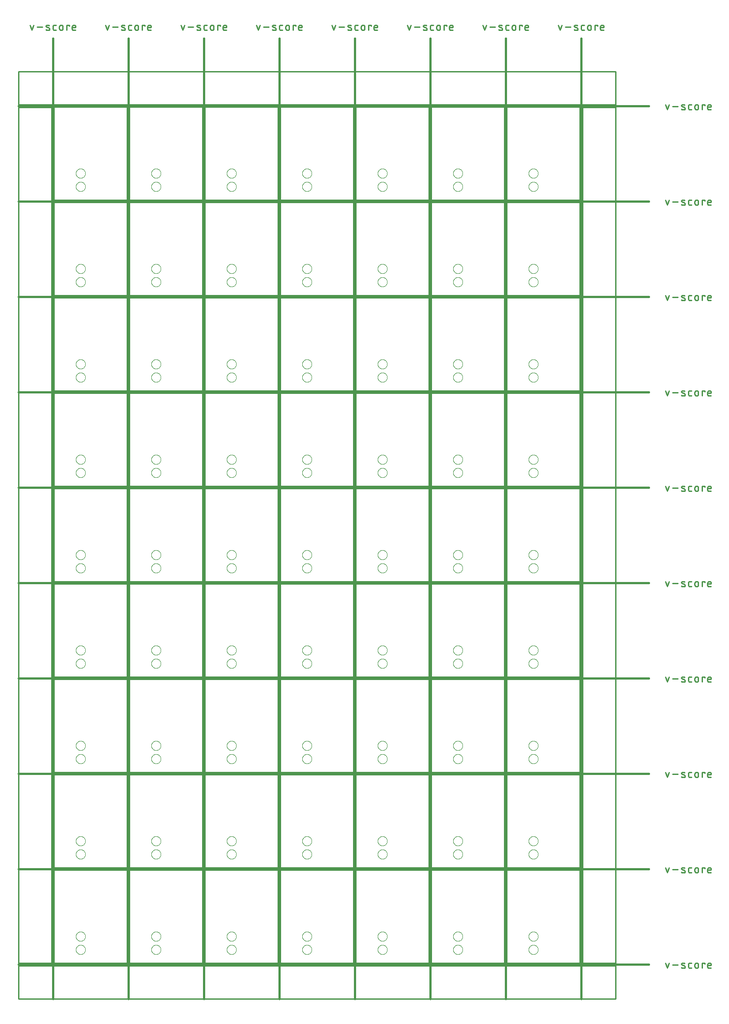
<source format=gko>
G04 EAGLE Gerber RS-274X export*
G75*
%MOMM*%
%FSLAX34Y34*%
%LPD*%
%IN*%
%IPPOS*%
%AMOC8*
5,1,8,0,0,1.08239X$1,22.5*%
G01*
%ADD10C,0.203200*%
%ADD11C,0.381000*%
%ADD12C,0.279400*%
%ADD13C,0.254000*%
%ADD14C,0.000000*%


D10*
X0Y0D02*
X0Y177800D01*
X139700Y177800D01*
X139700Y0D01*
X0Y0D01*
X144780Y0D02*
X144780Y177800D01*
X284480Y177800D01*
X284480Y0D01*
X144780Y0D01*
X289560Y0D02*
X289560Y177800D01*
X429260Y177800D01*
X429260Y0D01*
X289560Y0D01*
X434340Y0D02*
X434340Y177800D01*
X574040Y177800D01*
X574040Y0D01*
X434340Y0D01*
X579120Y0D02*
X579120Y177800D01*
X718820Y177800D01*
X718820Y0D01*
X579120Y0D01*
X723900Y0D02*
X723900Y177800D01*
X863600Y177800D01*
X863600Y0D01*
X723900Y0D01*
X868680Y0D02*
X868680Y177800D01*
X1008380Y177800D01*
X1008380Y0D01*
X868680Y0D01*
X0Y182880D02*
X0Y360680D01*
X139700Y360680D01*
X139700Y182880D01*
X0Y182880D01*
X144780Y182880D02*
X144780Y360680D01*
X284480Y360680D01*
X284480Y182880D01*
X144780Y182880D01*
X289560Y182880D02*
X289560Y360680D01*
X429260Y360680D01*
X429260Y182880D01*
X289560Y182880D01*
X434340Y182880D02*
X434340Y360680D01*
X574040Y360680D01*
X574040Y182880D01*
X434340Y182880D01*
X579120Y182880D02*
X579120Y360680D01*
X718820Y360680D01*
X718820Y182880D01*
X579120Y182880D01*
X723900Y182880D02*
X723900Y360680D01*
X863600Y360680D01*
X863600Y182880D01*
X723900Y182880D01*
X868680Y182880D02*
X868680Y360680D01*
X1008380Y360680D01*
X1008380Y182880D01*
X868680Y182880D01*
X0Y365760D02*
X0Y543560D01*
X139700Y543560D01*
X139700Y365760D01*
X0Y365760D01*
X144780Y365760D02*
X144780Y543560D01*
X284480Y543560D01*
X284480Y365760D01*
X144780Y365760D01*
X289560Y365760D02*
X289560Y543560D01*
X429260Y543560D01*
X429260Y365760D01*
X289560Y365760D01*
X434340Y365760D02*
X434340Y543560D01*
X574040Y543560D01*
X574040Y365760D01*
X434340Y365760D01*
X579120Y365760D02*
X579120Y543560D01*
X718820Y543560D01*
X718820Y365760D01*
X579120Y365760D01*
X723900Y365760D02*
X723900Y543560D01*
X863600Y543560D01*
X863600Y365760D01*
X723900Y365760D01*
X868680Y365760D02*
X868680Y543560D01*
X1008380Y543560D01*
X1008380Y365760D01*
X868680Y365760D01*
X0Y548640D02*
X0Y726440D01*
X139700Y726440D01*
X139700Y548640D01*
X0Y548640D01*
X144780Y548640D02*
X144780Y726440D01*
X284480Y726440D01*
X284480Y548640D01*
X144780Y548640D01*
X289560Y548640D02*
X289560Y726440D01*
X429260Y726440D01*
X429260Y548640D01*
X289560Y548640D01*
X434340Y548640D02*
X434340Y726440D01*
X574040Y726440D01*
X574040Y548640D01*
X434340Y548640D01*
X579120Y548640D02*
X579120Y726440D01*
X718820Y726440D01*
X718820Y548640D01*
X579120Y548640D01*
X723900Y548640D02*
X723900Y726440D01*
X863600Y726440D01*
X863600Y548640D01*
X723900Y548640D01*
X868680Y548640D02*
X868680Y726440D01*
X1008380Y726440D01*
X1008380Y548640D01*
X868680Y548640D01*
X0Y731520D02*
X0Y909320D01*
X139700Y909320D01*
X139700Y731520D01*
X0Y731520D01*
X144780Y731520D02*
X144780Y909320D01*
X284480Y909320D01*
X284480Y731520D01*
X144780Y731520D01*
X289560Y731520D02*
X289560Y909320D01*
X429260Y909320D01*
X429260Y731520D01*
X289560Y731520D01*
X434340Y731520D02*
X434340Y909320D01*
X574040Y909320D01*
X574040Y731520D01*
X434340Y731520D01*
X579120Y731520D02*
X579120Y909320D01*
X718820Y909320D01*
X718820Y731520D01*
X579120Y731520D01*
X723900Y731520D02*
X723900Y909320D01*
X863600Y909320D01*
X863600Y731520D01*
X723900Y731520D01*
X868680Y731520D02*
X868680Y909320D01*
X1008380Y909320D01*
X1008380Y731520D01*
X868680Y731520D01*
X0Y914400D02*
X0Y1092200D01*
X139700Y1092200D01*
X139700Y914400D01*
X0Y914400D01*
X144780Y914400D02*
X144780Y1092200D01*
X284480Y1092200D01*
X284480Y914400D01*
X144780Y914400D01*
X289560Y914400D02*
X289560Y1092200D01*
X429260Y1092200D01*
X429260Y914400D01*
X289560Y914400D01*
X434340Y914400D02*
X434340Y1092200D01*
X574040Y1092200D01*
X574040Y914400D01*
X434340Y914400D01*
X579120Y914400D02*
X579120Y1092200D01*
X718820Y1092200D01*
X718820Y914400D01*
X579120Y914400D01*
X723900Y914400D02*
X723900Y1092200D01*
X863600Y1092200D01*
X863600Y914400D01*
X723900Y914400D01*
X868680Y914400D02*
X868680Y1092200D01*
X1008380Y1092200D01*
X1008380Y914400D01*
X868680Y914400D01*
X0Y1097280D02*
X0Y1275080D01*
X139700Y1275080D01*
X139700Y1097280D01*
X0Y1097280D01*
X144780Y1097280D02*
X144780Y1275080D01*
X284480Y1275080D01*
X284480Y1097280D01*
X144780Y1097280D01*
X289560Y1097280D02*
X289560Y1275080D01*
X429260Y1275080D01*
X429260Y1097280D01*
X289560Y1097280D01*
X434340Y1097280D02*
X434340Y1275080D01*
X574040Y1275080D01*
X574040Y1097280D01*
X434340Y1097280D01*
X579120Y1097280D02*
X579120Y1275080D01*
X718820Y1275080D01*
X718820Y1097280D01*
X579120Y1097280D01*
X723900Y1097280D02*
X723900Y1275080D01*
X863600Y1275080D01*
X863600Y1097280D01*
X723900Y1097280D01*
X868680Y1097280D02*
X868680Y1275080D01*
X1008380Y1275080D01*
X1008380Y1097280D01*
X868680Y1097280D01*
X0Y1280160D02*
X0Y1457960D01*
X139700Y1457960D01*
X139700Y1280160D01*
X0Y1280160D01*
X144780Y1280160D02*
X144780Y1457960D01*
X284480Y1457960D01*
X284480Y1280160D01*
X144780Y1280160D01*
X289560Y1280160D02*
X289560Y1457960D01*
X429260Y1457960D01*
X429260Y1280160D01*
X289560Y1280160D01*
X434340Y1280160D02*
X434340Y1457960D01*
X574040Y1457960D01*
X574040Y1280160D01*
X434340Y1280160D01*
X579120Y1280160D02*
X579120Y1457960D01*
X718820Y1457960D01*
X718820Y1280160D01*
X579120Y1280160D01*
X723900Y1280160D02*
X723900Y1457960D01*
X863600Y1457960D01*
X863600Y1280160D01*
X723900Y1280160D01*
X868680Y1280160D02*
X868680Y1457960D01*
X1008380Y1457960D01*
X1008380Y1280160D01*
X868680Y1280160D01*
X0Y1463040D02*
X0Y1640840D01*
X139700Y1640840D01*
X139700Y1463040D01*
X0Y1463040D01*
X144780Y1463040D02*
X144780Y1640840D01*
X284480Y1640840D01*
X284480Y1463040D01*
X144780Y1463040D01*
X289560Y1463040D02*
X289560Y1640840D01*
X429260Y1640840D01*
X429260Y1463040D01*
X289560Y1463040D01*
X434340Y1463040D02*
X434340Y1640840D01*
X574040Y1640840D01*
X574040Y1463040D01*
X434340Y1463040D01*
X579120Y1463040D02*
X579120Y1640840D01*
X718820Y1640840D01*
X718820Y1463040D01*
X579120Y1463040D01*
X723900Y1463040D02*
X723900Y1640840D01*
X863600Y1640840D01*
X863600Y1463040D01*
X723900Y1463040D01*
X868680Y1463040D02*
X868680Y1640840D01*
X1008380Y1640840D01*
X1008380Y1463040D01*
X868680Y1463040D01*
D11*
X-2540Y1772920D02*
X-2540Y-68580D01*
D12*
X-42921Y1788287D02*
X-46251Y1798278D01*
X-39590Y1798278D02*
X-42921Y1788287D01*
X-32806Y1794115D02*
X-22815Y1794115D01*
X-14261Y1794115D02*
X-10098Y1792450D01*
X-14261Y1794114D02*
X-14346Y1794150D01*
X-14429Y1794190D01*
X-14510Y1794233D01*
X-14590Y1794280D01*
X-14667Y1794330D01*
X-14743Y1794383D01*
X-14816Y1794439D01*
X-14886Y1794499D01*
X-14954Y1794561D01*
X-15019Y1794626D01*
X-15081Y1794694D01*
X-15141Y1794765D01*
X-15197Y1794838D01*
X-15250Y1794913D01*
X-15300Y1794991D01*
X-15346Y1795070D01*
X-15389Y1795152D01*
X-15429Y1795235D01*
X-15465Y1795320D01*
X-15497Y1795406D01*
X-15526Y1795494D01*
X-15550Y1795583D01*
X-15571Y1795673D01*
X-15588Y1795763D01*
X-15602Y1795854D01*
X-15611Y1795946D01*
X-15616Y1796038D01*
X-15618Y1796130D01*
X-15616Y1796222D01*
X-15609Y1796314D01*
X-15599Y1796406D01*
X-15585Y1796497D01*
X-15567Y1796588D01*
X-15545Y1796677D01*
X-15519Y1796766D01*
X-15489Y1796853D01*
X-15456Y1796939D01*
X-15419Y1797023D01*
X-15379Y1797106D01*
X-15335Y1797187D01*
X-15288Y1797266D01*
X-15237Y1797343D01*
X-15183Y1797418D01*
X-15126Y1797491D01*
X-15066Y1797561D01*
X-15003Y1797628D01*
X-14937Y1797692D01*
X-14869Y1797754D01*
X-14798Y1797813D01*
X-14724Y1797868D01*
X-14648Y1797921D01*
X-14570Y1797970D01*
X-14490Y1798016D01*
X-14409Y1798058D01*
X-14325Y1798097D01*
X-14240Y1798132D01*
X-14153Y1798163D01*
X-14065Y1798191D01*
X-13976Y1798215D01*
X-13886Y1798235D01*
X-13796Y1798252D01*
X-13704Y1798264D01*
X-13612Y1798273D01*
X-13520Y1798277D01*
X-13428Y1798278D01*
X-13201Y1798272D01*
X-12974Y1798261D01*
X-12747Y1798244D01*
X-12521Y1798221D01*
X-12295Y1798194D01*
X-12070Y1798160D01*
X-11846Y1798122D01*
X-11623Y1798078D01*
X-11401Y1798029D01*
X-11180Y1797974D01*
X-10961Y1797914D01*
X-10743Y1797849D01*
X-10527Y1797778D01*
X-10313Y1797703D01*
X-10100Y1797622D01*
X-9890Y1797536D01*
X-9681Y1797445D01*
X-10098Y1792450D02*
X-10013Y1792414D01*
X-9930Y1792374D01*
X-9849Y1792331D01*
X-9769Y1792284D01*
X-9692Y1792234D01*
X-9616Y1792181D01*
X-9543Y1792125D01*
X-9473Y1792065D01*
X-9405Y1792003D01*
X-9340Y1791938D01*
X-9278Y1791870D01*
X-9218Y1791799D01*
X-9162Y1791726D01*
X-9109Y1791651D01*
X-9059Y1791573D01*
X-9013Y1791494D01*
X-8970Y1791412D01*
X-8930Y1791329D01*
X-8894Y1791244D01*
X-8862Y1791158D01*
X-8833Y1791070D01*
X-8809Y1790981D01*
X-8788Y1790891D01*
X-8771Y1790801D01*
X-8757Y1790710D01*
X-8748Y1790618D01*
X-8743Y1790526D01*
X-8741Y1790434D01*
X-8743Y1790342D01*
X-8750Y1790250D01*
X-8760Y1790158D01*
X-8774Y1790067D01*
X-8792Y1789976D01*
X-8814Y1789887D01*
X-8840Y1789798D01*
X-8870Y1789711D01*
X-8903Y1789625D01*
X-8940Y1789541D01*
X-8980Y1789458D01*
X-9024Y1789377D01*
X-9071Y1789298D01*
X-9122Y1789221D01*
X-9176Y1789146D01*
X-9233Y1789073D01*
X-9293Y1789003D01*
X-9356Y1788936D01*
X-9422Y1788872D01*
X-9490Y1788810D01*
X-9561Y1788751D01*
X-9635Y1788696D01*
X-9711Y1788643D01*
X-9789Y1788594D01*
X-9869Y1788548D01*
X-9950Y1788506D01*
X-10034Y1788467D01*
X-10119Y1788432D01*
X-10206Y1788401D01*
X-10294Y1788373D01*
X-10383Y1788349D01*
X-10473Y1788329D01*
X-10563Y1788312D01*
X-10655Y1788300D01*
X-10747Y1788291D01*
X-10839Y1788287D01*
X-10931Y1788286D01*
X-10931Y1788287D02*
X-11265Y1788296D01*
X-11598Y1788313D01*
X-11931Y1788337D01*
X-12264Y1788370D01*
X-12595Y1788410D01*
X-12926Y1788458D01*
X-13255Y1788514D01*
X-13583Y1788577D01*
X-13909Y1788649D01*
X-14233Y1788728D01*
X-14556Y1788814D01*
X-14876Y1788909D01*
X-15194Y1789011D01*
X-15510Y1789120D01*
X562Y1788287D02*
X3892Y1788287D01*
X562Y1788287D02*
X464Y1788289D01*
X366Y1788295D01*
X268Y1788304D01*
X171Y1788318D01*
X75Y1788335D01*
X-21Y1788356D01*
X-116Y1788381D01*
X-210Y1788409D01*
X-303Y1788441D01*
X-394Y1788477D01*
X-484Y1788516D01*
X-572Y1788559D01*
X-659Y1788606D01*
X-743Y1788655D01*
X-826Y1788708D01*
X-906Y1788764D01*
X-985Y1788823D01*
X-1060Y1788886D01*
X-1134Y1788951D01*
X-1204Y1789019D01*
X-1272Y1789089D01*
X-1338Y1789163D01*
X-1400Y1789239D01*
X-1459Y1789317D01*
X-1515Y1789397D01*
X-1568Y1789480D01*
X-1618Y1789564D01*
X-1664Y1789651D01*
X-1707Y1789739D01*
X-1746Y1789829D01*
X-1782Y1789920D01*
X-1814Y1790013D01*
X-1842Y1790107D01*
X-1867Y1790202D01*
X-1888Y1790298D01*
X-1905Y1790394D01*
X-1919Y1790491D01*
X-1928Y1790589D01*
X-1934Y1790687D01*
X-1936Y1790785D01*
X-1936Y1795780D01*
X-1934Y1795878D01*
X-1928Y1795976D01*
X-1919Y1796074D01*
X-1905Y1796171D01*
X-1888Y1796267D01*
X-1867Y1796363D01*
X-1842Y1796458D01*
X-1814Y1796552D01*
X-1782Y1796645D01*
X-1746Y1796736D01*
X-1707Y1796826D01*
X-1664Y1796914D01*
X-1617Y1797001D01*
X-1568Y1797085D01*
X-1515Y1797168D01*
X-1459Y1797248D01*
X-1400Y1797326D01*
X-1337Y1797402D01*
X-1272Y1797476D01*
X-1204Y1797546D01*
X-1134Y1797614D01*
X-1060Y1797679D01*
X-984Y1797742D01*
X-906Y1797801D01*
X-826Y1797857D01*
X-743Y1797910D01*
X-659Y1797959D01*
X-572Y1798006D01*
X-484Y1798049D01*
X-394Y1798088D01*
X-303Y1798124D01*
X-210Y1798156D01*
X-116Y1798184D01*
X-21Y1798209D01*
X75Y1798230D01*
X171Y1798247D01*
X268Y1798261D01*
X366Y1798270D01*
X464Y1798276D01*
X562Y1798278D01*
X3892Y1798278D01*
X10022Y1794947D02*
X10022Y1791617D01*
X10022Y1794947D02*
X10024Y1795061D01*
X10030Y1795174D01*
X10039Y1795288D01*
X10053Y1795400D01*
X10070Y1795513D01*
X10092Y1795625D01*
X10117Y1795735D01*
X10145Y1795845D01*
X10178Y1795954D01*
X10214Y1796062D01*
X10254Y1796169D01*
X10298Y1796274D01*
X10345Y1796377D01*
X10395Y1796479D01*
X10449Y1796579D01*
X10507Y1796677D01*
X10568Y1796773D01*
X10631Y1796867D01*
X10699Y1796959D01*
X10769Y1797049D01*
X10842Y1797135D01*
X10918Y1797220D01*
X10997Y1797302D01*
X11079Y1797381D01*
X11164Y1797457D01*
X11250Y1797530D01*
X11340Y1797600D01*
X11432Y1797668D01*
X11526Y1797731D01*
X11622Y1797792D01*
X11720Y1797850D01*
X11820Y1797904D01*
X11922Y1797954D01*
X12025Y1798001D01*
X12130Y1798045D01*
X12237Y1798085D01*
X12345Y1798121D01*
X12454Y1798154D01*
X12564Y1798182D01*
X12674Y1798207D01*
X12786Y1798229D01*
X12899Y1798246D01*
X13011Y1798260D01*
X13125Y1798269D01*
X13238Y1798275D01*
X13352Y1798277D01*
X13466Y1798275D01*
X13579Y1798269D01*
X13693Y1798260D01*
X13805Y1798246D01*
X13918Y1798229D01*
X14030Y1798207D01*
X14140Y1798182D01*
X14250Y1798154D01*
X14359Y1798121D01*
X14467Y1798085D01*
X14574Y1798045D01*
X14679Y1798001D01*
X14782Y1797954D01*
X14884Y1797904D01*
X14984Y1797850D01*
X15082Y1797792D01*
X15178Y1797731D01*
X15272Y1797668D01*
X15364Y1797600D01*
X15454Y1797530D01*
X15540Y1797457D01*
X15625Y1797381D01*
X15707Y1797302D01*
X15786Y1797220D01*
X15862Y1797135D01*
X15935Y1797049D01*
X16005Y1796959D01*
X16073Y1796867D01*
X16136Y1796773D01*
X16197Y1796677D01*
X16255Y1796579D01*
X16309Y1796479D01*
X16359Y1796377D01*
X16406Y1796274D01*
X16450Y1796169D01*
X16490Y1796062D01*
X16526Y1795954D01*
X16559Y1795845D01*
X16587Y1795735D01*
X16612Y1795625D01*
X16634Y1795513D01*
X16651Y1795400D01*
X16665Y1795288D01*
X16674Y1795174D01*
X16680Y1795061D01*
X16682Y1794947D01*
X16682Y1791617D01*
X16680Y1791503D01*
X16674Y1791390D01*
X16665Y1791276D01*
X16651Y1791164D01*
X16634Y1791051D01*
X16612Y1790939D01*
X16587Y1790829D01*
X16559Y1790719D01*
X16526Y1790610D01*
X16490Y1790502D01*
X16450Y1790395D01*
X16406Y1790290D01*
X16359Y1790187D01*
X16309Y1790085D01*
X16255Y1789985D01*
X16197Y1789887D01*
X16136Y1789791D01*
X16073Y1789697D01*
X16005Y1789605D01*
X15935Y1789515D01*
X15862Y1789429D01*
X15786Y1789344D01*
X15707Y1789262D01*
X15625Y1789183D01*
X15540Y1789107D01*
X15454Y1789034D01*
X15364Y1788964D01*
X15272Y1788896D01*
X15178Y1788833D01*
X15082Y1788772D01*
X14984Y1788714D01*
X14884Y1788660D01*
X14782Y1788610D01*
X14679Y1788563D01*
X14574Y1788519D01*
X14467Y1788479D01*
X14359Y1788443D01*
X14250Y1788410D01*
X14140Y1788382D01*
X14030Y1788357D01*
X13918Y1788335D01*
X13805Y1788318D01*
X13693Y1788304D01*
X13579Y1788295D01*
X13466Y1788289D01*
X13352Y1788287D01*
X13238Y1788289D01*
X13125Y1788295D01*
X13011Y1788304D01*
X12899Y1788318D01*
X12786Y1788335D01*
X12674Y1788357D01*
X12564Y1788382D01*
X12454Y1788410D01*
X12345Y1788443D01*
X12237Y1788479D01*
X12130Y1788519D01*
X12025Y1788563D01*
X11922Y1788610D01*
X11820Y1788660D01*
X11720Y1788714D01*
X11622Y1788772D01*
X11526Y1788833D01*
X11432Y1788896D01*
X11340Y1788964D01*
X11250Y1789034D01*
X11164Y1789107D01*
X11079Y1789183D01*
X10997Y1789262D01*
X10918Y1789344D01*
X10842Y1789429D01*
X10769Y1789515D01*
X10699Y1789605D01*
X10631Y1789697D01*
X10568Y1789791D01*
X10507Y1789887D01*
X10449Y1789985D01*
X10395Y1790085D01*
X10345Y1790187D01*
X10298Y1790290D01*
X10254Y1790395D01*
X10214Y1790502D01*
X10178Y1790610D01*
X10145Y1790719D01*
X10117Y1790829D01*
X10092Y1790939D01*
X10070Y1791051D01*
X10053Y1791164D01*
X10039Y1791276D01*
X10030Y1791390D01*
X10024Y1791503D01*
X10022Y1791617D01*
X24218Y1788287D02*
X24218Y1798278D01*
X29213Y1798278D01*
X29213Y1796613D01*
X37008Y1788287D02*
X41171Y1788287D01*
X37008Y1788287D02*
X36910Y1788289D01*
X36812Y1788295D01*
X36714Y1788304D01*
X36617Y1788318D01*
X36521Y1788335D01*
X36425Y1788356D01*
X36330Y1788381D01*
X36236Y1788409D01*
X36143Y1788441D01*
X36052Y1788477D01*
X35962Y1788516D01*
X35874Y1788559D01*
X35787Y1788606D01*
X35703Y1788655D01*
X35620Y1788708D01*
X35540Y1788764D01*
X35462Y1788823D01*
X35386Y1788886D01*
X35312Y1788951D01*
X35242Y1789019D01*
X35174Y1789089D01*
X35109Y1789163D01*
X35046Y1789239D01*
X34987Y1789317D01*
X34931Y1789397D01*
X34878Y1789480D01*
X34829Y1789564D01*
X34782Y1789651D01*
X34739Y1789739D01*
X34700Y1789829D01*
X34664Y1789920D01*
X34632Y1790013D01*
X34604Y1790107D01*
X34579Y1790202D01*
X34558Y1790298D01*
X34541Y1790394D01*
X34527Y1790491D01*
X34518Y1790589D01*
X34512Y1790687D01*
X34510Y1790785D01*
X34510Y1794947D01*
X34511Y1794947D02*
X34513Y1795061D01*
X34519Y1795174D01*
X34528Y1795288D01*
X34542Y1795400D01*
X34559Y1795513D01*
X34581Y1795625D01*
X34606Y1795735D01*
X34634Y1795845D01*
X34667Y1795954D01*
X34703Y1796062D01*
X34743Y1796169D01*
X34787Y1796274D01*
X34834Y1796377D01*
X34884Y1796479D01*
X34938Y1796579D01*
X34996Y1796677D01*
X35057Y1796773D01*
X35120Y1796867D01*
X35188Y1796959D01*
X35258Y1797049D01*
X35331Y1797135D01*
X35407Y1797220D01*
X35486Y1797302D01*
X35568Y1797381D01*
X35653Y1797457D01*
X35739Y1797530D01*
X35829Y1797600D01*
X35921Y1797668D01*
X36015Y1797731D01*
X36111Y1797792D01*
X36209Y1797850D01*
X36309Y1797904D01*
X36411Y1797954D01*
X36514Y1798001D01*
X36619Y1798045D01*
X36726Y1798085D01*
X36834Y1798121D01*
X36943Y1798154D01*
X37053Y1798182D01*
X37163Y1798207D01*
X37275Y1798229D01*
X37388Y1798246D01*
X37500Y1798260D01*
X37614Y1798269D01*
X37727Y1798275D01*
X37841Y1798277D01*
X37955Y1798275D01*
X38068Y1798269D01*
X38182Y1798260D01*
X38294Y1798246D01*
X38407Y1798229D01*
X38519Y1798207D01*
X38629Y1798182D01*
X38739Y1798154D01*
X38848Y1798121D01*
X38956Y1798085D01*
X39063Y1798045D01*
X39168Y1798001D01*
X39271Y1797954D01*
X39373Y1797904D01*
X39473Y1797850D01*
X39571Y1797792D01*
X39667Y1797731D01*
X39761Y1797668D01*
X39853Y1797600D01*
X39943Y1797530D01*
X40029Y1797457D01*
X40114Y1797381D01*
X40196Y1797302D01*
X40275Y1797220D01*
X40351Y1797135D01*
X40424Y1797049D01*
X40494Y1796959D01*
X40562Y1796867D01*
X40625Y1796773D01*
X40686Y1796677D01*
X40744Y1796579D01*
X40798Y1796479D01*
X40848Y1796377D01*
X40895Y1796274D01*
X40939Y1796169D01*
X40979Y1796062D01*
X41015Y1795954D01*
X41048Y1795845D01*
X41076Y1795735D01*
X41101Y1795625D01*
X41123Y1795513D01*
X41140Y1795400D01*
X41154Y1795288D01*
X41163Y1795174D01*
X41169Y1795061D01*
X41171Y1794947D01*
X41171Y1793282D01*
X34510Y1793282D01*
D11*
X142240Y1772920D02*
X142240Y-68580D01*
D12*
X101859Y1788287D02*
X98529Y1798278D01*
X105190Y1798278D02*
X101859Y1788287D01*
X111974Y1794115D02*
X121965Y1794115D01*
X130519Y1794115D02*
X134682Y1792450D01*
X130519Y1794114D02*
X130434Y1794150D01*
X130351Y1794190D01*
X130270Y1794233D01*
X130190Y1794280D01*
X130113Y1794330D01*
X130037Y1794383D01*
X129964Y1794439D01*
X129894Y1794499D01*
X129826Y1794561D01*
X129761Y1794626D01*
X129699Y1794694D01*
X129639Y1794765D01*
X129583Y1794838D01*
X129530Y1794913D01*
X129480Y1794991D01*
X129434Y1795070D01*
X129391Y1795152D01*
X129351Y1795235D01*
X129315Y1795320D01*
X129283Y1795406D01*
X129254Y1795494D01*
X129230Y1795583D01*
X129209Y1795673D01*
X129192Y1795763D01*
X129178Y1795854D01*
X129169Y1795946D01*
X129164Y1796038D01*
X129162Y1796130D01*
X129164Y1796222D01*
X129171Y1796314D01*
X129181Y1796406D01*
X129195Y1796497D01*
X129213Y1796588D01*
X129235Y1796677D01*
X129261Y1796766D01*
X129291Y1796853D01*
X129324Y1796939D01*
X129361Y1797023D01*
X129401Y1797106D01*
X129445Y1797187D01*
X129492Y1797266D01*
X129543Y1797343D01*
X129597Y1797418D01*
X129654Y1797491D01*
X129714Y1797561D01*
X129777Y1797628D01*
X129843Y1797692D01*
X129911Y1797754D01*
X129982Y1797813D01*
X130056Y1797868D01*
X130132Y1797921D01*
X130210Y1797970D01*
X130290Y1798016D01*
X130371Y1798058D01*
X130455Y1798097D01*
X130540Y1798132D01*
X130627Y1798163D01*
X130715Y1798191D01*
X130804Y1798215D01*
X130894Y1798235D01*
X130984Y1798252D01*
X131076Y1798264D01*
X131168Y1798273D01*
X131260Y1798277D01*
X131352Y1798278D01*
X131579Y1798272D01*
X131806Y1798261D01*
X132033Y1798244D01*
X132259Y1798221D01*
X132485Y1798194D01*
X132710Y1798160D01*
X132934Y1798122D01*
X133157Y1798078D01*
X133379Y1798029D01*
X133600Y1797974D01*
X133819Y1797914D01*
X134037Y1797849D01*
X134253Y1797778D01*
X134467Y1797703D01*
X134680Y1797622D01*
X134890Y1797536D01*
X135099Y1797445D01*
X134682Y1792450D02*
X134767Y1792414D01*
X134850Y1792374D01*
X134931Y1792331D01*
X135011Y1792284D01*
X135088Y1792234D01*
X135164Y1792181D01*
X135237Y1792125D01*
X135307Y1792065D01*
X135375Y1792003D01*
X135440Y1791938D01*
X135502Y1791870D01*
X135562Y1791799D01*
X135618Y1791726D01*
X135671Y1791651D01*
X135721Y1791573D01*
X135767Y1791494D01*
X135810Y1791412D01*
X135850Y1791329D01*
X135886Y1791244D01*
X135918Y1791158D01*
X135947Y1791070D01*
X135971Y1790981D01*
X135992Y1790891D01*
X136009Y1790801D01*
X136023Y1790710D01*
X136032Y1790618D01*
X136037Y1790526D01*
X136039Y1790434D01*
X136037Y1790342D01*
X136030Y1790250D01*
X136020Y1790158D01*
X136006Y1790067D01*
X135988Y1789976D01*
X135966Y1789887D01*
X135940Y1789798D01*
X135910Y1789711D01*
X135877Y1789625D01*
X135840Y1789541D01*
X135800Y1789458D01*
X135756Y1789377D01*
X135709Y1789298D01*
X135658Y1789221D01*
X135604Y1789146D01*
X135547Y1789073D01*
X135487Y1789003D01*
X135424Y1788936D01*
X135358Y1788872D01*
X135290Y1788810D01*
X135219Y1788751D01*
X135145Y1788696D01*
X135069Y1788643D01*
X134991Y1788594D01*
X134911Y1788548D01*
X134830Y1788506D01*
X134746Y1788467D01*
X134661Y1788432D01*
X134574Y1788401D01*
X134486Y1788373D01*
X134397Y1788349D01*
X134307Y1788329D01*
X134217Y1788312D01*
X134125Y1788300D01*
X134033Y1788291D01*
X133941Y1788287D01*
X133849Y1788286D01*
X133849Y1788287D02*
X133515Y1788296D01*
X133182Y1788313D01*
X132849Y1788337D01*
X132516Y1788370D01*
X132185Y1788410D01*
X131854Y1788458D01*
X131525Y1788514D01*
X131197Y1788577D01*
X130871Y1788649D01*
X130547Y1788728D01*
X130224Y1788814D01*
X129904Y1788909D01*
X129586Y1789011D01*
X129270Y1789120D01*
X145342Y1788287D02*
X148672Y1788287D01*
X145342Y1788287D02*
X145244Y1788289D01*
X145146Y1788295D01*
X145048Y1788304D01*
X144951Y1788318D01*
X144855Y1788335D01*
X144759Y1788356D01*
X144664Y1788381D01*
X144570Y1788409D01*
X144477Y1788441D01*
X144386Y1788477D01*
X144296Y1788516D01*
X144208Y1788559D01*
X144121Y1788606D01*
X144037Y1788655D01*
X143954Y1788708D01*
X143874Y1788764D01*
X143796Y1788823D01*
X143720Y1788886D01*
X143646Y1788951D01*
X143576Y1789019D01*
X143508Y1789089D01*
X143443Y1789163D01*
X143380Y1789239D01*
X143321Y1789317D01*
X143265Y1789397D01*
X143212Y1789480D01*
X143163Y1789564D01*
X143116Y1789651D01*
X143073Y1789739D01*
X143034Y1789829D01*
X142998Y1789920D01*
X142966Y1790013D01*
X142938Y1790107D01*
X142913Y1790202D01*
X142892Y1790298D01*
X142875Y1790394D01*
X142861Y1790491D01*
X142852Y1790589D01*
X142846Y1790687D01*
X142844Y1790785D01*
X142844Y1795780D01*
X142846Y1795878D01*
X142852Y1795976D01*
X142861Y1796074D01*
X142875Y1796171D01*
X142892Y1796267D01*
X142913Y1796363D01*
X142938Y1796458D01*
X142966Y1796552D01*
X142998Y1796645D01*
X143034Y1796736D01*
X143073Y1796826D01*
X143116Y1796914D01*
X143163Y1797001D01*
X143212Y1797085D01*
X143265Y1797168D01*
X143321Y1797248D01*
X143380Y1797327D01*
X143443Y1797402D01*
X143508Y1797476D01*
X143576Y1797546D01*
X143646Y1797614D01*
X143720Y1797680D01*
X143796Y1797742D01*
X143874Y1797801D01*
X143954Y1797857D01*
X144037Y1797910D01*
X144121Y1797960D01*
X144208Y1798006D01*
X144296Y1798049D01*
X144386Y1798088D01*
X144477Y1798124D01*
X144570Y1798156D01*
X144664Y1798184D01*
X144759Y1798209D01*
X144855Y1798230D01*
X144951Y1798247D01*
X145048Y1798261D01*
X145146Y1798270D01*
X145244Y1798276D01*
X145342Y1798278D01*
X148672Y1798278D01*
X154802Y1794947D02*
X154802Y1791617D01*
X154802Y1794947D02*
X154804Y1795061D01*
X154810Y1795174D01*
X154819Y1795288D01*
X154833Y1795400D01*
X154850Y1795513D01*
X154872Y1795625D01*
X154897Y1795735D01*
X154925Y1795845D01*
X154958Y1795954D01*
X154994Y1796062D01*
X155034Y1796169D01*
X155078Y1796274D01*
X155125Y1796377D01*
X155175Y1796479D01*
X155229Y1796579D01*
X155287Y1796677D01*
X155348Y1796773D01*
X155411Y1796867D01*
X155479Y1796959D01*
X155549Y1797049D01*
X155622Y1797135D01*
X155698Y1797220D01*
X155777Y1797302D01*
X155859Y1797381D01*
X155944Y1797457D01*
X156030Y1797530D01*
X156120Y1797600D01*
X156212Y1797668D01*
X156306Y1797731D01*
X156402Y1797792D01*
X156500Y1797850D01*
X156600Y1797904D01*
X156702Y1797954D01*
X156805Y1798001D01*
X156910Y1798045D01*
X157017Y1798085D01*
X157125Y1798121D01*
X157234Y1798154D01*
X157344Y1798182D01*
X157454Y1798207D01*
X157566Y1798229D01*
X157679Y1798246D01*
X157791Y1798260D01*
X157905Y1798269D01*
X158018Y1798275D01*
X158132Y1798277D01*
X158246Y1798275D01*
X158359Y1798269D01*
X158473Y1798260D01*
X158585Y1798246D01*
X158698Y1798229D01*
X158810Y1798207D01*
X158920Y1798182D01*
X159030Y1798154D01*
X159139Y1798121D01*
X159247Y1798085D01*
X159354Y1798045D01*
X159459Y1798001D01*
X159562Y1797954D01*
X159664Y1797904D01*
X159764Y1797850D01*
X159862Y1797792D01*
X159958Y1797731D01*
X160052Y1797668D01*
X160144Y1797600D01*
X160234Y1797530D01*
X160320Y1797457D01*
X160405Y1797381D01*
X160487Y1797302D01*
X160566Y1797220D01*
X160642Y1797135D01*
X160715Y1797049D01*
X160785Y1796959D01*
X160853Y1796867D01*
X160916Y1796773D01*
X160977Y1796677D01*
X161035Y1796579D01*
X161089Y1796479D01*
X161139Y1796377D01*
X161186Y1796274D01*
X161230Y1796169D01*
X161270Y1796062D01*
X161306Y1795954D01*
X161339Y1795845D01*
X161367Y1795735D01*
X161392Y1795625D01*
X161414Y1795513D01*
X161431Y1795400D01*
X161445Y1795288D01*
X161454Y1795174D01*
X161460Y1795061D01*
X161462Y1794947D01*
X161462Y1791617D01*
X161460Y1791503D01*
X161454Y1791390D01*
X161445Y1791276D01*
X161431Y1791164D01*
X161414Y1791051D01*
X161392Y1790939D01*
X161367Y1790829D01*
X161339Y1790719D01*
X161306Y1790610D01*
X161270Y1790502D01*
X161230Y1790395D01*
X161186Y1790290D01*
X161139Y1790187D01*
X161089Y1790085D01*
X161035Y1789985D01*
X160977Y1789887D01*
X160916Y1789791D01*
X160853Y1789697D01*
X160785Y1789605D01*
X160715Y1789515D01*
X160642Y1789429D01*
X160566Y1789344D01*
X160487Y1789262D01*
X160405Y1789183D01*
X160320Y1789107D01*
X160234Y1789034D01*
X160144Y1788964D01*
X160052Y1788896D01*
X159958Y1788833D01*
X159862Y1788772D01*
X159764Y1788714D01*
X159664Y1788660D01*
X159562Y1788610D01*
X159459Y1788563D01*
X159354Y1788519D01*
X159247Y1788479D01*
X159139Y1788443D01*
X159030Y1788410D01*
X158920Y1788382D01*
X158810Y1788357D01*
X158698Y1788335D01*
X158585Y1788318D01*
X158473Y1788304D01*
X158359Y1788295D01*
X158246Y1788289D01*
X158132Y1788287D01*
X158018Y1788289D01*
X157905Y1788295D01*
X157791Y1788304D01*
X157679Y1788318D01*
X157566Y1788335D01*
X157454Y1788357D01*
X157344Y1788382D01*
X157234Y1788410D01*
X157125Y1788443D01*
X157017Y1788479D01*
X156910Y1788519D01*
X156805Y1788563D01*
X156702Y1788610D01*
X156600Y1788660D01*
X156500Y1788714D01*
X156402Y1788772D01*
X156306Y1788833D01*
X156212Y1788896D01*
X156120Y1788964D01*
X156030Y1789034D01*
X155944Y1789107D01*
X155859Y1789183D01*
X155777Y1789262D01*
X155698Y1789344D01*
X155622Y1789429D01*
X155549Y1789515D01*
X155479Y1789605D01*
X155411Y1789697D01*
X155348Y1789791D01*
X155287Y1789887D01*
X155229Y1789985D01*
X155175Y1790085D01*
X155125Y1790187D01*
X155078Y1790290D01*
X155034Y1790395D01*
X154994Y1790502D01*
X154958Y1790610D01*
X154925Y1790719D01*
X154897Y1790829D01*
X154872Y1790939D01*
X154850Y1791051D01*
X154833Y1791164D01*
X154819Y1791276D01*
X154810Y1791390D01*
X154804Y1791503D01*
X154802Y1791617D01*
X168998Y1788287D02*
X168998Y1798278D01*
X173993Y1798278D01*
X173993Y1796613D01*
X181788Y1788287D02*
X185951Y1788287D01*
X181788Y1788287D02*
X181690Y1788289D01*
X181592Y1788295D01*
X181494Y1788304D01*
X181397Y1788318D01*
X181301Y1788335D01*
X181205Y1788356D01*
X181110Y1788381D01*
X181016Y1788409D01*
X180923Y1788441D01*
X180832Y1788477D01*
X180742Y1788516D01*
X180654Y1788559D01*
X180567Y1788606D01*
X180483Y1788655D01*
X180400Y1788708D01*
X180320Y1788764D01*
X180242Y1788823D01*
X180166Y1788886D01*
X180092Y1788951D01*
X180022Y1789019D01*
X179954Y1789089D01*
X179889Y1789163D01*
X179826Y1789239D01*
X179767Y1789317D01*
X179711Y1789397D01*
X179658Y1789480D01*
X179609Y1789564D01*
X179562Y1789651D01*
X179519Y1789739D01*
X179480Y1789829D01*
X179444Y1789920D01*
X179412Y1790013D01*
X179384Y1790107D01*
X179359Y1790202D01*
X179338Y1790298D01*
X179321Y1790394D01*
X179307Y1790491D01*
X179298Y1790589D01*
X179292Y1790687D01*
X179290Y1790785D01*
X179290Y1794947D01*
X179291Y1794947D02*
X179293Y1795061D01*
X179299Y1795174D01*
X179308Y1795288D01*
X179322Y1795400D01*
X179339Y1795513D01*
X179361Y1795625D01*
X179386Y1795735D01*
X179414Y1795845D01*
X179447Y1795954D01*
X179483Y1796062D01*
X179523Y1796169D01*
X179567Y1796274D01*
X179614Y1796377D01*
X179664Y1796479D01*
X179718Y1796579D01*
X179776Y1796677D01*
X179837Y1796773D01*
X179900Y1796867D01*
X179968Y1796959D01*
X180038Y1797049D01*
X180111Y1797135D01*
X180187Y1797220D01*
X180266Y1797302D01*
X180348Y1797381D01*
X180433Y1797457D01*
X180519Y1797530D01*
X180609Y1797600D01*
X180701Y1797668D01*
X180795Y1797731D01*
X180891Y1797792D01*
X180989Y1797850D01*
X181089Y1797904D01*
X181191Y1797954D01*
X181294Y1798001D01*
X181399Y1798045D01*
X181506Y1798085D01*
X181614Y1798121D01*
X181723Y1798154D01*
X181833Y1798182D01*
X181943Y1798207D01*
X182055Y1798229D01*
X182168Y1798246D01*
X182280Y1798260D01*
X182394Y1798269D01*
X182507Y1798275D01*
X182621Y1798277D01*
X182735Y1798275D01*
X182848Y1798269D01*
X182962Y1798260D01*
X183074Y1798246D01*
X183187Y1798229D01*
X183299Y1798207D01*
X183409Y1798182D01*
X183519Y1798154D01*
X183628Y1798121D01*
X183736Y1798085D01*
X183843Y1798045D01*
X183948Y1798001D01*
X184051Y1797954D01*
X184153Y1797904D01*
X184253Y1797850D01*
X184351Y1797792D01*
X184447Y1797731D01*
X184541Y1797668D01*
X184633Y1797600D01*
X184723Y1797530D01*
X184809Y1797457D01*
X184894Y1797381D01*
X184976Y1797302D01*
X185055Y1797220D01*
X185131Y1797135D01*
X185204Y1797049D01*
X185274Y1796959D01*
X185342Y1796867D01*
X185405Y1796773D01*
X185466Y1796677D01*
X185524Y1796579D01*
X185578Y1796479D01*
X185628Y1796377D01*
X185675Y1796274D01*
X185719Y1796169D01*
X185759Y1796062D01*
X185795Y1795954D01*
X185828Y1795845D01*
X185856Y1795735D01*
X185881Y1795625D01*
X185903Y1795513D01*
X185920Y1795400D01*
X185934Y1795288D01*
X185943Y1795174D01*
X185949Y1795061D01*
X185951Y1794947D01*
X185951Y1793282D01*
X179290Y1793282D01*
D11*
X287020Y1772920D02*
X287020Y-68580D01*
D12*
X246639Y1788287D02*
X243309Y1798278D01*
X249970Y1798278D02*
X246639Y1788287D01*
X256754Y1794115D02*
X266745Y1794115D01*
X275299Y1794115D02*
X279462Y1792450D01*
X275299Y1794114D02*
X275214Y1794150D01*
X275131Y1794190D01*
X275050Y1794233D01*
X274970Y1794280D01*
X274893Y1794330D01*
X274817Y1794383D01*
X274744Y1794439D01*
X274674Y1794499D01*
X274606Y1794561D01*
X274541Y1794626D01*
X274479Y1794694D01*
X274419Y1794765D01*
X274363Y1794838D01*
X274310Y1794913D01*
X274260Y1794991D01*
X274214Y1795070D01*
X274171Y1795152D01*
X274131Y1795235D01*
X274095Y1795320D01*
X274063Y1795406D01*
X274034Y1795494D01*
X274010Y1795583D01*
X273989Y1795673D01*
X273972Y1795763D01*
X273958Y1795854D01*
X273949Y1795946D01*
X273944Y1796038D01*
X273942Y1796130D01*
X273944Y1796222D01*
X273951Y1796314D01*
X273961Y1796406D01*
X273975Y1796497D01*
X273993Y1796588D01*
X274015Y1796677D01*
X274041Y1796766D01*
X274071Y1796853D01*
X274104Y1796939D01*
X274141Y1797023D01*
X274181Y1797106D01*
X274225Y1797187D01*
X274272Y1797266D01*
X274323Y1797343D01*
X274377Y1797418D01*
X274434Y1797491D01*
X274494Y1797561D01*
X274557Y1797628D01*
X274623Y1797692D01*
X274691Y1797754D01*
X274762Y1797813D01*
X274836Y1797868D01*
X274912Y1797921D01*
X274990Y1797970D01*
X275070Y1798016D01*
X275151Y1798058D01*
X275235Y1798097D01*
X275320Y1798132D01*
X275407Y1798163D01*
X275495Y1798191D01*
X275584Y1798215D01*
X275674Y1798235D01*
X275764Y1798252D01*
X275856Y1798264D01*
X275948Y1798273D01*
X276040Y1798277D01*
X276132Y1798278D01*
X276359Y1798272D01*
X276586Y1798261D01*
X276813Y1798244D01*
X277039Y1798221D01*
X277265Y1798194D01*
X277490Y1798160D01*
X277714Y1798122D01*
X277937Y1798078D01*
X278159Y1798029D01*
X278380Y1797974D01*
X278599Y1797914D01*
X278817Y1797849D01*
X279033Y1797778D01*
X279247Y1797703D01*
X279460Y1797622D01*
X279670Y1797536D01*
X279879Y1797445D01*
X279462Y1792450D02*
X279547Y1792414D01*
X279630Y1792374D01*
X279711Y1792331D01*
X279791Y1792284D01*
X279868Y1792234D01*
X279944Y1792181D01*
X280017Y1792125D01*
X280087Y1792065D01*
X280155Y1792003D01*
X280220Y1791938D01*
X280282Y1791870D01*
X280342Y1791799D01*
X280398Y1791726D01*
X280451Y1791651D01*
X280501Y1791573D01*
X280547Y1791494D01*
X280590Y1791412D01*
X280630Y1791329D01*
X280666Y1791244D01*
X280698Y1791158D01*
X280727Y1791070D01*
X280751Y1790981D01*
X280772Y1790891D01*
X280789Y1790801D01*
X280803Y1790710D01*
X280812Y1790618D01*
X280817Y1790526D01*
X280819Y1790434D01*
X280817Y1790342D01*
X280810Y1790250D01*
X280800Y1790158D01*
X280786Y1790067D01*
X280768Y1789976D01*
X280746Y1789887D01*
X280720Y1789798D01*
X280690Y1789711D01*
X280657Y1789625D01*
X280620Y1789541D01*
X280580Y1789458D01*
X280536Y1789377D01*
X280489Y1789298D01*
X280438Y1789221D01*
X280384Y1789146D01*
X280327Y1789073D01*
X280267Y1789003D01*
X280204Y1788936D01*
X280138Y1788872D01*
X280070Y1788810D01*
X279999Y1788751D01*
X279925Y1788696D01*
X279849Y1788643D01*
X279771Y1788594D01*
X279691Y1788548D01*
X279610Y1788506D01*
X279526Y1788467D01*
X279441Y1788432D01*
X279354Y1788401D01*
X279266Y1788373D01*
X279177Y1788349D01*
X279087Y1788329D01*
X278997Y1788312D01*
X278905Y1788300D01*
X278813Y1788291D01*
X278721Y1788287D01*
X278629Y1788286D01*
X278629Y1788287D02*
X278295Y1788296D01*
X277962Y1788313D01*
X277629Y1788337D01*
X277296Y1788370D01*
X276965Y1788410D01*
X276634Y1788458D01*
X276305Y1788514D01*
X275977Y1788577D01*
X275651Y1788649D01*
X275327Y1788728D01*
X275004Y1788814D01*
X274684Y1788909D01*
X274366Y1789011D01*
X274050Y1789120D01*
X290122Y1788287D02*
X293452Y1788287D01*
X290122Y1788287D02*
X290024Y1788289D01*
X289926Y1788295D01*
X289828Y1788304D01*
X289731Y1788318D01*
X289635Y1788335D01*
X289539Y1788356D01*
X289444Y1788381D01*
X289350Y1788409D01*
X289257Y1788441D01*
X289166Y1788477D01*
X289076Y1788516D01*
X288988Y1788559D01*
X288901Y1788606D01*
X288817Y1788655D01*
X288734Y1788708D01*
X288654Y1788764D01*
X288576Y1788823D01*
X288500Y1788886D01*
X288426Y1788951D01*
X288356Y1789019D01*
X288288Y1789089D01*
X288223Y1789163D01*
X288160Y1789239D01*
X288101Y1789317D01*
X288045Y1789397D01*
X287992Y1789480D01*
X287943Y1789564D01*
X287896Y1789651D01*
X287853Y1789739D01*
X287814Y1789829D01*
X287778Y1789920D01*
X287746Y1790013D01*
X287718Y1790107D01*
X287693Y1790202D01*
X287672Y1790298D01*
X287655Y1790394D01*
X287641Y1790491D01*
X287632Y1790589D01*
X287626Y1790687D01*
X287624Y1790785D01*
X287624Y1795780D01*
X287626Y1795878D01*
X287632Y1795976D01*
X287641Y1796074D01*
X287655Y1796171D01*
X287672Y1796267D01*
X287693Y1796363D01*
X287718Y1796458D01*
X287746Y1796552D01*
X287778Y1796645D01*
X287814Y1796736D01*
X287853Y1796826D01*
X287896Y1796914D01*
X287943Y1797001D01*
X287992Y1797085D01*
X288045Y1797168D01*
X288101Y1797248D01*
X288160Y1797327D01*
X288223Y1797402D01*
X288288Y1797476D01*
X288356Y1797546D01*
X288426Y1797614D01*
X288500Y1797680D01*
X288576Y1797742D01*
X288654Y1797801D01*
X288734Y1797857D01*
X288817Y1797910D01*
X288901Y1797960D01*
X288988Y1798006D01*
X289076Y1798049D01*
X289166Y1798088D01*
X289257Y1798124D01*
X289350Y1798156D01*
X289444Y1798184D01*
X289539Y1798209D01*
X289635Y1798230D01*
X289731Y1798247D01*
X289828Y1798261D01*
X289926Y1798270D01*
X290024Y1798276D01*
X290122Y1798278D01*
X293452Y1798278D01*
X299582Y1794947D02*
X299582Y1791617D01*
X299582Y1794947D02*
X299584Y1795061D01*
X299590Y1795174D01*
X299599Y1795288D01*
X299613Y1795400D01*
X299630Y1795513D01*
X299652Y1795625D01*
X299677Y1795735D01*
X299705Y1795845D01*
X299738Y1795954D01*
X299774Y1796062D01*
X299814Y1796169D01*
X299858Y1796274D01*
X299905Y1796377D01*
X299955Y1796479D01*
X300009Y1796579D01*
X300067Y1796677D01*
X300128Y1796773D01*
X300191Y1796867D01*
X300259Y1796959D01*
X300329Y1797049D01*
X300402Y1797135D01*
X300478Y1797220D01*
X300557Y1797302D01*
X300639Y1797381D01*
X300724Y1797457D01*
X300810Y1797530D01*
X300900Y1797600D01*
X300992Y1797668D01*
X301086Y1797731D01*
X301182Y1797792D01*
X301280Y1797850D01*
X301380Y1797904D01*
X301482Y1797954D01*
X301585Y1798001D01*
X301690Y1798045D01*
X301797Y1798085D01*
X301905Y1798121D01*
X302014Y1798154D01*
X302124Y1798182D01*
X302234Y1798207D01*
X302346Y1798229D01*
X302459Y1798246D01*
X302571Y1798260D01*
X302685Y1798269D01*
X302798Y1798275D01*
X302912Y1798277D01*
X303026Y1798275D01*
X303139Y1798269D01*
X303253Y1798260D01*
X303365Y1798246D01*
X303478Y1798229D01*
X303590Y1798207D01*
X303700Y1798182D01*
X303810Y1798154D01*
X303919Y1798121D01*
X304027Y1798085D01*
X304134Y1798045D01*
X304239Y1798001D01*
X304342Y1797954D01*
X304444Y1797904D01*
X304544Y1797850D01*
X304642Y1797792D01*
X304738Y1797731D01*
X304832Y1797668D01*
X304924Y1797600D01*
X305014Y1797530D01*
X305100Y1797457D01*
X305185Y1797381D01*
X305267Y1797302D01*
X305346Y1797220D01*
X305422Y1797135D01*
X305495Y1797049D01*
X305565Y1796959D01*
X305633Y1796867D01*
X305696Y1796773D01*
X305757Y1796677D01*
X305815Y1796579D01*
X305869Y1796479D01*
X305919Y1796377D01*
X305966Y1796274D01*
X306010Y1796169D01*
X306050Y1796062D01*
X306086Y1795954D01*
X306119Y1795845D01*
X306147Y1795735D01*
X306172Y1795625D01*
X306194Y1795513D01*
X306211Y1795400D01*
X306225Y1795288D01*
X306234Y1795174D01*
X306240Y1795061D01*
X306242Y1794947D01*
X306242Y1791617D01*
X306240Y1791503D01*
X306234Y1791390D01*
X306225Y1791276D01*
X306211Y1791164D01*
X306194Y1791051D01*
X306172Y1790939D01*
X306147Y1790829D01*
X306119Y1790719D01*
X306086Y1790610D01*
X306050Y1790502D01*
X306010Y1790395D01*
X305966Y1790290D01*
X305919Y1790187D01*
X305869Y1790085D01*
X305815Y1789985D01*
X305757Y1789887D01*
X305696Y1789791D01*
X305633Y1789697D01*
X305565Y1789605D01*
X305495Y1789515D01*
X305422Y1789429D01*
X305346Y1789344D01*
X305267Y1789262D01*
X305185Y1789183D01*
X305100Y1789107D01*
X305014Y1789034D01*
X304924Y1788964D01*
X304832Y1788896D01*
X304738Y1788833D01*
X304642Y1788772D01*
X304544Y1788714D01*
X304444Y1788660D01*
X304342Y1788610D01*
X304239Y1788563D01*
X304134Y1788519D01*
X304027Y1788479D01*
X303919Y1788443D01*
X303810Y1788410D01*
X303700Y1788382D01*
X303590Y1788357D01*
X303478Y1788335D01*
X303365Y1788318D01*
X303253Y1788304D01*
X303139Y1788295D01*
X303026Y1788289D01*
X302912Y1788287D01*
X302798Y1788289D01*
X302685Y1788295D01*
X302571Y1788304D01*
X302459Y1788318D01*
X302346Y1788335D01*
X302234Y1788357D01*
X302124Y1788382D01*
X302014Y1788410D01*
X301905Y1788443D01*
X301797Y1788479D01*
X301690Y1788519D01*
X301585Y1788563D01*
X301482Y1788610D01*
X301380Y1788660D01*
X301280Y1788714D01*
X301182Y1788772D01*
X301086Y1788833D01*
X300992Y1788896D01*
X300900Y1788964D01*
X300810Y1789034D01*
X300724Y1789107D01*
X300639Y1789183D01*
X300557Y1789262D01*
X300478Y1789344D01*
X300402Y1789429D01*
X300329Y1789515D01*
X300259Y1789605D01*
X300191Y1789697D01*
X300128Y1789791D01*
X300067Y1789887D01*
X300009Y1789985D01*
X299955Y1790085D01*
X299905Y1790187D01*
X299858Y1790290D01*
X299814Y1790395D01*
X299774Y1790502D01*
X299738Y1790610D01*
X299705Y1790719D01*
X299677Y1790829D01*
X299652Y1790939D01*
X299630Y1791051D01*
X299613Y1791164D01*
X299599Y1791276D01*
X299590Y1791390D01*
X299584Y1791503D01*
X299582Y1791617D01*
X313778Y1788287D02*
X313778Y1798278D01*
X318773Y1798278D01*
X318773Y1796613D01*
X326568Y1788287D02*
X330731Y1788287D01*
X326568Y1788287D02*
X326470Y1788289D01*
X326372Y1788295D01*
X326274Y1788304D01*
X326177Y1788318D01*
X326081Y1788335D01*
X325985Y1788356D01*
X325890Y1788381D01*
X325796Y1788409D01*
X325703Y1788441D01*
X325612Y1788477D01*
X325522Y1788516D01*
X325434Y1788559D01*
X325347Y1788606D01*
X325263Y1788655D01*
X325180Y1788708D01*
X325100Y1788764D01*
X325022Y1788823D01*
X324946Y1788886D01*
X324872Y1788951D01*
X324802Y1789019D01*
X324734Y1789089D01*
X324669Y1789163D01*
X324606Y1789239D01*
X324547Y1789317D01*
X324491Y1789397D01*
X324438Y1789480D01*
X324389Y1789564D01*
X324342Y1789651D01*
X324299Y1789739D01*
X324260Y1789829D01*
X324224Y1789920D01*
X324192Y1790013D01*
X324164Y1790107D01*
X324139Y1790202D01*
X324118Y1790298D01*
X324101Y1790394D01*
X324087Y1790491D01*
X324078Y1790589D01*
X324072Y1790687D01*
X324070Y1790785D01*
X324070Y1794947D01*
X324071Y1794947D02*
X324073Y1795061D01*
X324079Y1795174D01*
X324088Y1795288D01*
X324102Y1795400D01*
X324119Y1795513D01*
X324141Y1795625D01*
X324166Y1795735D01*
X324194Y1795845D01*
X324227Y1795954D01*
X324263Y1796062D01*
X324303Y1796169D01*
X324347Y1796274D01*
X324394Y1796377D01*
X324444Y1796479D01*
X324498Y1796579D01*
X324556Y1796677D01*
X324617Y1796773D01*
X324680Y1796867D01*
X324748Y1796959D01*
X324818Y1797049D01*
X324891Y1797135D01*
X324967Y1797220D01*
X325046Y1797302D01*
X325128Y1797381D01*
X325213Y1797457D01*
X325299Y1797530D01*
X325389Y1797600D01*
X325481Y1797668D01*
X325575Y1797731D01*
X325671Y1797792D01*
X325769Y1797850D01*
X325869Y1797904D01*
X325971Y1797954D01*
X326074Y1798001D01*
X326179Y1798045D01*
X326286Y1798085D01*
X326394Y1798121D01*
X326503Y1798154D01*
X326613Y1798182D01*
X326723Y1798207D01*
X326835Y1798229D01*
X326948Y1798246D01*
X327060Y1798260D01*
X327174Y1798269D01*
X327287Y1798275D01*
X327401Y1798277D01*
X327515Y1798275D01*
X327628Y1798269D01*
X327742Y1798260D01*
X327854Y1798246D01*
X327967Y1798229D01*
X328079Y1798207D01*
X328189Y1798182D01*
X328299Y1798154D01*
X328408Y1798121D01*
X328516Y1798085D01*
X328623Y1798045D01*
X328728Y1798001D01*
X328831Y1797954D01*
X328933Y1797904D01*
X329033Y1797850D01*
X329131Y1797792D01*
X329227Y1797731D01*
X329321Y1797668D01*
X329413Y1797600D01*
X329503Y1797530D01*
X329589Y1797457D01*
X329674Y1797381D01*
X329756Y1797302D01*
X329835Y1797220D01*
X329911Y1797135D01*
X329984Y1797049D01*
X330054Y1796959D01*
X330122Y1796867D01*
X330185Y1796773D01*
X330246Y1796677D01*
X330304Y1796579D01*
X330358Y1796479D01*
X330408Y1796377D01*
X330455Y1796274D01*
X330499Y1796169D01*
X330539Y1796062D01*
X330575Y1795954D01*
X330608Y1795845D01*
X330636Y1795735D01*
X330661Y1795625D01*
X330683Y1795513D01*
X330700Y1795400D01*
X330714Y1795288D01*
X330723Y1795174D01*
X330729Y1795061D01*
X330731Y1794947D01*
X330731Y1793282D01*
X324070Y1793282D01*
D11*
X431800Y1772920D02*
X431800Y-68580D01*
D12*
X391419Y1788287D02*
X388089Y1798278D01*
X394750Y1798278D02*
X391419Y1788287D01*
X401534Y1794115D02*
X411525Y1794115D01*
X420079Y1794115D02*
X424242Y1792450D01*
X420079Y1794114D02*
X419994Y1794150D01*
X419911Y1794190D01*
X419830Y1794233D01*
X419750Y1794280D01*
X419673Y1794330D01*
X419597Y1794383D01*
X419524Y1794439D01*
X419454Y1794499D01*
X419386Y1794561D01*
X419321Y1794626D01*
X419259Y1794694D01*
X419199Y1794765D01*
X419143Y1794838D01*
X419090Y1794913D01*
X419040Y1794991D01*
X418994Y1795070D01*
X418951Y1795152D01*
X418911Y1795235D01*
X418875Y1795320D01*
X418843Y1795406D01*
X418814Y1795494D01*
X418790Y1795583D01*
X418769Y1795673D01*
X418752Y1795763D01*
X418738Y1795854D01*
X418729Y1795946D01*
X418724Y1796038D01*
X418722Y1796130D01*
X418724Y1796222D01*
X418731Y1796314D01*
X418741Y1796406D01*
X418755Y1796497D01*
X418773Y1796588D01*
X418795Y1796677D01*
X418821Y1796766D01*
X418851Y1796853D01*
X418884Y1796939D01*
X418921Y1797023D01*
X418961Y1797106D01*
X419005Y1797187D01*
X419052Y1797266D01*
X419103Y1797343D01*
X419157Y1797418D01*
X419214Y1797491D01*
X419274Y1797561D01*
X419337Y1797628D01*
X419403Y1797692D01*
X419471Y1797754D01*
X419542Y1797813D01*
X419616Y1797868D01*
X419692Y1797921D01*
X419770Y1797970D01*
X419850Y1798016D01*
X419931Y1798058D01*
X420015Y1798097D01*
X420100Y1798132D01*
X420187Y1798163D01*
X420275Y1798191D01*
X420364Y1798215D01*
X420454Y1798235D01*
X420544Y1798252D01*
X420636Y1798264D01*
X420728Y1798273D01*
X420820Y1798277D01*
X420912Y1798278D01*
X421139Y1798272D01*
X421366Y1798261D01*
X421593Y1798244D01*
X421819Y1798221D01*
X422045Y1798194D01*
X422270Y1798160D01*
X422494Y1798122D01*
X422717Y1798078D01*
X422939Y1798029D01*
X423160Y1797974D01*
X423379Y1797914D01*
X423597Y1797849D01*
X423813Y1797778D01*
X424027Y1797703D01*
X424240Y1797622D01*
X424450Y1797536D01*
X424659Y1797445D01*
X424242Y1792450D02*
X424327Y1792414D01*
X424410Y1792374D01*
X424491Y1792331D01*
X424571Y1792284D01*
X424648Y1792234D01*
X424724Y1792181D01*
X424797Y1792125D01*
X424867Y1792065D01*
X424935Y1792003D01*
X425000Y1791938D01*
X425062Y1791870D01*
X425122Y1791799D01*
X425178Y1791726D01*
X425231Y1791651D01*
X425281Y1791573D01*
X425327Y1791494D01*
X425370Y1791412D01*
X425410Y1791329D01*
X425446Y1791244D01*
X425478Y1791158D01*
X425507Y1791070D01*
X425531Y1790981D01*
X425552Y1790891D01*
X425569Y1790801D01*
X425583Y1790710D01*
X425592Y1790618D01*
X425597Y1790526D01*
X425599Y1790434D01*
X425597Y1790342D01*
X425590Y1790250D01*
X425580Y1790158D01*
X425566Y1790067D01*
X425548Y1789976D01*
X425526Y1789887D01*
X425500Y1789798D01*
X425470Y1789711D01*
X425437Y1789625D01*
X425400Y1789541D01*
X425360Y1789458D01*
X425316Y1789377D01*
X425269Y1789298D01*
X425218Y1789221D01*
X425164Y1789146D01*
X425107Y1789073D01*
X425047Y1789003D01*
X424984Y1788936D01*
X424918Y1788872D01*
X424850Y1788810D01*
X424779Y1788751D01*
X424705Y1788696D01*
X424629Y1788643D01*
X424551Y1788594D01*
X424471Y1788548D01*
X424390Y1788506D01*
X424306Y1788467D01*
X424221Y1788432D01*
X424134Y1788401D01*
X424046Y1788373D01*
X423957Y1788349D01*
X423867Y1788329D01*
X423777Y1788312D01*
X423685Y1788300D01*
X423593Y1788291D01*
X423501Y1788287D01*
X423409Y1788286D01*
X423409Y1788287D02*
X423075Y1788296D01*
X422742Y1788313D01*
X422409Y1788337D01*
X422076Y1788370D01*
X421745Y1788410D01*
X421414Y1788458D01*
X421085Y1788514D01*
X420757Y1788577D01*
X420431Y1788649D01*
X420107Y1788728D01*
X419784Y1788814D01*
X419464Y1788909D01*
X419146Y1789011D01*
X418830Y1789120D01*
X434902Y1788287D02*
X438232Y1788287D01*
X434902Y1788287D02*
X434804Y1788289D01*
X434706Y1788295D01*
X434608Y1788304D01*
X434511Y1788318D01*
X434415Y1788335D01*
X434319Y1788356D01*
X434224Y1788381D01*
X434130Y1788409D01*
X434037Y1788441D01*
X433946Y1788477D01*
X433856Y1788516D01*
X433768Y1788559D01*
X433681Y1788606D01*
X433597Y1788655D01*
X433514Y1788708D01*
X433434Y1788764D01*
X433356Y1788823D01*
X433280Y1788886D01*
X433206Y1788951D01*
X433136Y1789019D01*
X433068Y1789089D01*
X433003Y1789163D01*
X432940Y1789239D01*
X432881Y1789317D01*
X432825Y1789397D01*
X432772Y1789480D01*
X432723Y1789564D01*
X432676Y1789651D01*
X432633Y1789739D01*
X432594Y1789829D01*
X432558Y1789920D01*
X432526Y1790013D01*
X432498Y1790107D01*
X432473Y1790202D01*
X432452Y1790298D01*
X432435Y1790394D01*
X432421Y1790491D01*
X432412Y1790589D01*
X432406Y1790687D01*
X432404Y1790785D01*
X432404Y1795780D01*
X432406Y1795878D01*
X432412Y1795976D01*
X432421Y1796074D01*
X432435Y1796171D01*
X432452Y1796267D01*
X432473Y1796363D01*
X432498Y1796458D01*
X432526Y1796552D01*
X432558Y1796645D01*
X432594Y1796736D01*
X432633Y1796826D01*
X432676Y1796914D01*
X432723Y1797001D01*
X432772Y1797085D01*
X432825Y1797168D01*
X432881Y1797248D01*
X432940Y1797327D01*
X433003Y1797402D01*
X433068Y1797476D01*
X433136Y1797546D01*
X433206Y1797614D01*
X433280Y1797680D01*
X433356Y1797742D01*
X433434Y1797801D01*
X433514Y1797857D01*
X433597Y1797910D01*
X433681Y1797960D01*
X433768Y1798006D01*
X433856Y1798049D01*
X433946Y1798088D01*
X434037Y1798124D01*
X434130Y1798156D01*
X434224Y1798184D01*
X434319Y1798209D01*
X434415Y1798230D01*
X434511Y1798247D01*
X434608Y1798261D01*
X434706Y1798270D01*
X434804Y1798276D01*
X434902Y1798278D01*
X438232Y1798278D01*
X444362Y1794947D02*
X444362Y1791617D01*
X444362Y1794947D02*
X444364Y1795061D01*
X444370Y1795174D01*
X444379Y1795288D01*
X444393Y1795400D01*
X444410Y1795513D01*
X444432Y1795625D01*
X444457Y1795735D01*
X444485Y1795845D01*
X444518Y1795954D01*
X444554Y1796062D01*
X444594Y1796169D01*
X444638Y1796274D01*
X444685Y1796377D01*
X444735Y1796479D01*
X444789Y1796579D01*
X444847Y1796677D01*
X444908Y1796773D01*
X444971Y1796867D01*
X445039Y1796959D01*
X445109Y1797049D01*
X445182Y1797135D01*
X445258Y1797220D01*
X445337Y1797302D01*
X445419Y1797381D01*
X445504Y1797457D01*
X445590Y1797530D01*
X445680Y1797600D01*
X445772Y1797668D01*
X445866Y1797731D01*
X445962Y1797792D01*
X446060Y1797850D01*
X446160Y1797904D01*
X446262Y1797954D01*
X446365Y1798001D01*
X446470Y1798045D01*
X446577Y1798085D01*
X446685Y1798121D01*
X446794Y1798154D01*
X446904Y1798182D01*
X447014Y1798207D01*
X447126Y1798229D01*
X447239Y1798246D01*
X447351Y1798260D01*
X447465Y1798269D01*
X447578Y1798275D01*
X447692Y1798277D01*
X447806Y1798275D01*
X447919Y1798269D01*
X448033Y1798260D01*
X448145Y1798246D01*
X448258Y1798229D01*
X448370Y1798207D01*
X448480Y1798182D01*
X448590Y1798154D01*
X448699Y1798121D01*
X448807Y1798085D01*
X448914Y1798045D01*
X449019Y1798001D01*
X449122Y1797954D01*
X449224Y1797904D01*
X449324Y1797850D01*
X449422Y1797792D01*
X449518Y1797731D01*
X449612Y1797668D01*
X449704Y1797600D01*
X449794Y1797530D01*
X449880Y1797457D01*
X449965Y1797381D01*
X450047Y1797302D01*
X450126Y1797220D01*
X450202Y1797135D01*
X450275Y1797049D01*
X450345Y1796959D01*
X450413Y1796867D01*
X450476Y1796773D01*
X450537Y1796677D01*
X450595Y1796579D01*
X450649Y1796479D01*
X450699Y1796377D01*
X450746Y1796274D01*
X450790Y1796169D01*
X450830Y1796062D01*
X450866Y1795954D01*
X450899Y1795845D01*
X450927Y1795735D01*
X450952Y1795625D01*
X450974Y1795513D01*
X450991Y1795400D01*
X451005Y1795288D01*
X451014Y1795174D01*
X451020Y1795061D01*
X451022Y1794947D01*
X451022Y1791617D01*
X451020Y1791503D01*
X451014Y1791390D01*
X451005Y1791276D01*
X450991Y1791164D01*
X450974Y1791051D01*
X450952Y1790939D01*
X450927Y1790829D01*
X450899Y1790719D01*
X450866Y1790610D01*
X450830Y1790502D01*
X450790Y1790395D01*
X450746Y1790290D01*
X450699Y1790187D01*
X450649Y1790085D01*
X450595Y1789985D01*
X450537Y1789887D01*
X450476Y1789791D01*
X450413Y1789697D01*
X450345Y1789605D01*
X450275Y1789515D01*
X450202Y1789429D01*
X450126Y1789344D01*
X450047Y1789262D01*
X449965Y1789183D01*
X449880Y1789107D01*
X449794Y1789034D01*
X449704Y1788964D01*
X449612Y1788896D01*
X449518Y1788833D01*
X449422Y1788772D01*
X449324Y1788714D01*
X449224Y1788660D01*
X449122Y1788610D01*
X449019Y1788563D01*
X448914Y1788519D01*
X448807Y1788479D01*
X448699Y1788443D01*
X448590Y1788410D01*
X448480Y1788382D01*
X448370Y1788357D01*
X448258Y1788335D01*
X448145Y1788318D01*
X448033Y1788304D01*
X447919Y1788295D01*
X447806Y1788289D01*
X447692Y1788287D01*
X447578Y1788289D01*
X447465Y1788295D01*
X447351Y1788304D01*
X447239Y1788318D01*
X447126Y1788335D01*
X447014Y1788357D01*
X446904Y1788382D01*
X446794Y1788410D01*
X446685Y1788443D01*
X446577Y1788479D01*
X446470Y1788519D01*
X446365Y1788563D01*
X446262Y1788610D01*
X446160Y1788660D01*
X446060Y1788714D01*
X445962Y1788772D01*
X445866Y1788833D01*
X445772Y1788896D01*
X445680Y1788964D01*
X445590Y1789034D01*
X445504Y1789107D01*
X445419Y1789183D01*
X445337Y1789262D01*
X445258Y1789344D01*
X445182Y1789429D01*
X445109Y1789515D01*
X445039Y1789605D01*
X444971Y1789697D01*
X444908Y1789791D01*
X444847Y1789887D01*
X444789Y1789985D01*
X444735Y1790085D01*
X444685Y1790187D01*
X444638Y1790290D01*
X444594Y1790395D01*
X444554Y1790502D01*
X444518Y1790610D01*
X444485Y1790719D01*
X444457Y1790829D01*
X444432Y1790939D01*
X444410Y1791051D01*
X444393Y1791164D01*
X444379Y1791276D01*
X444370Y1791390D01*
X444364Y1791503D01*
X444362Y1791617D01*
X458558Y1788287D02*
X458558Y1798278D01*
X463553Y1798278D01*
X463553Y1796613D01*
X471348Y1788287D02*
X475511Y1788287D01*
X471348Y1788287D02*
X471250Y1788289D01*
X471152Y1788295D01*
X471054Y1788304D01*
X470957Y1788318D01*
X470861Y1788335D01*
X470765Y1788356D01*
X470670Y1788381D01*
X470576Y1788409D01*
X470483Y1788441D01*
X470392Y1788477D01*
X470302Y1788516D01*
X470214Y1788559D01*
X470127Y1788606D01*
X470043Y1788655D01*
X469960Y1788708D01*
X469880Y1788764D01*
X469802Y1788823D01*
X469726Y1788886D01*
X469652Y1788951D01*
X469582Y1789019D01*
X469514Y1789089D01*
X469449Y1789163D01*
X469386Y1789239D01*
X469327Y1789317D01*
X469271Y1789397D01*
X469218Y1789480D01*
X469169Y1789564D01*
X469122Y1789651D01*
X469079Y1789739D01*
X469040Y1789829D01*
X469004Y1789920D01*
X468972Y1790013D01*
X468944Y1790107D01*
X468919Y1790202D01*
X468898Y1790298D01*
X468881Y1790394D01*
X468867Y1790491D01*
X468858Y1790589D01*
X468852Y1790687D01*
X468850Y1790785D01*
X468850Y1794947D01*
X468851Y1794947D02*
X468853Y1795061D01*
X468859Y1795174D01*
X468868Y1795288D01*
X468882Y1795400D01*
X468899Y1795513D01*
X468921Y1795625D01*
X468946Y1795735D01*
X468974Y1795845D01*
X469007Y1795954D01*
X469043Y1796062D01*
X469083Y1796169D01*
X469127Y1796274D01*
X469174Y1796377D01*
X469224Y1796479D01*
X469278Y1796579D01*
X469336Y1796677D01*
X469397Y1796773D01*
X469460Y1796867D01*
X469528Y1796959D01*
X469598Y1797049D01*
X469671Y1797135D01*
X469747Y1797220D01*
X469826Y1797302D01*
X469908Y1797381D01*
X469993Y1797457D01*
X470079Y1797530D01*
X470169Y1797600D01*
X470261Y1797668D01*
X470355Y1797731D01*
X470451Y1797792D01*
X470549Y1797850D01*
X470649Y1797904D01*
X470751Y1797954D01*
X470854Y1798001D01*
X470959Y1798045D01*
X471066Y1798085D01*
X471174Y1798121D01*
X471283Y1798154D01*
X471393Y1798182D01*
X471503Y1798207D01*
X471615Y1798229D01*
X471728Y1798246D01*
X471840Y1798260D01*
X471954Y1798269D01*
X472067Y1798275D01*
X472181Y1798277D01*
X472295Y1798275D01*
X472408Y1798269D01*
X472522Y1798260D01*
X472634Y1798246D01*
X472747Y1798229D01*
X472859Y1798207D01*
X472969Y1798182D01*
X473079Y1798154D01*
X473188Y1798121D01*
X473296Y1798085D01*
X473403Y1798045D01*
X473508Y1798001D01*
X473611Y1797954D01*
X473713Y1797904D01*
X473813Y1797850D01*
X473911Y1797792D01*
X474007Y1797731D01*
X474101Y1797668D01*
X474193Y1797600D01*
X474283Y1797530D01*
X474369Y1797457D01*
X474454Y1797381D01*
X474536Y1797302D01*
X474615Y1797220D01*
X474691Y1797135D01*
X474764Y1797049D01*
X474834Y1796959D01*
X474902Y1796867D01*
X474965Y1796773D01*
X475026Y1796677D01*
X475084Y1796579D01*
X475138Y1796479D01*
X475188Y1796377D01*
X475235Y1796274D01*
X475279Y1796169D01*
X475319Y1796062D01*
X475355Y1795954D01*
X475388Y1795845D01*
X475416Y1795735D01*
X475441Y1795625D01*
X475463Y1795513D01*
X475480Y1795400D01*
X475494Y1795288D01*
X475503Y1795174D01*
X475509Y1795061D01*
X475511Y1794947D01*
X475511Y1793282D01*
X468850Y1793282D01*
D11*
X576580Y1772920D02*
X576580Y-68580D01*
D12*
X536199Y1788287D02*
X532869Y1798278D01*
X539530Y1798278D02*
X536199Y1788287D01*
X546314Y1794115D02*
X556305Y1794115D01*
X564859Y1794115D02*
X569022Y1792450D01*
X564859Y1794114D02*
X564774Y1794150D01*
X564691Y1794190D01*
X564610Y1794233D01*
X564530Y1794280D01*
X564453Y1794330D01*
X564377Y1794383D01*
X564304Y1794439D01*
X564234Y1794499D01*
X564166Y1794561D01*
X564101Y1794626D01*
X564039Y1794694D01*
X563979Y1794765D01*
X563923Y1794838D01*
X563870Y1794913D01*
X563820Y1794991D01*
X563774Y1795070D01*
X563731Y1795152D01*
X563691Y1795235D01*
X563655Y1795320D01*
X563623Y1795406D01*
X563594Y1795494D01*
X563570Y1795583D01*
X563549Y1795673D01*
X563532Y1795763D01*
X563518Y1795854D01*
X563509Y1795946D01*
X563504Y1796038D01*
X563502Y1796130D01*
X563504Y1796222D01*
X563511Y1796314D01*
X563521Y1796406D01*
X563535Y1796497D01*
X563553Y1796588D01*
X563575Y1796677D01*
X563601Y1796766D01*
X563631Y1796853D01*
X563664Y1796939D01*
X563701Y1797023D01*
X563741Y1797106D01*
X563785Y1797187D01*
X563832Y1797266D01*
X563883Y1797343D01*
X563937Y1797418D01*
X563994Y1797491D01*
X564054Y1797561D01*
X564117Y1797628D01*
X564183Y1797692D01*
X564251Y1797754D01*
X564322Y1797813D01*
X564396Y1797868D01*
X564472Y1797921D01*
X564550Y1797970D01*
X564630Y1798016D01*
X564711Y1798058D01*
X564795Y1798097D01*
X564880Y1798132D01*
X564967Y1798163D01*
X565055Y1798191D01*
X565144Y1798215D01*
X565234Y1798235D01*
X565324Y1798252D01*
X565416Y1798264D01*
X565508Y1798273D01*
X565600Y1798277D01*
X565692Y1798278D01*
X565919Y1798272D01*
X566146Y1798261D01*
X566373Y1798244D01*
X566599Y1798221D01*
X566825Y1798194D01*
X567050Y1798160D01*
X567274Y1798122D01*
X567497Y1798078D01*
X567719Y1798029D01*
X567940Y1797974D01*
X568159Y1797914D01*
X568377Y1797849D01*
X568593Y1797778D01*
X568807Y1797703D01*
X569020Y1797622D01*
X569230Y1797536D01*
X569439Y1797445D01*
X569022Y1792450D02*
X569107Y1792414D01*
X569190Y1792374D01*
X569271Y1792331D01*
X569351Y1792284D01*
X569428Y1792234D01*
X569504Y1792181D01*
X569577Y1792125D01*
X569647Y1792065D01*
X569715Y1792003D01*
X569780Y1791938D01*
X569842Y1791870D01*
X569902Y1791799D01*
X569958Y1791726D01*
X570011Y1791651D01*
X570061Y1791573D01*
X570107Y1791494D01*
X570150Y1791412D01*
X570190Y1791329D01*
X570226Y1791244D01*
X570258Y1791158D01*
X570287Y1791070D01*
X570311Y1790981D01*
X570332Y1790891D01*
X570349Y1790801D01*
X570363Y1790710D01*
X570372Y1790618D01*
X570377Y1790526D01*
X570379Y1790434D01*
X570377Y1790342D01*
X570370Y1790250D01*
X570360Y1790158D01*
X570346Y1790067D01*
X570328Y1789976D01*
X570306Y1789887D01*
X570280Y1789798D01*
X570250Y1789711D01*
X570217Y1789625D01*
X570180Y1789541D01*
X570140Y1789458D01*
X570096Y1789377D01*
X570049Y1789298D01*
X569998Y1789221D01*
X569944Y1789146D01*
X569887Y1789073D01*
X569827Y1789003D01*
X569764Y1788936D01*
X569698Y1788872D01*
X569630Y1788810D01*
X569559Y1788751D01*
X569485Y1788696D01*
X569409Y1788643D01*
X569331Y1788594D01*
X569251Y1788548D01*
X569170Y1788506D01*
X569086Y1788467D01*
X569001Y1788432D01*
X568914Y1788401D01*
X568826Y1788373D01*
X568737Y1788349D01*
X568647Y1788329D01*
X568557Y1788312D01*
X568465Y1788300D01*
X568373Y1788291D01*
X568281Y1788287D01*
X568189Y1788286D01*
X568189Y1788287D02*
X567855Y1788296D01*
X567522Y1788313D01*
X567189Y1788337D01*
X566856Y1788370D01*
X566525Y1788410D01*
X566194Y1788458D01*
X565865Y1788514D01*
X565537Y1788577D01*
X565211Y1788649D01*
X564887Y1788728D01*
X564564Y1788814D01*
X564244Y1788909D01*
X563926Y1789011D01*
X563610Y1789120D01*
X579682Y1788287D02*
X583012Y1788287D01*
X579682Y1788287D02*
X579584Y1788289D01*
X579486Y1788295D01*
X579388Y1788304D01*
X579291Y1788318D01*
X579195Y1788335D01*
X579099Y1788356D01*
X579004Y1788381D01*
X578910Y1788409D01*
X578817Y1788441D01*
X578726Y1788477D01*
X578636Y1788516D01*
X578548Y1788559D01*
X578461Y1788606D01*
X578377Y1788655D01*
X578294Y1788708D01*
X578214Y1788764D01*
X578136Y1788823D01*
X578060Y1788886D01*
X577986Y1788951D01*
X577916Y1789019D01*
X577848Y1789089D01*
X577783Y1789163D01*
X577720Y1789239D01*
X577661Y1789317D01*
X577605Y1789397D01*
X577552Y1789480D01*
X577503Y1789564D01*
X577456Y1789651D01*
X577413Y1789739D01*
X577374Y1789829D01*
X577338Y1789920D01*
X577306Y1790013D01*
X577278Y1790107D01*
X577253Y1790202D01*
X577232Y1790298D01*
X577215Y1790394D01*
X577201Y1790491D01*
X577192Y1790589D01*
X577186Y1790687D01*
X577184Y1790785D01*
X577184Y1795780D01*
X577186Y1795878D01*
X577192Y1795976D01*
X577201Y1796074D01*
X577215Y1796171D01*
X577232Y1796267D01*
X577253Y1796363D01*
X577278Y1796458D01*
X577306Y1796552D01*
X577338Y1796645D01*
X577374Y1796736D01*
X577413Y1796826D01*
X577456Y1796914D01*
X577503Y1797001D01*
X577552Y1797085D01*
X577605Y1797168D01*
X577661Y1797248D01*
X577720Y1797327D01*
X577783Y1797402D01*
X577848Y1797476D01*
X577916Y1797546D01*
X577986Y1797614D01*
X578060Y1797680D01*
X578136Y1797742D01*
X578214Y1797801D01*
X578294Y1797857D01*
X578377Y1797910D01*
X578461Y1797960D01*
X578548Y1798006D01*
X578636Y1798049D01*
X578726Y1798088D01*
X578817Y1798124D01*
X578910Y1798156D01*
X579004Y1798184D01*
X579099Y1798209D01*
X579195Y1798230D01*
X579291Y1798247D01*
X579388Y1798261D01*
X579486Y1798270D01*
X579584Y1798276D01*
X579682Y1798278D01*
X583012Y1798278D01*
X589142Y1794947D02*
X589142Y1791617D01*
X589142Y1794947D02*
X589144Y1795061D01*
X589150Y1795174D01*
X589159Y1795288D01*
X589173Y1795400D01*
X589190Y1795513D01*
X589212Y1795625D01*
X589237Y1795735D01*
X589265Y1795845D01*
X589298Y1795954D01*
X589334Y1796062D01*
X589374Y1796169D01*
X589418Y1796274D01*
X589465Y1796377D01*
X589515Y1796479D01*
X589569Y1796579D01*
X589627Y1796677D01*
X589688Y1796773D01*
X589751Y1796867D01*
X589819Y1796959D01*
X589889Y1797049D01*
X589962Y1797135D01*
X590038Y1797220D01*
X590117Y1797302D01*
X590199Y1797381D01*
X590284Y1797457D01*
X590370Y1797530D01*
X590460Y1797600D01*
X590552Y1797668D01*
X590646Y1797731D01*
X590742Y1797792D01*
X590840Y1797850D01*
X590940Y1797904D01*
X591042Y1797954D01*
X591145Y1798001D01*
X591250Y1798045D01*
X591357Y1798085D01*
X591465Y1798121D01*
X591574Y1798154D01*
X591684Y1798182D01*
X591794Y1798207D01*
X591906Y1798229D01*
X592019Y1798246D01*
X592131Y1798260D01*
X592245Y1798269D01*
X592358Y1798275D01*
X592472Y1798277D01*
X592586Y1798275D01*
X592699Y1798269D01*
X592813Y1798260D01*
X592925Y1798246D01*
X593038Y1798229D01*
X593150Y1798207D01*
X593260Y1798182D01*
X593370Y1798154D01*
X593479Y1798121D01*
X593587Y1798085D01*
X593694Y1798045D01*
X593799Y1798001D01*
X593902Y1797954D01*
X594004Y1797904D01*
X594104Y1797850D01*
X594202Y1797792D01*
X594298Y1797731D01*
X594392Y1797668D01*
X594484Y1797600D01*
X594574Y1797530D01*
X594660Y1797457D01*
X594745Y1797381D01*
X594827Y1797302D01*
X594906Y1797220D01*
X594982Y1797135D01*
X595055Y1797049D01*
X595125Y1796959D01*
X595193Y1796867D01*
X595256Y1796773D01*
X595317Y1796677D01*
X595375Y1796579D01*
X595429Y1796479D01*
X595479Y1796377D01*
X595526Y1796274D01*
X595570Y1796169D01*
X595610Y1796062D01*
X595646Y1795954D01*
X595679Y1795845D01*
X595707Y1795735D01*
X595732Y1795625D01*
X595754Y1795513D01*
X595771Y1795400D01*
X595785Y1795288D01*
X595794Y1795174D01*
X595800Y1795061D01*
X595802Y1794947D01*
X595802Y1791617D01*
X595800Y1791503D01*
X595794Y1791390D01*
X595785Y1791276D01*
X595771Y1791164D01*
X595754Y1791051D01*
X595732Y1790939D01*
X595707Y1790829D01*
X595679Y1790719D01*
X595646Y1790610D01*
X595610Y1790502D01*
X595570Y1790395D01*
X595526Y1790290D01*
X595479Y1790187D01*
X595429Y1790085D01*
X595375Y1789985D01*
X595317Y1789887D01*
X595256Y1789791D01*
X595193Y1789697D01*
X595125Y1789605D01*
X595055Y1789515D01*
X594982Y1789429D01*
X594906Y1789344D01*
X594827Y1789262D01*
X594745Y1789183D01*
X594660Y1789107D01*
X594574Y1789034D01*
X594484Y1788964D01*
X594392Y1788896D01*
X594298Y1788833D01*
X594202Y1788772D01*
X594104Y1788714D01*
X594004Y1788660D01*
X593902Y1788610D01*
X593799Y1788563D01*
X593694Y1788519D01*
X593587Y1788479D01*
X593479Y1788443D01*
X593370Y1788410D01*
X593260Y1788382D01*
X593150Y1788357D01*
X593038Y1788335D01*
X592925Y1788318D01*
X592813Y1788304D01*
X592699Y1788295D01*
X592586Y1788289D01*
X592472Y1788287D01*
X592358Y1788289D01*
X592245Y1788295D01*
X592131Y1788304D01*
X592019Y1788318D01*
X591906Y1788335D01*
X591794Y1788357D01*
X591684Y1788382D01*
X591574Y1788410D01*
X591465Y1788443D01*
X591357Y1788479D01*
X591250Y1788519D01*
X591145Y1788563D01*
X591042Y1788610D01*
X590940Y1788660D01*
X590840Y1788714D01*
X590742Y1788772D01*
X590646Y1788833D01*
X590552Y1788896D01*
X590460Y1788964D01*
X590370Y1789034D01*
X590284Y1789107D01*
X590199Y1789183D01*
X590117Y1789262D01*
X590038Y1789344D01*
X589962Y1789429D01*
X589889Y1789515D01*
X589819Y1789605D01*
X589751Y1789697D01*
X589688Y1789791D01*
X589627Y1789887D01*
X589569Y1789985D01*
X589515Y1790085D01*
X589465Y1790187D01*
X589418Y1790290D01*
X589374Y1790395D01*
X589334Y1790502D01*
X589298Y1790610D01*
X589265Y1790719D01*
X589237Y1790829D01*
X589212Y1790939D01*
X589190Y1791051D01*
X589173Y1791164D01*
X589159Y1791276D01*
X589150Y1791390D01*
X589144Y1791503D01*
X589142Y1791617D01*
X603338Y1788287D02*
X603338Y1798278D01*
X608333Y1798278D01*
X608333Y1796613D01*
X616128Y1788287D02*
X620291Y1788287D01*
X616128Y1788287D02*
X616030Y1788289D01*
X615932Y1788295D01*
X615834Y1788304D01*
X615737Y1788318D01*
X615641Y1788335D01*
X615545Y1788356D01*
X615450Y1788381D01*
X615356Y1788409D01*
X615263Y1788441D01*
X615172Y1788477D01*
X615082Y1788516D01*
X614994Y1788559D01*
X614907Y1788606D01*
X614823Y1788655D01*
X614740Y1788708D01*
X614660Y1788764D01*
X614582Y1788823D01*
X614506Y1788886D01*
X614432Y1788951D01*
X614362Y1789019D01*
X614294Y1789089D01*
X614229Y1789163D01*
X614166Y1789239D01*
X614107Y1789317D01*
X614051Y1789397D01*
X613998Y1789480D01*
X613949Y1789564D01*
X613902Y1789651D01*
X613859Y1789739D01*
X613820Y1789829D01*
X613784Y1789920D01*
X613752Y1790013D01*
X613724Y1790107D01*
X613699Y1790202D01*
X613678Y1790298D01*
X613661Y1790394D01*
X613647Y1790491D01*
X613638Y1790589D01*
X613632Y1790687D01*
X613630Y1790785D01*
X613630Y1794947D01*
X613631Y1794947D02*
X613633Y1795061D01*
X613639Y1795174D01*
X613648Y1795288D01*
X613662Y1795400D01*
X613679Y1795513D01*
X613701Y1795625D01*
X613726Y1795735D01*
X613754Y1795845D01*
X613787Y1795954D01*
X613823Y1796062D01*
X613863Y1796169D01*
X613907Y1796274D01*
X613954Y1796377D01*
X614004Y1796479D01*
X614058Y1796579D01*
X614116Y1796677D01*
X614177Y1796773D01*
X614240Y1796867D01*
X614308Y1796959D01*
X614378Y1797049D01*
X614451Y1797135D01*
X614527Y1797220D01*
X614606Y1797302D01*
X614688Y1797381D01*
X614773Y1797457D01*
X614859Y1797530D01*
X614949Y1797600D01*
X615041Y1797668D01*
X615135Y1797731D01*
X615231Y1797792D01*
X615329Y1797850D01*
X615429Y1797904D01*
X615531Y1797954D01*
X615634Y1798001D01*
X615739Y1798045D01*
X615846Y1798085D01*
X615954Y1798121D01*
X616063Y1798154D01*
X616173Y1798182D01*
X616283Y1798207D01*
X616395Y1798229D01*
X616508Y1798246D01*
X616620Y1798260D01*
X616734Y1798269D01*
X616847Y1798275D01*
X616961Y1798277D01*
X617075Y1798275D01*
X617188Y1798269D01*
X617302Y1798260D01*
X617414Y1798246D01*
X617527Y1798229D01*
X617639Y1798207D01*
X617749Y1798182D01*
X617859Y1798154D01*
X617968Y1798121D01*
X618076Y1798085D01*
X618183Y1798045D01*
X618288Y1798001D01*
X618391Y1797954D01*
X618493Y1797904D01*
X618593Y1797850D01*
X618691Y1797792D01*
X618787Y1797731D01*
X618881Y1797668D01*
X618973Y1797600D01*
X619063Y1797530D01*
X619149Y1797457D01*
X619234Y1797381D01*
X619316Y1797302D01*
X619395Y1797220D01*
X619471Y1797135D01*
X619544Y1797049D01*
X619614Y1796959D01*
X619682Y1796867D01*
X619745Y1796773D01*
X619806Y1796677D01*
X619864Y1796579D01*
X619918Y1796479D01*
X619968Y1796377D01*
X620015Y1796274D01*
X620059Y1796169D01*
X620099Y1796062D01*
X620135Y1795954D01*
X620168Y1795845D01*
X620196Y1795735D01*
X620221Y1795625D01*
X620243Y1795513D01*
X620260Y1795400D01*
X620274Y1795288D01*
X620283Y1795174D01*
X620289Y1795061D01*
X620291Y1794947D01*
X620291Y1793282D01*
X613630Y1793282D01*
D11*
X721360Y1772920D02*
X721360Y-68580D01*
D12*
X680979Y1788287D02*
X677649Y1798278D01*
X684310Y1798278D02*
X680979Y1788287D01*
X691094Y1794115D02*
X701085Y1794115D01*
X709639Y1794115D02*
X713802Y1792450D01*
X709639Y1794114D02*
X709554Y1794150D01*
X709471Y1794190D01*
X709390Y1794233D01*
X709310Y1794280D01*
X709233Y1794330D01*
X709157Y1794383D01*
X709084Y1794439D01*
X709014Y1794499D01*
X708946Y1794561D01*
X708881Y1794626D01*
X708819Y1794694D01*
X708759Y1794765D01*
X708703Y1794838D01*
X708650Y1794913D01*
X708600Y1794991D01*
X708554Y1795070D01*
X708511Y1795152D01*
X708471Y1795235D01*
X708435Y1795320D01*
X708403Y1795406D01*
X708374Y1795494D01*
X708350Y1795583D01*
X708329Y1795673D01*
X708312Y1795763D01*
X708298Y1795854D01*
X708289Y1795946D01*
X708284Y1796038D01*
X708282Y1796130D01*
X708284Y1796222D01*
X708291Y1796314D01*
X708301Y1796406D01*
X708315Y1796497D01*
X708333Y1796588D01*
X708355Y1796677D01*
X708381Y1796766D01*
X708411Y1796853D01*
X708444Y1796939D01*
X708481Y1797023D01*
X708521Y1797106D01*
X708565Y1797187D01*
X708612Y1797266D01*
X708663Y1797343D01*
X708717Y1797418D01*
X708774Y1797491D01*
X708834Y1797561D01*
X708897Y1797628D01*
X708963Y1797692D01*
X709031Y1797754D01*
X709102Y1797813D01*
X709176Y1797868D01*
X709252Y1797921D01*
X709330Y1797970D01*
X709410Y1798016D01*
X709491Y1798058D01*
X709575Y1798097D01*
X709660Y1798132D01*
X709747Y1798163D01*
X709835Y1798191D01*
X709924Y1798215D01*
X710014Y1798235D01*
X710104Y1798252D01*
X710196Y1798264D01*
X710288Y1798273D01*
X710380Y1798277D01*
X710472Y1798278D01*
X710699Y1798272D01*
X710926Y1798261D01*
X711153Y1798244D01*
X711379Y1798221D01*
X711605Y1798194D01*
X711830Y1798160D01*
X712054Y1798122D01*
X712277Y1798078D01*
X712499Y1798029D01*
X712720Y1797974D01*
X712939Y1797914D01*
X713157Y1797849D01*
X713373Y1797778D01*
X713587Y1797703D01*
X713800Y1797622D01*
X714010Y1797536D01*
X714219Y1797445D01*
X713802Y1792450D02*
X713887Y1792414D01*
X713970Y1792374D01*
X714051Y1792331D01*
X714131Y1792284D01*
X714208Y1792234D01*
X714284Y1792181D01*
X714357Y1792125D01*
X714427Y1792065D01*
X714495Y1792003D01*
X714560Y1791938D01*
X714622Y1791870D01*
X714682Y1791799D01*
X714738Y1791726D01*
X714791Y1791651D01*
X714841Y1791573D01*
X714887Y1791494D01*
X714930Y1791412D01*
X714970Y1791329D01*
X715006Y1791244D01*
X715038Y1791158D01*
X715067Y1791070D01*
X715091Y1790981D01*
X715112Y1790891D01*
X715129Y1790801D01*
X715143Y1790710D01*
X715152Y1790618D01*
X715157Y1790526D01*
X715159Y1790434D01*
X715157Y1790342D01*
X715150Y1790250D01*
X715140Y1790158D01*
X715126Y1790067D01*
X715108Y1789976D01*
X715086Y1789887D01*
X715060Y1789798D01*
X715030Y1789711D01*
X714997Y1789625D01*
X714960Y1789541D01*
X714920Y1789458D01*
X714876Y1789377D01*
X714829Y1789298D01*
X714778Y1789221D01*
X714724Y1789146D01*
X714667Y1789073D01*
X714607Y1789003D01*
X714544Y1788936D01*
X714478Y1788872D01*
X714410Y1788810D01*
X714339Y1788751D01*
X714265Y1788696D01*
X714189Y1788643D01*
X714111Y1788594D01*
X714031Y1788548D01*
X713950Y1788506D01*
X713866Y1788467D01*
X713781Y1788432D01*
X713694Y1788401D01*
X713606Y1788373D01*
X713517Y1788349D01*
X713427Y1788329D01*
X713337Y1788312D01*
X713245Y1788300D01*
X713153Y1788291D01*
X713061Y1788287D01*
X712969Y1788286D01*
X712969Y1788287D02*
X712635Y1788296D01*
X712302Y1788313D01*
X711969Y1788337D01*
X711636Y1788370D01*
X711305Y1788410D01*
X710974Y1788458D01*
X710645Y1788514D01*
X710317Y1788577D01*
X709991Y1788649D01*
X709667Y1788728D01*
X709344Y1788814D01*
X709024Y1788909D01*
X708706Y1789011D01*
X708390Y1789120D01*
X724462Y1788287D02*
X727792Y1788287D01*
X724462Y1788287D02*
X724364Y1788289D01*
X724266Y1788295D01*
X724168Y1788304D01*
X724071Y1788318D01*
X723975Y1788335D01*
X723879Y1788356D01*
X723784Y1788381D01*
X723690Y1788409D01*
X723597Y1788441D01*
X723506Y1788477D01*
X723416Y1788516D01*
X723328Y1788559D01*
X723241Y1788606D01*
X723157Y1788655D01*
X723074Y1788708D01*
X722994Y1788764D01*
X722916Y1788823D01*
X722840Y1788886D01*
X722766Y1788951D01*
X722696Y1789019D01*
X722628Y1789089D01*
X722563Y1789163D01*
X722500Y1789239D01*
X722441Y1789317D01*
X722385Y1789397D01*
X722332Y1789480D01*
X722283Y1789564D01*
X722236Y1789651D01*
X722193Y1789739D01*
X722154Y1789829D01*
X722118Y1789920D01*
X722086Y1790013D01*
X722058Y1790107D01*
X722033Y1790202D01*
X722012Y1790298D01*
X721995Y1790394D01*
X721981Y1790491D01*
X721972Y1790589D01*
X721966Y1790687D01*
X721964Y1790785D01*
X721964Y1795780D01*
X721966Y1795878D01*
X721972Y1795976D01*
X721981Y1796074D01*
X721995Y1796171D01*
X722012Y1796267D01*
X722033Y1796363D01*
X722058Y1796458D01*
X722086Y1796552D01*
X722118Y1796645D01*
X722154Y1796736D01*
X722193Y1796826D01*
X722236Y1796914D01*
X722283Y1797001D01*
X722332Y1797085D01*
X722385Y1797168D01*
X722441Y1797248D01*
X722500Y1797327D01*
X722563Y1797402D01*
X722628Y1797476D01*
X722696Y1797546D01*
X722766Y1797614D01*
X722840Y1797680D01*
X722916Y1797742D01*
X722994Y1797801D01*
X723074Y1797857D01*
X723157Y1797910D01*
X723241Y1797960D01*
X723328Y1798006D01*
X723416Y1798049D01*
X723506Y1798088D01*
X723597Y1798124D01*
X723690Y1798156D01*
X723784Y1798184D01*
X723879Y1798209D01*
X723975Y1798230D01*
X724071Y1798247D01*
X724168Y1798261D01*
X724266Y1798270D01*
X724364Y1798276D01*
X724462Y1798278D01*
X727792Y1798278D01*
X733922Y1794947D02*
X733922Y1791617D01*
X733922Y1794947D02*
X733924Y1795061D01*
X733930Y1795174D01*
X733939Y1795288D01*
X733953Y1795400D01*
X733970Y1795513D01*
X733992Y1795625D01*
X734017Y1795735D01*
X734045Y1795845D01*
X734078Y1795954D01*
X734114Y1796062D01*
X734154Y1796169D01*
X734198Y1796274D01*
X734245Y1796377D01*
X734295Y1796479D01*
X734349Y1796579D01*
X734407Y1796677D01*
X734468Y1796773D01*
X734531Y1796867D01*
X734599Y1796959D01*
X734669Y1797049D01*
X734742Y1797135D01*
X734818Y1797220D01*
X734897Y1797302D01*
X734979Y1797381D01*
X735064Y1797457D01*
X735150Y1797530D01*
X735240Y1797600D01*
X735332Y1797668D01*
X735426Y1797731D01*
X735522Y1797792D01*
X735620Y1797850D01*
X735720Y1797904D01*
X735822Y1797954D01*
X735925Y1798001D01*
X736030Y1798045D01*
X736137Y1798085D01*
X736245Y1798121D01*
X736354Y1798154D01*
X736464Y1798182D01*
X736574Y1798207D01*
X736686Y1798229D01*
X736799Y1798246D01*
X736911Y1798260D01*
X737025Y1798269D01*
X737138Y1798275D01*
X737252Y1798277D01*
X737366Y1798275D01*
X737479Y1798269D01*
X737593Y1798260D01*
X737705Y1798246D01*
X737818Y1798229D01*
X737930Y1798207D01*
X738040Y1798182D01*
X738150Y1798154D01*
X738259Y1798121D01*
X738367Y1798085D01*
X738474Y1798045D01*
X738579Y1798001D01*
X738682Y1797954D01*
X738784Y1797904D01*
X738884Y1797850D01*
X738982Y1797792D01*
X739078Y1797731D01*
X739172Y1797668D01*
X739264Y1797600D01*
X739354Y1797530D01*
X739440Y1797457D01*
X739525Y1797381D01*
X739607Y1797302D01*
X739686Y1797220D01*
X739762Y1797135D01*
X739835Y1797049D01*
X739905Y1796959D01*
X739973Y1796867D01*
X740036Y1796773D01*
X740097Y1796677D01*
X740155Y1796579D01*
X740209Y1796479D01*
X740259Y1796377D01*
X740306Y1796274D01*
X740350Y1796169D01*
X740390Y1796062D01*
X740426Y1795954D01*
X740459Y1795845D01*
X740487Y1795735D01*
X740512Y1795625D01*
X740534Y1795513D01*
X740551Y1795400D01*
X740565Y1795288D01*
X740574Y1795174D01*
X740580Y1795061D01*
X740582Y1794947D01*
X740582Y1791617D01*
X740580Y1791503D01*
X740574Y1791390D01*
X740565Y1791276D01*
X740551Y1791164D01*
X740534Y1791051D01*
X740512Y1790939D01*
X740487Y1790829D01*
X740459Y1790719D01*
X740426Y1790610D01*
X740390Y1790502D01*
X740350Y1790395D01*
X740306Y1790290D01*
X740259Y1790187D01*
X740209Y1790085D01*
X740155Y1789985D01*
X740097Y1789887D01*
X740036Y1789791D01*
X739973Y1789697D01*
X739905Y1789605D01*
X739835Y1789515D01*
X739762Y1789429D01*
X739686Y1789344D01*
X739607Y1789262D01*
X739525Y1789183D01*
X739440Y1789107D01*
X739354Y1789034D01*
X739264Y1788964D01*
X739172Y1788896D01*
X739078Y1788833D01*
X738982Y1788772D01*
X738884Y1788714D01*
X738784Y1788660D01*
X738682Y1788610D01*
X738579Y1788563D01*
X738474Y1788519D01*
X738367Y1788479D01*
X738259Y1788443D01*
X738150Y1788410D01*
X738040Y1788382D01*
X737930Y1788357D01*
X737818Y1788335D01*
X737705Y1788318D01*
X737593Y1788304D01*
X737479Y1788295D01*
X737366Y1788289D01*
X737252Y1788287D01*
X737138Y1788289D01*
X737025Y1788295D01*
X736911Y1788304D01*
X736799Y1788318D01*
X736686Y1788335D01*
X736574Y1788357D01*
X736464Y1788382D01*
X736354Y1788410D01*
X736245Y1788443D01*
X736137Y1788479D01*
X736030Y1788519D01*
X735925Y1788563D01*
X735822Y1788610D01*
X735720Y1788660D01*
X735620Y1788714D01*
X735522Y1788772D01*
X735426Y1788833D01*
X735332Y1788896D01*
X735240Y1788964D01*
X735150Y1789034D01*
X735064Y1789107D01*
X734979Y1789183D01*
X734897Y1789262D01*
X734818Y1789344D01*
X734742Y1789429D01*
X734669Y1789515D01*
X734599Y1789605D01*
X734531Y1789697D01*
X734468Y1789791D01*
X734407Y1789887D01*
X734349Y1789985D01*
X734295Y1790085D01*
X734245Y1790187D01*
X734198Y1790290D01*
X734154Y1790395D01*
X734114Y1790502D01*
X734078Y1790610D01*
X734045Y1790719D01*
X734017Y1790829D01*
X733992Y1790939D01*
X733970Y1791051D01*
X733953Y1791164D01*
X733939Y1791276D01*
X733930Y1791390D01*
X733924Y1791503D01*
X733922Y1791617D01*
X748118Y1788287D02*
X748118Y1798278D01*
X753113Y1798278D01*
X753113Y1796613D01*
X760908Y1788287D02*
X765071Y1788287D01*
X760908Y1788287D02*
X760810Y1788289D01*
X760712Y1788295D01*
X760614Y1788304D01*
X760517Y1788318D01*
X760421Y1788335D01*
X760325Y1788356D01*
X760230Y1788381D01*
X760136Y1788409D01*
X760043Y1788441D01*
X759952Y1788477D01*
X759862Y1788516D01*
X759774Y1788559D01*
X759687Y1788606D01*
X759603Y1788655D01*
X759520Y1788708D01*
X759440Y1788764D01*
X759362Y1788823D01*
X759286Y1788886D01*
X759212Y1788951D01*
X759142Y1789019D01*
X759074Y1789089D01*
X759009Y1789163D01*
X758946Y1789239D01*
X758887Y1789317D01*
X758831Y1789397D01*
X758778Y1789480D01*
X758729Y1789564D01*
X758682Y1789651D01*
X758639Y1789739D01*
X758600Y1789829D01*
X758564Y1789920D01*
X758532Y1790013D01*
X758504Y1790107D01*
X758479Y1790202D01*
X758458Y1790298D01*
X758441Y1790394D01*
X758427Y1790491D01*
X758418Y1790589D01*
X758412Y1790687D01*
X758410Y1790785D01*
X758410Y1794947D01*
X758411Y1794947D02*
X758413Y1795061D01*
X758419Y1795174D01*
X758428Y1795288D01*
X758442Y1795400D01*
X758459Y1795513D01*
X758481Y1795625D01*
X758506Y1795735D01*
X758534Y1795845D01*
X758567Y1795954D01*
X758603Y1796062D01*
X758643Y1796169D01*
X758687Y1796274D01*
X758734Y1796377D01*
X758784Y1796479D01*
X758838Y1796579D01*
X758896Y1796677D01*
X758957Y1796773D01*
X759020Y1796867D01*
X759088Y1796959D01*
X759158Y1797049D01*
X759231Y1797135D01*
X759307Y1797220D01*
X759386Y1797302D01*
X759468Y1797381D01*
X759553Y1797457D01*
X759639Y1797530D01*
X759729Y1797600D01*
X759821Y1797668D01*
X759915Y1797731D01*
X760011Y1797792D01*
X760109Y1797850D01*
X760209Y1797904D01*
X760311Y1797954D01*
X760414Y1798001D01*
X760519Y1798045D01*
X760626Y1798085D01*
X760734Y1798121D01*
X760843Y1798154D01*
X760953Y1798182D01*
X761063Y1798207D01*
X761175Y1798229D01*
X761288Y1798246D01*
X761400Y1798260D01*
X761514Y1798269D01*
X761627Y1798275D01*
X761741Y1798277D01*
X761855Y1798275D01*
X761968Y1798269D01*
X762082Y1798260D01*
X762194Y1798246D01*
X762307Y1798229D01*
X762419Y1798207D01*
X762529Y1798182D01*
X762639Y1798154D01*
X762748Y1798121D01*
X762856Y1798085D01*
X762963Y1798045D01*
X763068Y1798001D01*
X763171Y1797954D01*
X763273Y1797904D01*
X763373Y1797850D01*
X763471Y1797792D01*
X763567Y1797731D01*
X763661Y1797668D01*
X763753Y1797600D01*
X763843Y1797530D01*
X763929Y1797457D01*
X764014Y1797381D01*
X764096Y1797302D01*
X764175Y1797220D01*
X764251Y1797135D01*
X764324Y1797049D01*
X764394Y1796959D01*
X764462Y1796867D01*
X764525Y1796773D01*
X764586Y1796677D01*
X764644Y1796579D01*
X764698Y1796479D01*
X764748Y1796377D01*
X764795Y1796274D01*
X764839Y1796169D01*
X764879Y1796062D01*
X764915Y1795954D01*
X764948Y1795845D01*
X764976Y1795735D01*
X765001Y1795625D01*
X765023Y1795513D01*
X765040Y1795400D01*
X765054Y1795288D01*
X765063Y1795174D01*
X765069Y1795061D01*
X765071Y1794947D01*
X765071Y1793282D01*
X758410Y1793282D01*
D11*
X866140Y1772920D02*
X866140Y-68580D01*
D12*
X825759Y1788287D02*
X822429Y1798278D01*
X829090Y1798278D02*
X825759Y1788287D01*
X835874Y1794115D02*
X845865Y1794115D01*
X854419Y1794115D02*
X858582Y1792450D01*
X854419Y1794114D02*
X854334Y1794150D01*
X854251Y1794190D01*
X854170Y1794233D01*
X854090Y1794280D01*
X854013Y1794330D01*
X853937Y1794383D01*
X853864Y1794439D01*
X853794Y1794499D01*
X853726Y1794561D01*
X853661Y1794626D01*
X853599Y1794694D01*
X853539Y1794765D01*
X853483Y1794838D01*
X853430Y1794913D01*
X853380Y1794991D01*
X853334Y1795070D01*
X853291Y1795152D01*
X853251Y1795235D01*
X853215Y1795320D01*
X853183Y1795406D01*
X853154Y1795494D01*
X853130Y1795583D01*
X853109Y1795673D01*
X853092Y1795763D01*
X853078Y1795854D01*
X853069Y1795946D01*
X853064Y1796038D01*
X853062Y1796130D01*
X853064Y1796222D01*
X853071Y1796314D01*
X853081Y1796406D01*
X853095Y1796497D01*
X853113Y1796588D01*
X853135Y1796677D01*
X853161Y1796766D01*
X853191Y1796853D01*
X853224Y1796939D01*
X853261Y1797023D01*
X853301Y1797106D01*
X853345Y1797187D01*
X853392Y1797266D01*
X853443Y1797343D01*
X853497Y1797418D01*
X853554Y1797491D01*
X853614Y1797561D01*
X853677Y1797628D01*
X853743Y1797692D01*
X853811Y1797754D01*
X853882Y1797813D01*
X853956Y1797868D01*
X854032Y1797921D01*
X854110Y1797970D01*
X854190Y1798016D01*
X854271Y1798058D01*
X854355Y1798097D01*
X854440Y1798132D01*
X854527Y1798163D01*
X854615Y1798191D01*
X854704Y1798215D01*
X854794Y1798235D01*
X854884Y1798252D01*
X854976Y1798264D01*
X855068Y1798273D01*
X855160Y1798277D01*
X855252Y1798278D01*
X855479Y1798272D01*
X855706Y1798261D01*
X855933Y1798244D01*
X856159Y1798221D01*
X856385Y1798194D01*
X856610Y1798160D01*
X856834Y1798122D01*
X857057Y1798078D01*
X857279Y1798029D01*
X857500Y1797974D01*
X857719Y1797914D01*
X857937Y1797849D01*
X858153Y1797778D01*
X858367Y1797703D01*
X858580Y1797622D01*
X858790Y1797536D01*
X858999Y1797445D01*
X858582Y1792450D02*
X858667Y1792414D01*
X858750Y1792374D01*
X858831Y1792331D01*
X858911Y1792284D01*
X858988Y1792234D01*
X859064Y1792181D01*
X859137Y1792125D01*
X859207Y1792065D01*
X859275Y1792003D01*
X859340Y1791938D01*
X859402Y1791870D01*
X859462Y1791799D01*
X859518Y1791726D01*
X859571Y1791651D01*
X859621Y1791573D01*
X859667Y1791494D01*
X859710Y1791412D01*
X859750Y1791329D01*
X859786Y1791244D01*
X859818Y1791158D01*
X859847Y1791070D01*
X859871Y1790981D01*
X859892Y1790891D01*
X859909Y1790801D01*
X859923Y1790710D01*
X859932Y1790618D01*
X859937Y1790526D01*
X859939Y1790434D01*
X859937Y1790342D01*
X859930Y1790250D01*
X859920Y1790158D01*
X859906Y1790067D01*
X859888Y1789976D01*
X859866Y1789887D01*
X859840Y1789798D01*
X859810Y1789711D01*
X859777Y1789625D01*
X859740Y1789541D01*
X859700Y1789458D01*
X859656Y1789377D01*
X859609Y1789298D01*
X859558Y1789221D01*
X859504Y1789146D01*
X859447Y1789073D01*
X859387Y1789003D01*
X859324Y1788936D01*
X859258Y1788872D01*
X859190Y1788810D01*
X859119Y1788751D01*
X859045Y1788696D01*
X858969Y1788643D01*
X858891Y1788594D01*
X858811Y1788548D01*
X858730Y1788506D01*
X858646Y1788467D01*
X858561Y1788432D01*
X858474Y1788401D01*
X858386Y1788373D01*
X858297Y1788349D01*
X858207Y1788329D01*
X858117Y1788312D01*
X858025Y1788300D01*
X857933Y1788291D01*
X857841Y1788287D01*
X857749Y1788286D01*
X857749Y1788287D02*
X857415Y1788296D01*
X857082Y1788313D01*
X856749Y1788337D01*
X856416Y1788370D01*
X856085Y1788410D01*
X855754Y1788458D01*
X855425Y1788514D01*
X855097Y1788577D01*
X854771Y1788649D01*
X854447Y1788728D01*
X854124Y1788814D01*
X853804Y1788909D01*
X853486Y1789011D01*
X853170Y1789120D01*
X869242Y1788287D02*
X872572Y1788287D01*
X869242Y1788287D02*
X869144Y1788289D01*
X869046Y1788295D01*
X868948Y1788304D01*
X868851Y1788318D01*
X868755Y1788335D01*
X868659Y1788356D01*
X868564Y1788381D01*
X868470Y1788409D01*
X868377Y1788441D01*
X868286Y1788477D01*
X868196Y1788516D01*
X868108Y1788559D01*
X868021Y1788606D01*
X867937Y1788655D01*
X867854Y1788708D01*
X867774Y1788764D01*
X867696Y1788823D01*
X867620Y1788886D01*
X867546Y1788951D01*
X867476Y1789019D01*
X867408Y1789089D01*
X867343Y1789163D01*
X867280Y1789239D01*
X867221Y1789317D01*
X867165Y1789397D01*
X867112Y1789480D01*
X867063Y1789564D01*
X867016Y1789651D01*
X866973Y1789739D01*
X866934Y1789829D01*
X866898Y1789920D01*
X866866Y1790013D01*
X866838Y1790107D01*
X866813Y1790202D01*
X866792Y1790298D01*
X866775Y1790394D01*
X866761Y1790491D01*
X866752Y1790589D01*
X866746Y1790687D01*
X866744Y1790785D01*
X866744Y1795780D01*
X866746Y1795878D01*
X866752Y1795976D01*
X866761Y1796074D01*
X866775Y1796171D01*
X866792Y1796267D01*
X866813Y1796363D01*
X866838Y1796458D01*
X866866Y1796552D01*
X866898Y1796645D01*
X866934Y1796736D01*
X866973Y1796826D01*
X867016Y1796914D01*
X867063Y1797001D01*
X867112Y1797085D01*
X867165Y1797168D01*
X867221Y1797248D01*
X867280Y1797327D01*
X867343Y1797402D01*
X867408Y1797476D01*
X867476Y1797546D01*
X867546Y1797614D01*
X867620Y1797680D01*
X867696Y1797742D01*
X867774Y1797801D01*
X867854Y1797857D01*
X867937Y1797910D01*
X868021Y1797960D01*
X868108Y1798006D01*
X868196Y1798049D01*
X868286Y1798088D01*
X868377Y1798124D01*
X868470Y1798156D01*
X868564Y1798184D01*
X868659Y1798209D01*
X868755Y1798230D01*
X868851Y1798247D01*
X868948Y1798261D01*
X869046Y1798270D01*
X869144Y1798276D01*
X869242Y1798278D01*
X872572Y1798278D01*
X878702Y1794947D02*
X878702Y1791617D01*
X878702Y1794947D02*
X878704Y1795061D01*
X878710Y1795174D01*
X878719Y1795288D01*
X878733Y1795400D01*
X878750Y1795513D01*
X878772Y1795625D01*
X878797Y1795735D01*
X878825Y1795845D01*
X878858Y1795954D01*
X878894Y1796062D01*
X878934Y1796169D01*
X878978Y1796274D01*
X879025Y1796377D01*
X879075Y1796479D01*
X879129Y1796579D01*
X879187Y1796677D01*
X879248Y1796773D01*
X879311Y1796867D01*
X879379Y1796959D01*
X879449Y1797049D01*
X879522Y1797135D01*
X879598Y1797220D01*
X879677Y1797302D01*
X879759Y1797381D01*
X879844Y1797457D01*
X879930Y1797530D01*
X880020Y1797600D01*
X880112Y1797668D01*
X880206Y1797731D01*
X880302Y1797792D01*
X880400Y1797850D01*
X880500Y1797904D01*
X880602Y1797954D01*
X880705Y1798001D01*
X880810Y1798045D01*
X880917Y1798085D01*
X881025Y1798121D01*
X881134Y1798154D01*
X881244Y1798182D01*
X881354Y1798207D01*
X881466Y1798229D01*
X881579Y1798246D01*
X881691Y1798260D01*
X881805Y1798269D01*
X881918Y1798275D01*
X882032Y1798277D01*
X882146Y1798275D01*
X882259Y1798269D01*
X882373Y1798260D01*
X882485Y1798246D01*
X882598Y1798229D01*
X882710Y1798207D01*
X882820Y1798182D01*
X882930Y1798154D01*
X883039Y1798121D01*
X883147Y1798085D01*
X883254Y1798045D01*
X883359Y1798001D01*
X883462Y1797954D01*
X883564Y1797904D01*
X883664Y1797850D01*
X883762Y1797792D01*
X883858Y1797731D01*
X883952Y1797668D01*
X884044Y1797600D01*
X884134Y1797530D01*
X884220Y1797457D01*
X884305Y1797381D01*
X884387Y1797302D01*
X884466Y1797220D01*
X884542Y1797135D01*
X884615Y1797049D01*
X884685Y1796959D01*
X884753Y1796867D01*
X884816Y1796773D01*
X884877Y1796677D01*
X884935Y1796579D01*
X884989Y1796479D01*
X885039Y1796377D01*
X885086Y1796274D01*
X885130Y1796169D01*
X885170Y1796062D01*
X885206Y1795954D01*
X885239Y1795845D01*
X885267Y1795735D01*
X885292Y1795625D01*
X885314Y1795513D01*
X885331Y1795400D01*
X885345Y1795288D01*
X885354Y1795174D01*
X885360Y1795061D01*
X885362Y1794947D01*
X885362Y1791617D01*
X885360Y1791503D01*
X885354Y1791390D01*
X885345Y1791276D01*
X885331Y1791164D01*
X885314Y1791051D01*
X885292Y1790939D01*
X885267Y1790829D01*
X885239Y1790719D01*
X885206Y1790610D01*
X885170Y1790502D01*
X885130Y1790395D01*
X885086Y1790290D01*
X885039Y1790187D01*
X884989Y1790085D01*
X884935Y1789985D01*
X884877Y1789887D01*
X884816Y1789791D01*
X884753Y1789697D01*
X884685Y1789605D01*
X884615Y1789515D01*
X884542Y1789429D01*
X884466Y1789344D01*
X884387Y1789262D01*
X884305Y1789183D01*
X884220Y1789107D01*
X884134Y1789034D01*
X884044Y1788964D01*
X883952Y1788896D01*
X883858Y1788833D01*
X883762Y1788772D01*
X883664Y1788714D01*
X883564Y1788660D01*
X883462Y1788610D01*
X883359Y1788563D01*
X883254Y1788519D01*
X883147Y1788479D01*
X883039Y1788443D01*
X882930Y1788410D01*
X882820Y1788382D01*
X882710Y1788357D01*
X882598Y1788335D01*
X882485Y1788318D01*
X882373Y1788304D01*
X882259Y1788295D01*
X882146Y1788289D01*
X882032Y1788287D01*
X881918Y1788289D01*
X881805Y1788295D01*
X881691Y1788304D01*
X881579Y1788318D01*
X881466Y1788335D01*
X881354Y1788357D01*
X881244Y1788382D01*
X881134Y1788410D01*
X881025Y1788443D01*
X880917Y1788479D01*
X880810Y1788519D01*
X880705Y1788563D01*
X880602Y1788610D01*
X880500Y1788660D01*
X880400Y1788714D01*
X880302Y1788772D01*
X880206Y1788833D01*
X880112Y1788896D01*
X880020Y1788964D01*
X879930Y1789034D01*
X879844Y1789107D01*
X879759Y1789183D01*
X879677Y1789262D01*
X879598Y1789344D01*
X879522Y1789429D01*
X879449Y1789515D01*
X879379Y1789605D01*
X879311Y1789697D01*
X879248Y1789791D01*
X879187Y1789887D01*
X879129Y1789985D01*
X879075Y1790085D01*
X879025Y1790187D01*
X878978Y1790290D01*
X878934Y1790395D01*
X878894Y1790502D01*
X878858Y1790610D01*
X878825Y1790719D01*
X878797Y1790829D01*
X878772Y1790939D01*
X878750Y1791051D01*
X878733Y1791164D01*
X878719Y1791276D01*
X878710Y1791390D01*
X878704Y1791503D01*
X878702Y1791617D01*
X892898Y1788287D02*
X892898Y1798278D01*
X897893Y1798278D01*
X897893Y1796613D01*
X905688Y1788287D02*
X909851Y1788287D01*
X905688Y1788287D02*
X905590Y1788289D01*
X905492Y1788295D01*
X905394Y1788304D01*
X905297Y1788318D01*
X905201Y1788335D01*
X905105Y1788356D01*
X905010Y1788381D01*
X904916Y1788409D01*
X904823Y1788441D01*
X904732Y1788477D01*
X904642Y1788516D01*
X904554Y1788559D01*
X904467Y1788606D01*
X904383Y1788655D01*
X904300Y1788708D01*
X904220Y1788764D01*
X904142Y1788823D01*
X904066Y1788886D01*
X903992Y1788951D01*
X903922Y1789019D01*
X903854Y1789089D01*
X903789Y1789163D01*
X903726Y1789239D01*
X903667Y1789317D01*
X903611Y1789397D01*
X903558Y1789480D01*
X903509Y1789564D01*
X903462Y1789651D01*
X903419Y1789739D01*
X903380Y1789829D01*
X903344Y1789920D01*
X903312Y1790013D01*
X903284Y1790107D01*
X903259Y1790202D01*
X903238Y1790298D01*
X903221Y1790394D01*
X903207Y1790491D01*
X903198Y1790589D01*
X903192Y1790687D01*
X903190Y1790785D01*
X903190Y1794947D01*
X903191Y1794947D02*
X903193Y1795061D01*
X903199Y1795174D01*
X903208Y1795288D01*
X903222Y1795400D01*
X903239Y1795513D01*
X903261Y1795625D01*
X903286Y1795735D01*
X903314Y1795845D01*
X903347Y1795954D01*
X903383Y1796062D01*
X903423Y1796169D01*
X903467Y1796274D01*
X903514Y1796377D01*
X903564Y1796479D01*
X903618Y1796579D01*
X903676Y1796677D01*
X903737Y1796773D01*
X903800Y1796867D01*
X903868Y1796959D01*
X903938Y1797049D01*
X904011Y1797135D01*
X904087Y1797220D01*
X904166Y1797302D01*
X904248Y1797381D01*
X904333Y1797457D01*
X904419Y1797530D01*
X904509Y1797600D01*
X904601Y1797668D01*
X904695Y1797731D01*
X904791Y1797792D01*
X904889Y1797850D01*
X904989Y1797904D01*
X905091Y1797954D01*
X905194Y1798001D01*
X905299Y1798045D01*
X905406Y1798085D01*
X905514Y1798121D01*
X905623Y1798154D01*
X905733Y1798182D01*
X905843Y1798207D01*
X905955Y1798229D01*
X906068Y1798246D01*
X906180Y1798260D01*
X906294Y1798269D01*
X906407Y1798275D01*
X906521Y1798277D01*
X906635Y1798275D01*
X906748Y1798269D01*
X906862Y1798260D01*
X906974Y1798246D01*
X907087Y1798229D01*
X907199Y1798207D01*
X907309Y1798182D01*
X907419Y1798154D01*
X907528Y1798121D01*
X907636Y1798085D01*
X907743Y1798045D01*
X907848Y1798001D01*
X907951Y1797954D01*
X908053Y1797904D01*
X908153Y1797850D01*
X908251Y1797792D01*
X908347Y1797731D01*
X908441Y1797668D01*
X908533Y1797600D01*
X908623Y1797530D01*
X908709Y1797457D01*
X908794Y1797381D01*
X908876Y1797302D01*
X908955Y1797220D01*
X909031Y1797135D01*
X909104Y1797049D01*
X909174Y1796959D01*
X909242Y1796867D01*
X909305Y1796773D01*
X909366Y1796677D01*
X909424Y1796579D01*
X909478Y1796479D01*
X909528Y1796377D01*
X909575Y1796274D01*
X909619Y1796169D01*
X909659Y1796062D01*
X909695Y1795954D01*
X909728Y1795845D01*
X909756Y1795735D01*
X909781Y1795625D01*
X909803Y1795513D01*
X909820Y1795400D01*
X909834Y1795288D01*
X909843Y1795174D01*
X909849Y1795061D01*
X909851Y1794947D01*
X909851Y1793282D01*
X903190Y1793282D01*
D11*
X1010920Y1772920D02*
X1010920Y-68580D01*
D12*
X970539Y1788287D02*
X967209Y1798278D01*
X973870Y1798278D02*
X970539Y1788287D01*
X980654Y1794115D02*
X990645Y1794115D01*
X999199Y1794115D02*
X1003362Y1792450D01*
X999199Y1794114D02*
X999114Y1794150D01*
X999031Y1794190D01*
X998950Y1794233D01*
X998870Y1794280D01*
X998793Y1794330D01*
X998717Y1794383D01*
X998644Y1794439D01*
X998574Y1794499D01*
X998506Y1794561D01*
X998441Y1794626D01*
X998379Y1794694D01*
X998319Y1794765D01*
X998263Y1794838D01*
X998210Y1794913D01*
X998160Y1794991D01*
X998114Y1795070D01*
X998071Y1795152D01*
X998031Y1795235D01*
X997995Y1795320D01*
X997963Y1795406D01*
X997934Y1795494D01*
X997910Y1795583D01*
X997889Y1795673D01*
X997872Y1795763D01*
X997858Y1795854D01*
X997849Y1795946D01*
X997844Y1796038D01*
X997842Y1796130D01*
X997844Y1796222D01*
X997851Y1796314D01*
X997861Y1796406D01*
X997875Y1796497D01*
X997893Y1796588D01*
X997915Y1796677D01*
X997941Y1796766D01*
X997971Y1796853D01*
X998004Y1796939D01*
X998041Y1797023D01*
X998081Y1797106D01*
X998125Y1797187D01*
X998172Y1797266D01*
X998223Y1797343D01*
X998277Y1797418D01*
X998334Y1797491D01*
X998394Y1797561D01*
X998457Y1797628D01*
X998523Y1797692D01*
X998591Y1797754D01*
X998662Y1797813D01*
X998736Y1797868D01*
X998812Y1797921D01*
X998890Y1797970D01*
X998970Y1798016D01*
X999051Y1798058D01*
X999135Y1798097D01*
X999220Y1798132D01*
X999307Y1798163D01*
X999395Y1798191D01*
X999484Y1798215D01*
X999574Y1798235D01*
X999664Y1798252D01*
X999756Y1798264D01*
X999848Y1798273D01*
X999940Y1798277D01*
X1000032Y1798278D01*
X1000259Y1798272D01*
X1000486Y1798261D01*
X1000713Y1798244D01*
X1000939Y1798221D01*
X1001165Y1798194D01*
X1001390Y1798160D01*
X1001614Y1798122D01*
X1001837Y1798078D01*
X1002059Y1798029D01*
X1002280Y1797974D01*
X1002499Y1797914D01*
X1002717Y1797849D01*
X1002933Y1797778D01*
X1003147Y1797703D01*
X1003360Y1797622D01*
X1003570Y1797536D01*
X1003779Y1797445D01*
X1003362Y1792450D02*
X1003447Y1792414D01*
X1003530Y1792374D01*
X1003611Y1792331D01*
X1003691Y1792284D01*
X1003768Y1792234D01*
X1003844Y1792181D01*
X1003917Y1792125D01*
X1003987Y1792065D01*
X1004055Y1792003D01*
X1004120Y1791938D01*
X1004182Y1791870D01*
X1004242Y1791799D01*
X1004298Y1791726D01*
X1004351Y1791651D01*
X1004401Y1791573D01*
X1004447Y1791494D01*
X1004490Y1791412D01*
X1004530Y1791329D01*
X1004566Y1791244D01*
X1004598Y1791158D01*
X1004627Y1791070D01*
X1004651Y1790981D01*
X1004672Y1790891D01*
X1004689Y1790801D01*
X1004703Y1790710D01*
X1004712Y1790618D01*
X1004717Y1790526D01*
X1004719Y1790434D01*
X1004717Y1790342D01*
X1004710Y1790250D01*
X1004700Y1790158D01*
X1004686Y1790067D01*
X1004668Y1789976D01*
X1004646Y1789887D01*
X1004620Y1789798D01*
X1004590Y1789711D01*
X1004557Y1789625D01*
X1004520Y1789541D01*
X1004480Y1789458D01*
X1004436Y1789377D01*
X1004389Y1789298D01*
X1004338Y1789221D01*
X1004284Y1789146D01*
X1004227Y1789073D01*
X1004167Y1789003D01*
X1004104Y1788936D01*
X1004038Y1788872D01*
X1003970Y1788810D01*
X1003899Y1788751D01*
X1003825Y1788696D01*
X1003749Y1788643D01*
X1003671Y1788594D01*
X1003591Y1788548D01*
X1003510Y1788506D01*
X1003426Y1788467D01*
X1003341Y1788432D01*
X1003254Y1788401D01*
X1003166Y1788373D01*
X1003077Y1788349D01*
X1002987Y1788329D01*
X1002897Y1788312D01*
X1002805Y1788300D01*
X1002713Y1788291D01*
X1002621Y1788287D01*
X1002529Y1788286D01*
X1002529Y1788287D02*
X1002195Y1788296D01*
X1001862Y1788313D01*
X1001529Y1788337D01*
X1001196Y1788370D01*
X1000865Y1788410D01*
X1000534Y1788458D01*
X1000205Y1788514D01*
X999877Y1788577D01*
X999551Y1788649D01*
X999227Y1788728D01*
X998904Y1788814D01*
X998584Y1788909D01*
X998266Y1789011D01*
X997950Y1789120D01*
X1014022Y1788287D02*
X1017352Y1788287D01*
X1014022Y1788287D02*
X1013924Y1788289D01*
X1013826Y1788295D01*
X1013728Y1788304D01*
X1013631Y1788318D01*
X1013535Y1788335D01*
X1013439Y1788356D01*
X1013344Y1788381D01*
X1013250Y1788409D01*
X1013157Y1788441D01*
X1013066Y1788477D01*
X1012976Y1788516D01*
X1012888Y1788559D01*
X1012801Y1788606D01*
X1012717Y1788655D01*
X1012634Y1788708D01*
X1012554Y1788764D01*
X1012476Y1788823D01*
X1012400Y1788886D01*
X1012326Y1788951D01*
X1012256Y1789019D01*
X1012188Y1789089D01*
X1012123Y1789163D01*
X1012060Y1789239D01*
X1012001Y1789317D01*
X1011945Y1789397D01*
X1011892Y1789480D01*
X1011843Y1789564D01*
X1011796Y1789651D01*
X1011753Y1789739D01*
X1011714Y1789829D01*
X1011678Y1789920D01*
X1011646Y1790013D01*
X1011618Y1790107D01*
X1011593Y1790202D01*
X1011572Y1790298D01*
X1011555Y1790394D01*
X1011541Y1790491D01*
X1011532Y1790589D01*
X1011526Y1790687D01*
X1011524Y1790785D01*
X1011524Y1795780D01*
X1011526Y1795878D01*
X1011532Y1795976D01*
X1011541Y1796074D01*
X1011555Y1796171D01*
X1011572Y1796267D01*
X1011593Y1796363D01*
X1011618Y1796458D01*
X1011646Y1796552D01*
X1011678Y1796645D01*
X1011714Y1796736D01*
X1011753Y1796826D01*
X1011796Y1796914D01*
X1011843Y1797001D01*
X1011892Y1797085D01*
X1011945Y1797168D01*
X1012001Y1797248D01*
X1012060Y1797327D01*
X1012123Y1797402D01*
X1012188Y1797476D01*
X1012256Y1797546D01*
X1012326Y1797614D01*
X1012400Y1797680D01*
X1012476Y1797742D01*
X1012554Y1797801D01*
X1012634Y1797857D01*
X1012717Y1797910D01*
X1012801Y1797960D01*
X1012888Y1798006D01*
X1012976Y1798049D01*
X1013066Y1798088D01*
X1013157Y1798124D01*
X1013250Y1798156D01*
X1013344Y1798184D01*
X1013439Y1798209D01*
X1013535Y1798230D01*
X1013631Y1798247D01*
X1013728Y1798261D01*
X1013826Y1798270D01*
X1013924Y1798276D01*
X1014022Y1798278D01*
X1017352Y1798278D01*
X1023482Y1794947D02*
X1023482Y1791617D01*
X1023482Y1794947D02*
X1023484Y1795061D01*
X1023490Y1795174D01*
X1023499Y1795288D01*
X1023513Y1795400D01*
X1023530Y1795513D01*
X1023552Y1795625D01*
X1023577Y1795735D01*
X1023605Y1795845D01*
X1023638Y1795954D01*
X1023674Y1796062D01*
X1023714Y1796169D01*
X1023758Y1796274D01*
X1023805Y1796377D01*
X1023855Y1796479D01*
X1023909Y1796579D01*
X1023967Y1796677D01*
X1024028Y1796773D01*
X1024091Y1796867D01*
X1024159Y1796959D01*
X1024229Y1797049D01*
X1024302Y1797135D01*
X1024378Y1797220D01*
X1024457Y1797302D01*
X1024539Y1797381D01*
X1024624Y1797457D01*
X1024710Y1797530D01*
X1024800Y1797600D01*
X1024892Y1797668D01*
X1024986Y1797731D01*
X1025082Y1797792D01*
X1025180Y1797850D01*
X1025280Y1797904D01*
X1025382Y1797954D01*
X1025485Y1798001D01*
X1025590Y1798045D01*
X1025697Y1798085D01*
X1025805Y1798121D01*
X1025914Y1798154D01*
X1026024Y1798182D01*
X1026134Y1798207D01*
X1026246Y1798229D01*
X1026359Y1798246D01*
X1026471Y1798260D01*
X1026585Y1798269D01*
X1026698Y1798275D01*
X1026812Y1798277D01*
X1026926Y1798275D01*
X1027039Y1798269D01*
X1027153Y1798260D01*
X1027265Y1798246D01*
X1027378Y1798229D01*
X1027490Y1798207D01*
X1027600Y1798182D01*
X1027710Y1798154D01*
X1027819Y1798121D01*
X1027927Y1798085D01*
X1028034Y1798045D01*
X1028139Y1798001D01*
X1028242Y1797954D01*
X1028344Y1797904D01*
X1028444Y1797850D01*
X1028542Y1797792D01*
X1028638Y1797731D01*
X1028732Y1797668D01*
X1028824Y1797600D01*
X1028914Y1797530D01*
X1029000Y1797457D01*
X1029085Y1797381D01*
X1029167Y1797302D01*
X1029246Y1797220D01*
X1029322Y1797135D01*
X1029395Y1797049D01*
X1029465Y1796959D01*
X1029533Y1796867D01*
X1029596Y1796773D01*
X1029657Y1796677D01*
X1029715Y1796579D01*
X1029769Y1796479D01*
X1029819Y1796377D01*
X1029866Y1796274D01*
X1029910Y1796169D01*
X1029950Y1796062D01*
X1029986Y1795954D01*
X1030019Y1795845D01*
X1030047Y1795735D01*
X1030072Y1795625D01*
X1030094Y1795513D01*
X1030111Y1795400D01*
X1030125Y1795288D01*
X1030134Y1795174D01*
X1030140Y1795061D01*
X1030142Y1794947D01*
X1030142Y1791617D01*
X1030140Y1791503D01*
X1030134Y1791390D01*
X1030125Y1791276D01*
X1030111Y1791164D01*
X1030094Y1791051D01*
X1030072Y1790939D01*
X1030047Y1790829D01*
X1030019Y1790719D01*
X1029986Y1790610D01*
X1029950Y1790502D01*
X1029910Y1790395D01*
X1029866Y1790290D01*
X1029819Y1790187D01*
X1029769Y1790085D01*
X1029715Y1789985D01*
X1029657Y1789887D01*
X1029596Y1789791D01*
X1029533Y1789697D01*
X1029465Y1789605D01*
X1029395Y1789515D01*
X1029322Y1789429D01*
X1029246Y1789344D01*
X1029167Y1789262D01*
X1029085Y1789183D01*
X1029000Y1789107D01*
X1028914Y1789034D01*
X1028824Y1788964D01*
X1028732Y1788896D01*
X1028638Y1788833D01*
X1028542Y1788772D01*
X1028444Y1788714D01*
X1028344Y1788660D01*
X1028242Y1788610D01*
X1028139Y1788563D01*
X1028034Y1788519D01*
X1027927Y1788479D01*
X1027819Y1788443D01*
X1027710Y1788410D01*
X1027600Y1788382D01*
X1027490Y1788357D01*
X1027378Y1788335D01*
X1027265Y1788318D01*
X1027153Y1788304D01*
X1027039Y1788295D01*
X1026926Y1788289D01*
X1026812Y1788287D01*
X1026698Y1788289D01*
X1026585Y1788295D01*
X1026471Y1788304D01*
X1026359Y1788318D01*
X1026246Y1788335D01*
X1026134Y1788357D01*
X1026024Y1788382D01*
X1025914Y1788410D01*
X1025805Y1788443D01*
X1025697Y1788479D01*
X1025590Y1788519D01*
X1025485Y1788563D01*
X1025382Y1788610D01*
X1025280Y1788660D01*
X1025180Y1788714D01*
X1025082Y1788772D01*
X1024986Y1788833D01*
X1024892Y1788896D01*
X1024800Y1788964D01*
X1024710Y1789034D01*
X1024624Y1789107D01*
X1024539Y1789183D01*
X1024457Y1789262D01*
X1024378Y1789344D01*
X1024302Y1789429D01*
X1024229Y1789515D01*
X1024159Y1789605D01*
X1024091Y1789697D01*
X1024028Y1789791D01*
X1023967Y1789887D01*
X1023909Y1789985D01*
X1023855Y1790085D01*
X1023805Y1790187D01*
X1023758Y1790290D01*
X1023714Y1790395D01*
X1023674Y1790502D01*
X1023638Y1790610D01*
X1023605Y1790719D01*
X1023577Y1790829D01*
X1023552Y1790939D01*
X1023530Y1791051D01*
X1023513Y1791164D01*
X1023499Y1791276D01*
X1023490Y1791390D01*
X1023484Y1791503D01*
X1023482Y1791617D01*
X1037678Y1788287D02*
X1037678Y1798278D01*
X1042673Y1798278D01*
X1042673Y1796613D01*
X1050468Y1788287D02*
X1054631Y1788287D01*
X1050468Y1788287D02*
X1050370Y1788289D01*
X1050272Y1788295D01*
X1050174Y1788304D01*
X1050077Y1788318D01*
X1049981Y1788335D01*
X1049885Y1788356D01*
X1049790Y1788381D01*
X1049696Y1788409D01*
X1049603Y1788441D01*
X1049512Y1788477D01*
X1049422Y1788516D01*
X1049334Y1788559D01*
X1049247Y1788606D01*
X1049163Y1788655D01*
X1049080Y1788708D01*
X1049000Y1788764D01*
X1048922Y1788823D01*
X1048846Y1788886D01*
X1048772Y1788951D01*
X1048702Y1789019D01*
X1048634Y1789089D01*
X1048569Y1789163D01*
X1048506Y1789239D01*
X1048447Y1789317D01*
X1048391Y1789397D01*
X1048338Y1789480D01*
X1048289Y1789564D01*
X1048242Y1789651D01*
X1048199Y1789739D01*
X1048160Y1789829D01*
X1048124Y1789920D01*
X1048092Y1790013D01*
X1048064Y1790107D01*
X1048039Y1790202D01*
X1048018Y1790298D01*
X1048001Y1790394D01*
X1047987Y1790491D01*
X1047978Y1790589D01*
X1047972Y1790687D01*
X1047970Y1790785D01*
X1047970Y1794947D01*
X1047971Y1794947D02*
X1047973Y1795061D01*
X1047979Y1795174D01*
X1047988Y1795288D01*
X1048002Y1795400D01*
X1048019Y1795513D01*
X1048041Y1795625D01*
X1048066Y1795735D01*
X1048094Y1795845D01*
X1048127Y1795954D01*
X1048163Y1796062D01*
X1048203Y1796169D01*
X1048247Y1796274D01*
X1048294Y1796377D01*
X1048344Y1796479D01*
X1048398Y1796579D01*
X1048456Y1796677D01*
X1048517Y1796773D01*
X1048580Y1796867D01*
X1048648Y1796959D01*
X1048718Y1797049D01*
X1048791Y1797135D01*
X1048867Y1797220D01*
X1048946Y1797302D01*
X1049028Y1797381D01*
X1049113Y1797457D01*
X1049199Y1797530D01*
X1049289Y1797600D01*
X1049381Y1797668D01*
X1049475Y1797731D01*
X1049571Y1797792D01*
X1049669Y1797850D01*
X1049769Y1797904D01*
X1049871Y1797954D01*
X1049974Y1798001D01*
X1050079Y1798045D01*
X1050186Y1798085D01*
X1050294Y1798121D01*
X1050403Y1798154D01*
X1050513Y1798182D01*
X1050623Y1798207D01*
X1050735Y1798229D01*
X1050848Y1798246D01*
X1050960Y1798260D01*
X1051074Y1798269D01*
X1051187Y1798275D01*
X1051301Y1798277D01*
X1051415Y1798275D01*
X1051528Y1798269D01*
X1051642Y1798260D01*
X1051754Y1798246D01*
X1051867Y1798229D01*
X1051979Y1798207D01*
X1052089Y1798182D01*
X1052199Y1798154D01*
X1052308Y1798121D01*
X1052416Y1798085D01*
X1052523Y1798045D01*
X1052628Y1798001D01*
X1052731Y1797954D01*
X1052833Y1797904D01*
X1052933Y1797850D01*
X1053031Y1797792D01*
X1053127Y1797731D01*
X1053221Y1797668D01*
X1053313Y1797600D01*
X1053403Y1797530D01*
X1053489Y1797457D01*
X1053574Y1797381D01*
X1053656Y1797302D01*
X1053735Y1797220D01*
X1053811Y1797135D01*
X1053884Y1797049D01*
X1053954Y1796959D01*
X1054022Y1796867D01*
X1054085Y1796773D01*
X1054146Y1796677D01*
X1054204Y1796579D01*
X1054258Y1796479D01*
X1054308Y1796377D01*
X1054355Y1796274D01*
X1054399Y1796169D01*
X1054439Y1796062D01*
X1054475Y1795954D01*
X1054508Y1795845D01*
X1054536Y1795735D01*
X1054561Y1795625D01*
X1054583Y1795513D01*
X1054600Y1795400D01*
X1054614Y1795288D01*
X1054623Y1795174D01*
X1054629Y1795061D01*
X1054631Y1794947D01*
X1054631Y1793282D01*
X1047970Y1793282D01*
D11*
X1140460Y-2540D02*
X-68580Y-2540D01*
D12*
X1172949Y-42D02*
X1176279Y-10033D01*
X1179610Y-42D01*
X1186394Y-4205D02*
X1196385Y-4205D01*
X1204939Y-4205D02*
X1209102Y-5870D01*
X1204939Y-4206D02*
X1204854Y-4170D01*
X1204771Y-4130D01*
X1204690Y-4087D01*
X1204610Y-4040D01*
X1204533Y-3990D01*
X1204457Y-3937D01*
X1204384Y-3881D01*
X1204314Y-3821D01*
X1204246Y-3759D01*
X1204181Y-3694D01*
X1204119Y-3626D01*
X1204059Y-3555D01*
X1204003Y-3482D01*
X1203950Y-3407D01*
X1203900Y-3329D01*
X1203854Y-3250D01*
X1203811Y-3168D01*
X1203771Y-3085D01*
X1203735Y-3000D01*
X1203703Y-2914D01*
X1203674Y-2826D01*
X1203650Y-2737D01*
X1203629Y-2647D01*
X1203612Y-2557D01*
X1203598Y-2466D01*
X1203589Y-2374D01*
X1203584Y-2282D01*
X1203582Y-2190D01*
X1203584Y-2098D01*
X1203591Y-2006D01*
X1203601Y-1914D01*
X1203615Y-1823D01*
X1203633Y-1732D01*
X1203655Y-1643D01*
X1203681Y-1554D01*
X1203711Y-1467D01*
X1203744Y-1381D01*
X1203781Y-1297D01*
X1203821Y-1214D01*
X1203865Y-1133D01*
X1203912Y-1054D01*
X1203963Y-977D01*
X1204017Y-902D01*
X1204074Y-829D01*
X1204134Y-759D01*
X1204197Y-692D01*
X1204263Y-628D01*
X1204331Y-566D01*
X1204402Y-507D01*
X1204476Y-452D01*
X1204552Y-399D01*
X1204630Y-350D01*
X1204710Y-304D01*
X1204791Y-262D01*
X1204875Y-223D01*
X1204960Y-188D01*
X1205047Y-157D01*
X1205135Y-129D01*
X1205224Y-105D01*
X1205314Y-85D01*
X1205404Y-68D01*
X1205496Y-56D01*
X1205588Y-47D01*
X1205680Y-43D01*
X1205772Y-42D01*
X1205999Y-48D01*
X1206226Y-59D01*
X1206453Y-76D01*
X1206679Y-99D01*
X1206905Y-126D01*
X1207130Y-160D01*
X1207354Y-198D01*
X1207577Y-242D01*
X1207799Y-291D01*
X1208020Y-346D01*
X1208239Y-406D01*
X1208457Y-471D01*
X1208673Y-542D01*
X1208887Y-617D01*
X1209100Y-698D01*
X1209310Y-784D01*
X1209519Y-875D01*
X1209102Y-5870D02*
X1209187Y-5906D01*
X1209270Y-5946D01*
X1209351Y-5989D01*
X1209431Y-6036D01*
X1209508Y-6086D01*
X1209584Y-6139D01*
X1209657Y-6195D01*
X1209727Y-6255D01*
X1209795Y-6317D01*
X1209860Y-6382D01*
X1209922Y-6450D01*
X1209982Y-6521D01*
X1210038Y-6594D01*
X1210091Y-6669D01*
X1210141Y-6747D01*
X1210187Y-6826D01*
X1210230Y-6908D01*
X1210270Y-6991D01*
X1210306Y-7076D01*
X1210338Y-7162D01*
X1210367Y-7250D01*
X1210391Y-7339D01*
X1210412Y-7429D01*
X1210429Y-7519D01*
X1210443Y-7610D01*
X1210452Y-7702D01*
X1210457Y-7794D01*
X1210459Y-7886D01*
X1210457Y-7978D01*
X1210450Y-8070D01*
X1210440Y-8162D01*
X1210426Y-8253D01*
X1210408Y-8344D01*
X1210386Y-8433D01*
X1210360Y-8522D01*
X1210330Y-8609D01*
X1210297Y-8695D01*
X1210260Y-8779D01*
X1210220Y-8862D01*
X1210176Y-8943D01*
X1210129Y-9022D01*
X1210078Y-9099D01*
X1210024Y-9174D01*
X1209967Y-9247D01*
X1209907Y-9317D01*
X1209844Y-9384D01*
X1209778Y-9448D01*
X1209710Y-9510D01*
X1209639Y-9569D01*
X1209565Y-9624D01*
X1209489Y-9677D01*
X1209411Y-9726D01*
X1209331Y-9772D01*
X1209250Y-9814D01*
X1209166Y-9853D01*
X1209081Y-9888D01*
X1208994Y-9919D01*
X1208906Y-9947D01*
X1208817Y-9971D01*
X1208727Y-9991D01*
X1208637Y-10008D01*
X1208545Y-10020D01*
X1208453Y-10029D01*
X1208361Y-10033D01*
X1208269Y-10034D01*
X1208269Y-10033D02*
X1207935Y-10024D01*
X1207602Y-10007D01*
X1207269Y-9983D01*
X1206936Y-9950D01*
X1206605Y-9910D01*
X1206274Y-9862D01*
X1205945Y-9806D01*
X1205617Y-9743D01*
X1205291Y-9671D01*
X1204967Y-9592D01*
X1204644Y-9506D01*
X1204324Y-9411D01*
X1204006Y-9309D01*
X1203690Y-9200D01*
X1219762Y-10033D02*
X1223092Y-10033D01*
X1219762Y-10033D02*
X1219664Y-10031D01*
X1219566Y-10025D01*
X1219468Y-10016D01*
X1219371Y-10002D01*
X1219275Y-9985D01*
X1219179Y-9964D01*
X1219084Y-9939D01*
X1218990Y-9911D01*
X1218897Y-9879D01*
X1218806Y-9843D01*
X1218716Y-9804D01*
X1218628Y-9761D01*
X1218541Y-9714D01*
X1218457Y-9665D01*
X1218374Y-9612D01*
X1218294Y-9556D01*
X1218216Y-9497D01*
X1218140Y-9435D01*
X1218066Y-9369D01*
X1217996Y-9301D01*
X1217928Y-9231D01*
X1217863Y-9157D01*
X1217800Y-9082D01*
X1217741Y-9003D01*
X1217685Y-8923D01*
X1217632Y-8840D01*
X1217583Y-8756D01*
X1217536Y-8669D01*
X1217493Y-8581D01*
X1217454Y-8491D01*
X1217418Y-8400D01*
X1217386Y-8307D01*
X1217358Y-8213D01*
X1217333Y-8118D01*
X1217312Y-8022D01*
X1217295Y-7926D01*
X1217281Y-7829D01*
X1217272Y-7731D01*
X1217266Y-7633D01*
X1217264Y-7535D01*
X1217264Y-2540D01*
X1217266Y-2442D01*
X1217272Y-2344D01*
X1217281Y-2246D01*
X1217295Y-2149D01*
X1217312Y-2053D01*
X1217333Y-1957D01*
X1217358Y-1862D01*
X1217386Y-1768D01*
X1217418Y-1675D01*
X1217454Y-1584D01*
X1217493Y-1494D01*
X1217536Y-1406D01*
X1217583Y-1319D01*
X1217632Y-1235D01*
X1217685Y-1152D01*
X1217741Y-1072D01*
X1217800Y-994D01*
X1217863Y-918D01*
X1217928Y-844D01*
X1217996Y-774D01*
X1218066Y-706D01*
X1218140Y-641D01*
X1218216Y-578D01*
X1218294Y-519D01*
X1218374Y-463D01*
X1218457Y-410D01*
X1218541Y-361D01*
X1218628Y-314D01*
X1218716Y-271D01*
X1218806Y-232D01*
X1218897Y-196D01*
X1218990Y-164D01*
X1219084Y-136D01*
X1219179Y-111D01*
X1219275Y-90D01*
X1219371Y-73D01*
X1219468Y-59D01*
X1219566Y-50D01*
X1219664Y-44D01*
X1219762Y-42D01*
X1223092Y-42D01*
X1229222Y-3373D02*
X1229222Y-6703D01*
X1229222Y-3373D02*
X1229224Y-3259D01*
X1229230Y-3146D01*
X1229239Y-3032D01*
X1229253Y-2920D01*
X1229270Y-2807D01*
X1229292Y-2695D01*
X1229317Y-2585D01*
X1229345Y-2475D01*
X1229378Y-2366D01*
X1229414Y-2258D01*
X1229454Y-2151D01*
X1229498Y-2046D01*
X1229545Y-1943D01*
X1229595Y-1841D01*
X1229649Y-1741D01*
X1229707Y-1643D01*
X1229768Y-1547D01*
X1229831Y-1453D01*
X1229899Y-1361D01*
X1229969Y-1271D01*
X1230042Y-1185D01*
X1230118Y-1100D01*
X1230197Y-1018D01*
X1230279Y-939D01*
X1230364Y-863D01*
X1230450Y-790D01*
X1230540Y-720D01*
X1230632Y-652D01*
X1230726Y-589D01*
X1230822Y-528D01*
X1230920Y-470D01*
X1231020Y-416D01*
X1231122Y-366D01*
X1231225Y-319D01*
X1231330Y-275D01*
X1231437Y-235D01*
X1231545Y-199D01*
X1231654Y-166D01*
X1231764Y-138D01*
X1231874Y-113D01*
X1231986Y-91D01*
X1232099Y-74D01*
X1232211Y-60D01*
X1232325Y-51D01*
X1232438Y-45D01*
X1232552Y-43D01*
X1232666Y-45D01*
X1232779Y-51D01*
X1232893Y-60D01*
X1233005Y-74D01*
X1233118Y-91D01*
X1233230Y-113D01*
X1233340Y-138D01*
X1233450Y-166D01*
X1233559Y-199D01*
X1233667Y-235D01*
X1233774Y-275D01*
X1233879Y-319D01*
X1233982Y-366D01*
X1234084Y-416D01*
X1234184Y-470D01*
X1234282Y-528D01*
X1234378Y-589D01*
X1234472Y-652D01*
X1234564Y-720D01*
X1234654Y-790D01*
X1234740Y-863D01*
X1234825Y-939D01*
X1234907Y-1018D01*
X1234986Y-1100D01*
X1235062Y-1185D01*
X1235135Y-1271D01*
X1235205Y-1361D01*
X1235273Y-1453D01*
X1235336Y-1547D01*
X1235397Y-1643D01*
X1235455Y-1741D01*
X1235509Y-1841D01*
X1235559Y-1943D01*
X1235606Y-2046D01*
X1235650Y-2151D01*
X1235690Y-2258D01*
X1235726Y-2366D01*
X1235759Y-2475D01*
X1235787Y-2585D01*
X1235812Y-2695D01*
X1235834Y-2807D01*
X1235851Y-2920D01*
X1235865Y-3032D01*
X1235874Y-3146D01*
X1235880Y-3259D01*
X1235882Y-3373D01*
X1235882Y-6703D01*
X1235880Y-6817D01*
X1235874Y-6930D01*
X1235865Y-7044D01*
X1235851Y-7156D01*
X1235834Y-7269D01*
X1235812Y-7381D01*
X1235787Y-7491D01*
X1235759Y-7601D01*
X1235726Y-7710D01*
X1235690Y-7818D01*
X1235650Y-7925D01*
X1235606Y-8030D01*
X1235559Y-8133D01*
X1235509Y-8235D01*
X1235455Y-8335D01*
X1235397Y-8433D01*
X1235336Y-8529D01*
X1235273Y-8623D01*
X1235205Y-8715D01*
X1235135Y-8805D01*
X1235062Y-8891D01*
X1234986Y-8976D01*
X1234907Y-9058D01*
X1234825Y-9137D01*
X1234740Y-9213D01*
X1234654Y-9286D01*
X1234564Y-9356D01*
X1234472Y-9424D01*
X1234378Y-9487D01*
X1234282Y-9548D01*
X1234184Y-9606D01*
X1234084Y-9660D01*
X1233982Y-9710D01*
X1233879Y-9757D01*
X1233774Y-9801D01*
X1233667Y-9841D01*
X1233559Y-9877D01*
X1233450Y-9910D01*
X1233340Y-9938D01*
X1233230Y-9963D01*
X1233118Y-9985D01*
X1233005Y-10002D01*
X1232893Y-10016D01*
X1232779Y-10025D01*
X1232666Y-10031D01*
X1232552Y-10033D01*
X1232438Y-10031D01*
X1232325Y-10025D01*
X1232211Y-10016D01*
X1232099Y-10002D01*
X1231986Y-9985D01*
X1231874Y-9963D01*
X1231764Y-9938D01*
X1231654Y-9910D01*
X1231545Y-9877D01*
X1231437Y-9841D01*
X1231330Y-9801D01*
X1231225Y-9757D01*
X1231122Y-9710D01*
X1231020Y-9660D01*
X1230920Y-9606D01*
X1230822Y-9548D01*
X1230726Y-9487D01*
X1230632Y-9424D01*
X1230540Y-9356D01*
X1230450Y-9286D01*
X1230364Y-9213D01*
X1230279Y-9137D01*
X1230197Y-9058D01*
X1230118Y-8976D01*
X1230042Y-8891D01*
X1229969Y-8805D01*
X1229899Y-8715D01*
X1229831Y-8623D01*
X1229768Y-8529D01*
X1229707Y-8433D01*
X1229649Y-8335D01*
X1229595Y-8235D01*
X1229545Y-8133D01*
X1229498Y-8030D01*
X1229454Y-7925D01*
X1229414Y-7818D01*
X1229378Y-7710D01*
X1229345Y-7601D01*
X1229317Y-7491D01*
X1229292Y-7381D01*
X1229270Y-7269D01*
X1229253Y-7156D01*
X1229239Y-7044D01*
X1229230Y-6930D01*
X1229224Y-6817D01*
X1229222Y-6703D01*
X1243418Y-10033D02*
X1243418Y-42D01*
X1248413Y-42D01*
X1248413Y-1707D01*
X1256208Y-10033D02*
X1260371Y-10033D01*
X1256208Y-10033D02*
X1256110Y-10031D01*
X1256012Y-10025D01*
X1255914Y-10016D01*
X1255817Y-10002D01*
X1255721Y-9985D01*
X1255625Y-9964D01*
X1255530Y-9939D01*
X1255436Y-9911D01*
X1255343Y-9879D01*
X1255252Y-9843D01*
X1255162Y-9804D01*
X1255074Y-9761D01*
X1254987Y-9714D01*
X1254903Y-9665D01*
X1254820Y-9612D01*
X1254740Y-9556D01*
X1254662Y-9497D01*
X1254586Y-9435D01*
X1254512Y-9369D01*
X1254442Y-9301D01*
X1254374Y-9231D01*
X1254309Y-9157D01*
X1254246Y-9082D01*
X1254187Y-9003D01*
X1254131Y-8923D01*
X1254078Y-8840D01*
X1254029Y-8756D01*
X1253982Y-8669D01*
X1253939Y-8581D01*
X1253900Y-8491D01*
X1253864Y-8400D01*
X1253832Y-8307D01*
X1253804Y-8213D01*
X1253779Y-8118D01*
X1253758Y-8022D01*
X1253741Y-7926D01*
X1253727Y-7829D01*
X1253718Y-7731D01*
X1253712Y-7633D01*
X1253710Y-7535D01*
X1253710Y-3373D01*
X1253711Y-3373D02*
X1253713Y-3259D01*
X1253719Y-3146D01*
X1253728Y-3032D01*
X1253742Y-2920D01*
X1253759Y-2807D01*
X1253781Y-2695D01*
X1253806Y-2585D01*
X1253834Y-2475D01*
X1253867Y-2366D01*
X1253903Y-2258D01*
X1253943Y-2151D01*
X1253987Y-2046D01*
X1254034Y-1943D01*
X1254084Y-1841D01*
X1254138Y-1741D01*
X1254196Y-1643D01*
X1254257Y-1547D01*
X1254320Y-1453D01*
X1254388Y-1361D01*
X1254458Y-1271D01*
X1254531Y-1185D01*
X1254607Y-1100D01*
X1254686Y-1018D01*
X1254768Y-939D01*
X1254853Y-863D01*
X1254939Y-790D01*
X1255029Y-720D01*
X1255121Y-652D01*
X1255215Y-589D01*
X1255311Y-528D01*
X1255409Y-470D01*
X1255509Y-416D01*
X1255611Y-366D01*
X1255714Y-319D01*
X1255819Y-275D01*
X1255926Y-235D01*
X1256034Y-199D01*
X1256143Y-166D01*
X1256253Y-138D01*
X1256363Y-113D01*
X1256475Y-91D01*
X1256588Y-74D01*
X1256700Y-60D01*
X1256814Y-51D01*
X1256927Y-45D01*
X1257041Y-43D01*
X1257155Y-45D01*
X1257268Y-51D01*
X1257382Y-60D01*
X1257494Y-74D01*
X1257607Y-91D01*
X1257719Y-113D01*
X1257829Y-138D01*
X1257939Y-166D01*
X1258048Y-199D01*
X1258156Y-235D01*
X1258263Y-275D01*
X1258368Y-319D01*
X1258471Y-366D01*
X1258573Y-416D01*
X1258673Y-470D01*
X1258771Y-528D01*
X1258867Y-589D01*
X1258961Y-652D01*
X1259053Y-720D01*
X1259143Y-790D01*
X1259229Y-863D01*
X1259314Y-939D01*
X1259396Y-1018D01*
X1259475Y-1100D01*
X1259551Y-1185D01*
X1259624Y-1271D01*
X1259694Y-1361D01*
X1259762Y-1453D01*
X1259825Y-1547D01*
X1259886Y-1643D01*
X1259944Y-1741D01*
X1259998Y-1841D01*
X1260048Y-1943D01*
X1260095Y-2046D01*
X1260139Y-2151D01*
X1260179Y-2258D01*
X1260215Y-2366D01*
X1260248Y-2475D01*
X1260276Y-2585D01*
X1260301Y-2695D01*
X1260323Y-2807D01*
X1260340Y-2920D01*
X1260354Y-3032D01*
X1260363Y-3146D01*
X1260369Y-3259D01*
X1260371Y-3373D01*
X1260371Y-5038D01*
X1253710Y-5038D01*
D11*
X1140460Y180340D02*
X-68580Y180340D01*
D12*
X1172949Y182838D02*
X1176279Y172847D01*
X1179610Y182838D01*
X1186394Y178675D02*
X1196385Y178675D01*
X1204939Y178675D02*
X1209102Y177010D01*
X1204939Y178674D02*
X1204854Y178710D01*
X1204771Y178750D01*
X1204690Y178793D01*
X1204610Y178840D01*
X1204533Y178890D01*
X1204457Y178943D01*
X1204384Y178999D01*
X1204314Y179059D01*
X1204246Y179121D01*
X1204181Y179186D01*
X1204119Y179254D01*
X1204059Y179325D01*
X1204003Y179398D01*
X1203950Y179473D01*
X1203900Y179551D01*
X1203854Y179630D01*
X1203811Y179712D01*
X1203771Y179795D01*
X1203735Y179880D01*
X1203703Y179966D01*
X1203674Y180054D01*
X1203650Y180143D01*
X1203629Y180233D01*
X1203612Y180323D01*
X1203598Y180414D01*
X1203589Y180506D01*
X1203584Y180598D01*
X1203582Y180690D01*
X1203584Y180782D01*
X1203591Y180874D01*
X1203601Y180966D01*
X1203615Y181057D01*
X1203633Y181148D01*
X1203655Y181237D01*
X1203681Y181326D01*
X1203711Y181413D01*
X1203744Y181499D01*
X1203781Y181583D01*
X1203821Y181666D01*
X1203865Y181747D01*
X1203912Y181826D01*
X1203963Y181903D01*
X1204017Y181978D01*
X1204074Y182051D01*
X1204134Y182121D01*
X1204197Y182188D01*
X1204263Y182252D01*
X1204331Y182314D01*
X1204402Y182373D01*
X1204476Y182428D01*
X1204552Y182481D01*
X1204630Y182530D01*
X1204710Y182576D01*
X1204791Y182618D01*
X1204875Y182657D01*
X1204960Y182692D01*
X1205047Y182723D01*
X1205135Y182751D01*
X1205224Y182775D01*
X1205314Y182795D01*
X1205404Y182812D01*
X1205496Y182824D01*
X1205588Y182833D01*
X1205680Y182837D01*
X1205772Y182838D01*
X1205999Y182832D01*
X1206226Y182821D01*
X1206453Y182804D01*
X1206679Y182781D01*
X1206905Y182754D01*
X1207130Y182720D01*
X1207354Y182682D01*
X1207577Y182638D01*
X1207799Y182589D01*
X1208020Y182534D01*
X1208239Y182474D01*
X1208457Y182409D01*
X1208673Y182338D01*
X1208887Y182263D01*
X1209100Y182182D01*
X1209310Y182096D01*
X1209519Y182005D01*
X1209102Y177010D02*
X1209187Y176974D01*
X1209270Y176934D01*
X1209351Y176891D01*
X1209431Y176844D01*
X1209508Y176794D01*
X1209584Y176741D01*
X1209657Y176685D01*
X1209727Y176625D01*
X1209795Y176563D01*
X1209860Y176498D01*
X1209922Y176430D01*
X1209982Y176359D01*
X1210038Y176286D01*
X1210091Y176211D01*
X1210141Y176133D01*
X1210187Y176054D01*
X1210230Y175972D01*
X1210270Y175889D01*
X1210306Y175804D01*
X1210338Y175718D01*
X1210367Y175630D01*
X1210391Y175541D01*
X1210412Y175451D01*
X1210429Y175361D01*
X1210443Y175270D01*
X1210452Y175178D01*
X1210457Y175086D01*
X1210459Y174994D01*
X1210457Y174902D01*
X1210450Y174810D01*
X1210440Y174718D01*
X1210426Y174627D01*
X1210408Y174536D01*
X1210386Y174447D01*
X1210360Y174358D01*
X1210330Y174271D01*
X1210297Y174185D01*
X1210260Y174101D01*
X1210220Y174018D01*
X1210176Y173937D01*
X1210129Y173858D01*
X1210078Y173781D01*
X1210024Y173706D01*
X1209967Y173633D01*
X1209907Y173563D01*
X1209844Y173496D01*
X1209778Y173432D01*
X1209710Y173370D01*
X1209639Y173311D01*
X1209565Y173256D01*
X1209489Y173203D01*
X1209411Y173154D01*
X1209331Y173108D01*
X1209250Y173066D01*
X1209166Y173027D01*
X1209081Y172992D01*
X1208994Y172961D01*
X1208906Y172933D01*
X1208817Y172909D01*
X1208727Y172889D01*
X1208637Y172872D01*
X1208545Y172860D01*
X1208453Y172851D01*
X1208361Y172847D01*
X1208269Y172846D01*
X1208269Y172847D02*
X1207935Y172856D01*
X1207602Y172873D01*
X1207269Y172897D01*
X1206936Y172930D01*
X1206605Y172970D01*
X1206274Y173018D01*
X1205945Y173074D01*
X1205617Y173137D01*
X1205291Y173209D01*
X1204967Y173288D01*
X1204644Y173374D01*
X1204324Y173469D01*
X1204006Y173571D01*
X1203690Y173680D01*
X1219762Y172847D02*
X1223092Y172847D01*
X1219762Y172847D02*
X1219664Y172849D01*
X1219566Y172855D01*
X1219468Y172864D01*
X1219371Y172878D01*
X1219275Y172895D01*
X1219179Y172916D01*
X1219084Y172941D01*
X1218990Y172969D01*
X1218897Y173001D01*
X1218806Y173037D01*
X1218716Y173076D01*
X1218628Y173119D01*
X1218541Y173166D01*
X1218457Y173215D01*
X1218374Y173268D01*
X1218294Y173324D01*
X1218216Y173383D01*
X1218140Y173446D01*
X1218066Y173511D01*
X1217996Y173579D01*
X1217928Y173649D01*
X1217863Y173723D01*
X1217800Y173799D01*
X1217741Y173877D01*
X1217685Y173957D01*
X1217632Y174040D01*
X1217583Y174124D01*
X1217536Y174211D01*
X1217493Y174299D01*
X1217454Y174389D01*
X1217418Y174480D01*
X1217386Y174573D01*
X1217358Y174667D01*
X1217333Y174762D01*
X1217312Y174858D01*
X1217295Y174954D01*
X1217281Y175051D01*
X1217272Y175149D01*
X1217266Y175247D01*
X1217264Y175345D01*
X1217264Y180340D01*
X1217266Y180438D01*
X1217272Y180536D01*
X1217281Y180634D01*
X1217295Y180731D01*
X1217312Y180827D01*
X1217333Y180923D01*
X1217358Y181018D01*
X1217386Y181112D01*
X1217418Y181205D01*
X1217454Y181296D01*
X1217493Y181386D01*
X1217536Y181474D01*
X1217583Y181561D01*
X1217632Y181645D01*
X1217685Y181728D01*
X1217741Y181808D01*
X1217800Y181887D01*
X1217863Y181962D01*
X1217928Y182036D01*
X1217996Y182106D01*
X1218066Y182174D01*
X1218140Y182240D01*
X1218216Y182302D01*
X1218294Y182361D01*
X1218374Y182417D01*
X1218457Y182470D01*
X1218541Y182520D01*
X1218628Y182566D01*
X1218716Y182609D01*
X1218806Y182648D01*
X1218897Y182684D01*
X1218990Y182716D01*
X1219084Y182744D01*
X1219179Y182769D01*
X1219275Y182790D01*
X1219371Y182807D01*
X1219468Y182821D01*
X1219566Y182830D01*
X1219664Y182836D01*
X1219762Y182838D01*
X1223092Y182838D01*
X1229222Y179507D02*
X1229222Y176177D01*
X1229222Y179507D02*
X1229224Y179621D01*
X1229230Y179734D01*
X1229239Y179848D01*
X1229253Y179960D01*
X1229270Y180073D01*
X1229292Y180185D01*
X1229317Y180295D01*
X1229345Y180405D01*
X1229378Y180514D01*
X1229414Y180622D01*
X1229454Y180729D01*
X1229498Y180834D01*
X1229545Y180937D01*
X1229595Y181039D01*
X1229649Y181139D01*
X1229707Y181237D01*
X1229768Y181333D01*
X1229831Y181427D01*
X1229899Y181519D01*
X1229969Y181609D01*
X1230042Y181695D01*
X1230118Y181780D01*
X1230197Y181862D01*
X1230279Y181941D01*
X1230364Y182017D01*
X1230450Y182090D01*
X1230540Y182160D01*
X1230632Y182228D01*
X1230726Y182291D01*
X1230822Y182352D01*
X1230920Y182410D01*
X1231020Y182464D01*
X1231122Y182514D01*
X1231225Y182561D01*
X1231330Y182605D01*
X1231437Y182645D01*
X1231545Y182681D01*
X1231654Y182714D01*
X1231764Y182742D01*
X1231874Y182767D01*
X1231986Y182789D01*
X1232099Y182806D01*
X1232211Y182820D01*
X1232325Y182829D01*
X1232438Y182835D01*
X1232552Y182837D01*
X1232666Y182835D01*
X1232779Y182829D01*
X1232893Y182820D01*
X1233005Y182806D01*
X1233118Y182789D01*
X1233230Y182767D01*
X1233340Y182742D01*
X1233450Y182714D01*
X1233559Y182681D01*
X1233667Y182645D01*
X1233774Y182605D01*
X1233879Y182561D01*
X1233982Y182514D01*
X1234084Y182464D01*
X1234184Y182410D01*
X1234282Y182352D01*
X1234378Y182291D01*
X1234472Y182228D01*
X1234564Y182160D01*
X1234654Y182090D01*
X1234740Y182017D01*
X1234825Y181941D01*
X1234907Y181862D01*
X1234986Y181780D01*
X1235062Y181695D01*
X1235135Y181609D01*
X1235205Y181519D01*
X1235273Y181427D01*
X1235336Y181333D01*
X1235397Y181237D01*
X1235455Y181139D01*
X1235509Y181039D01*
X1235559Y180937D01*
X1235606Y180834D01*
X1235650Y180729D01*
X1235690Y180622D01*
X1235726Y180514D01*
X1235759Y180405D01*
X1235787Y180295D01*
X1235812Y180185D01*
X1235834Y180073D01*
X1235851Y179960D01*
X1235865Y179848D01*
X1235874Y179734D01*
X1235880Y179621D01*
X1235882Y179507D01*
X1235882Y176177D01*
X1235880Y176063D01*
X1235874Y175950D01*
X1235865Y175836D01*
X1235851Y175724D01*
X1235834Y175611D01*
X1235812Y175499D01*
X1235787Y175389D01*
X1235759Y175279D01*
X1235726Y175170D01*
X1235690Y175062D01*
X1235650Y174955D01*
X1235606Y174850D01*
X1235559Y174747D01*
X1235509Y174645D01*
X1235455Y174545D01*
X1235397Y174447D01*
X1235336Y174351D01*
X1235273Y174257D01*
X1235205Y174165D01*
X1235135Y174075D01*
X1235062Y173989D01*
X1234986Y173904D01*
X1234907Y173822D01*
X1234825Y173743D01*
X1234740Y173667D01*
X1234654Y173594D01*
X1234564Y173524D01*
X1234472Y173456D01*
X1234378Y173393D01*
X1234282Y173332D01*
X1234184Y173274D01*
X1234084Y173220D01*
X1233982Y173170D01*
X1233879Y173123D01*
X1233774Y173079D01*
X1233667Y173039D01*
X1233559Y173003D01*
X1233450Y172970D01*
X1233340Y172942D01*
X1233230Y172917D01*
X1233118Y172895D01*
X1233005Y172878D01*
X1232893Y172864D01*
X1232779Y172855D01*
X1232666Y172849D01*
X1232552Y172847D01*
X1232438Y172849D01*
X1232325Y172855D01*
X1232211Y172864D01*
X1232099Y172878D01*
X1231986Y172895D01*
X1231874Y172917D01*
X1231764Y172942D01*
X1231654Y172970D01*
X1231545Y173003D01*
X1231437Y173039D01*
X1231330Y173079D01*
X1231225Y173123D01*
X1231122Y173170D01*
X1231020Y173220D01*
X1230920Y173274D01*
X1230822Y173332D01*
X1230726Y173393D01*
X1230632Y173456D01*
X1230540Y173524D01*
X1230450Y173594D01*
X1230364Y173667D01*
X1230279Y173743D01*
X1230197Y173822D01*
X1230118Y173904D01*
X1230042Y173989D01*
X1229969Y174075D01*
X1229899Y174165D01*
X1229831Y174257D01*
X1229768Y174351D01*
X1229707Y174447D01*
X1229649Y174545D01*
X1229595Y174645D01*
X1229545Y174747D01*
X1229498Y174850D01*
X1229454Y174955D01*
X1229414Y175062D01*
X1229378Y175170D01*
X1229345Y175279D01*
X1229317Y175389D01*
X1229292Y175499D01*
X1229270Y175611D01*
X1229253Y175724D01*
X1229239Y175836D01*
X1229230Y175950D01*
X1229224Y176063D01*
X1229222Y176177D01*
X1243418Y172847D02*
X1243418Y182838D01*
X1248413Y182838D01*
X1248413Y181173D01*
X1256208Y172847D02*
X1260371Y172847D01*
X1256208Y172847D02*
X1256110Y172849D01*
X1256012Y172855D01*
X1255914Y172864D01*
X1255817Y172878D01*
X1255721Y172895D01*
X1255625Y172916D01*
X1255530Y172941D01*
X1255436Y172969D01*
X1255343Y173001D01*
X1255252Y173037D01*
X1255162Y173076D01*
X1255074Y173119D01*
X1254987Y173166D01*
X1254903Y173215D01*
X1254820Y173268D01*
X1254740Y173324D01*
X1254662Y173383D01*
X1254586Y173446D01*
X1254512Y173511D01*
X1254442Y173579D01*
X1254374Y173649D01*
X1254309Y173723D01*
X1254246Y173799D01*
X1254187Y173877D01*
X1254131Y173957D01*
X1254078Y174040D01*
X1254029Y174124D01*
X1253982Y174211D01*
X1253939Y174299D01*
X1253900Y174389D01*
X1253864Y174480D01*
X1253832Y174573D01*
X1253804Y174667D01*
X1253779Y174762D01*
X1253758Y174858D01*
X1253741Y174954D01*
X1253727Y175051D01*
X1253718Y175149D01*
X1253712Y175247D01*
X1253710Y175345D01*
X1253710Y179507D01*
X1253711Y179507D02*
X1253713Y179621D01*
X1253719Y179734D01*
X1253728Y179848D01*
X1253742Y179960D01*
X1253759Y180073D01*
X1253781Y180185D01*
X1253806Y180295D01*
X1253834Y180405D01*
X1253867Y180514D01*
X1253903Y180622D01*
X1253943Y180729D01*
X1253987Y180834D01*
X1254034Y180937D01*
X1254084Y181039D01*
X1254138Y181139D01*
X1254196Y181237D01*
X1254257Y181333D01*
X1254320Y181427D01*
X1254388Y181519D01*
X1254458Y181609D01*
X1254531Y181695D01*
X1254607Y181780D01*
X1254686Y181862D01*
X1254768Y181941D01*
X1254853Y182017D01*
X1254939Y182090D01*
X1255029Y182160D01*
X1255121Y182228D01*
X1255215Y182291D01*
X1255311Y182352D01*
X1255409Y182410D01*
X1255509Y182464D01*
X1255611Y182514D01*
X1255714Y182561D01*
X1255819Y182605D01*
X1255926Y182645D01*
X1256034Y182681D01*
X1256143Y182714D01*
X1256253Y182742D01*
X1256363Y182767D01*
X1256475Y182789D01*
X1256588Y182806D01*
X1256700Y182820D01*
X1256814Y182829D01*
X1256927Y182835D01*
X1257041Y182837D01*
X1257155Y182835D01*
X1257268Y182829D01*
X1257382Y182820D01*
X1257494Y182806D01*
X1257607Y182789D01*
X1257719Y182767D01*
X1257829Y182742D01*
X1257939Y182714D01*
X1258048Y182681D01*
X1258156Y182645D01*
X1258263Y182605D01*
X1258368Y182561D01*
X1258471Y182514D01*
X1258573Y182464D01*
X1258673Y182410D01*
X1258771Y182352D01*
X1258867Y182291D01*
X1258961Y182228D01*
X1259053Y182160D01*
X1259143Y182090D01*
X1259229Y182017D01*
X1259314Y181941D01*
X1259396Y181862D01*
X1259475Y181780D01*
X1259551Y181695D01*
X1259624Y181609D01*
X1259694Y181519D01*
X1259762Y181427D01*
X1259825Y181333D01*
X1259886Y181237D01*
X1259944Y181139D01*
X1259998Y181039D01*
X1260048Y180937D01*
X1260095Y180834D01*
X1260139Y180729D01*
X1260179Y180622D01*
X1260215Y180514D01*
X1260248Y180405D01*
X1260276Y180295D01*
X1260301Y180185D01*
X1260323Y180073D01*
X1260340Y179960D01*
X1260354Y179848D01*
X1260363Y179734D01*
X1260369Y179621D01*
X1260371Y179507D01*
X1260371Y177842D01*
X1253710Y177842D01*
D11*
X1140460Y363220D02*
X-68580Y363220D01*
D12*
X1172949Y365718D02*
X1176279Y355727D01*
X1179610Y365718D01*
X1186394Y361555D02*
X1196385Y361555D01*
X1204939Y361555D02*
X1209102Y359890D01*
X1204939Y361554D02*
X1204854Y361590D01*
X1204771Y361630D01*
X1204690Y361673D01*
X1204610Y361720D01*
X1204533Y361770D01*
X1204457Y361823D01*
X1204384Y361879D01*
X1204314Y361939D01*
X1204246Y362001D01*
X1204181Y362066D01*
X1204119Y362134D01*
X1204059Y362205D01*
X1204003Y362278D01*
X1203950Y362353D01*
X1203900Y362431D01*
X1203854Y362510D01*
X1203811Y362592D01*
X1203771Y362675D01*
X1203735Y362760D01*
X1203703Y362846D01*
X1203674Y362934D01*
X1203650Y363023D01*
X1203629Y363113D01*
X1203612Y363203D01*
X1203598Y363294D01*
X1203589Y363386D01*
X1203584Y363478D01*
X1203582Y363570D01*
X1203584Y363662D01*
X1203591Y363754D01*
X1203601Y363846D01*
X1203615Y363937D01*
X1203633Y364028D01*
X1203655Y364117D01*
X1203681Y364206D01*
X1203711Y364293D01*
X1203744Y364379D01*
X1203781Y364463D01*
X1203821Y364546D01*
X1203865Y364627D01*
X1203912Y364706D01*
X1203963Y364783D01*
X1204017Y364858D01*
X1204074Y364931D01*
X1204134Y365001D01*
X1204197Y365068D01*
X1204263Y365132D01*
X1204331Y365194D01*
X1204402Y365253D01*
X1204476Y365308D01*
X1204552Y365361D01*
X1204630Y365410D01*
X1204710Y365456D01*
X1204791Y365498D01*
X1204875Y365537D01*
X1204960Y365572D01*
X1205047Y365603D01*
X1205135Y365631D01*
X1205224Y365655D01*
X1205314Y365675D01*
X1205404Y365692D01*
X1205496Y365704D01*
X1205588Y365713D01*
X1205680Y365717D01*
X1205772Y365718D01*
X1205999Y365712D01*
X1206226Y365701D01*
X1206453Y365684D01*
X1206679Y365661D01*
X1206905Y365634D01*
X1207130Y365600D01*
X1207354Y365562D01*
X1207577Y365518D01*
X1207799Y365469D01*
X1208020Y365414D01*
X1208239Y365354D01*
X1208457Y365289D01*
X1208673Y365218D01*
X1208887Y365143D01*
X1209100Y365062D01*
X1209310Y364976D01*
X1209519Y364885D01*
X1209102Y359890D02*
X1209187Y359854D01*
X1209270Y359814D01*
X1209351Y359771D01*
X1209431Y359724D01*
X1209508Y359674D01*
X1209584Y359621D01*
X1209657Y359565D01*
X1209727Y359505D01*
X1209795Y359443D01*
X1209860Y359378D01*
X1209922Y359310D01*
X1209982Y359239D01*
X1210038Y359166D01*
X1210091Y359091D01*
X1210141Y359013D01*
X1210187Y358934D01*
X1210230Y358852D01*
X1210270Y358769D01*
X1210306Y358684D01*
X1210338Y358598D01*
X1210367Y358510D01*
X1210391Y358421D01*
X1210412Y358331D01*
X1210429Y358241D01*
X1210443Y358150D01*
X1210452Y358058D01*
X1210457Y357966D01*
X1210459Y357874D01*
X1210457Y357782D01*
X1210450Y357690D01*
X1210440Y357598D01*
X1210426Y357507D01*
X1210408Y357416D01*
X1210386Y357327D01*
X1210360Y357238D01*
X1210330Y357151D01*
X1210297Y357065D01*
X1210260Y356981D01*
X1210220Y356898D01*
X1210176Y356817D01*
X1210129Y356738D01*
X1210078Y356661D01*
X1210024Y356586D01*
X1209967Y356513D01*
X1209907Y356443D01*
X1209844Y356376D01*
X1209778Y356312D01*
X1209710Y356250D01*
X1209639Y356191D01*
X1209565Y356136D01*
X1209489Y356083D01*
X1209411Y356034D01*
X1209331Y355988D01*
X1209250Y355946D01*
X1209166Y355907D01*
X1209081Y355872D01*
X1208994Y355841D01*
X1208906Y355813D01*
X1208817Y355789D01*
X1208727Y355769D01*
X1208637Y355752D01*
X1208545Y355740D01*
X1208453Y355731D01*
X1208361Y355727D01*
X1208269Y355726D01*
X1208269Y355727D02*
X1207935Y355736D01*
X1207602Y355753D01*
X1207269Y355777D01*
X1206936Y355810D01*
X1206605Y355850D01*
X1206274Y355898D01*
X1205945Y355954D01*
X1205617Y356017D01*
X1205291Y356089D01*
X1204967Y356168D01*
X1204644Y356254D01*
X1204324Y356349D01*
X1204006Y356451D01*
X1203690Y356560D01*
X1219762Y355727D02*
X1223092Y355727D01*
X1219762Y355727D02*
X1219664Y355729D01*
X1219566Y355735D01*
X1219468Y355744D01*
X1219371Y355758D01*
X1219275Y355775D01*
X1219179Y355796D01*
X1219084Y355821D01*
X1218990Y355849D01*
X1218897Y355881D01*
X1218806Y355917D01*
X1218716Y355956D01*
X1218628Y355999D01*
X1218541Y356046D01*
X1218457Y356095D01*
X1218374Y356148D01*
X1218294Y356204D01*
X1218216Y356263D01*
X1218140Y356326D01*
X1218066Y356391D01*
X1217996Y356459D01*
X1217928Y356529D01*
X1217863Y356603D01*
X1217800Y356679D01*
X1217741Y356757D01*
X1217685Y356837D01*
X1217632Y356920D01*
X1217583Y357004D01*
X1217536Y357091D01*
X1217493Y357179D01*
X1217454Y357269D01*
X1217418Y357360D01*
X1217386Y357453D01*
X1217358Y357547D01*
X1217333Y357642D01*
X1217312Y357738D01*
X1217295Y357834D01*
X1217281Y357931D01*
X1217272Y358029D01*
X1217266Y358127D01*
X1217264Y358225D01*
X1217264Y363220D01*
X1217266Y363318D01*
X1217272Y363416D01*
X1217281Y363514D01*
X1217295Y363611D01*
X1217312Y363707D01*
X1217333Y363803D01*
X1217358Y363898D01*
X1217386Y363992D01*
X1217418Y364085D01*
X1217454Y364176D01*
X1217493Y364266D01*
X1217536Y364354D01*
X1217583Y364441D01*
X1217632Y364525D01*
X1217685Y364608D01*
X1217741Y364688D01*
X1217800Y364767D01*
X1217863Y364842D01*
X1217928Y364916D01*
X1217996Y364986D01*
X1218066Y365054D01*
X1218140Y365120D01*
X1218216Y365182D01*
X1218294Y365241D01*
X1218374Y365297D01*
X1218457Y365350D01*
X1218541Y365400D01*
X1218628Y365446D01*
X1218716Y365489D01*
X1218806Y365528D01*
X1218897Y365564D01*
X1218990Y365596D01*
X1219084Y365624D01*
X1219179Y365649D01*
X1219275Y365670D01*
X1219371Y365687D01*
X1219468Y365701D01*
X1219566Y365710D01*
X1219664Y365716D01*
X1219762Y365718D01*
X1223092Y365718D01*
X1229222Y362387D02*
X1229222Y359057D01*
X1229222Y362387D02*
X1229224Y362501D01*
X1229230Y362614D01*
X1229239Y362728D01*
X1229253Y362840D01*
X1229270Y362953D01*
X1229292Y363065D01*
X1229317Y363175D01*
X1229345Y363285D01*
X1229378Y363394D01*
X1229414Y363502D01*
X1229454Y363609D01*
X1229498Y363714D01*
X1229545Y363817D01*
X1229595Y363919D01*
X1229649Y364019D01*
X1229707Y364117D01*
X1229768Y364213D01*
X1229831Y364307D01*
X1229899Y364399D01*
X1229969Y364489D01*
X1230042Y364575D01*
X1230118Y364660D01*
X1230197Y364742D01*
X1230279Y364821D01*
X1230364Y364897D01*
X1230450Y364970D01*
X1230540Y365040D01*
X1230632Y365108D01*
X1230726Y365171D01*
X1230822Y365232D01*
X1230920Y365290D01*
X1231020Y365344D01*
X1231122Y365394D01*
X1231225Y365441D01*
X1231330Y365485D01*
X1231437Y365525D01*
X1231545Y365561D01*
X1231654Y365594D01*
X1231764Y365622D01*
X1231874Y365647D01*
X1231986Y365669D01*
X1232099Y365686D01*
X1232211Y365700D01*
X1232325Y365709D01*
X1232438Y365715D01*
X1232552Y365717D01*
X1232666Y365715D01*
X1232779Y365709D01*
X1232893Y365700D01*
X1233005Y365686D01*
X1233118Y365669D01*
X1233230Y365647D01*
X1233340Y365622D01*
X1233450Y365594D01*
X1233559Y365561D01*
X1233667Y365525D01*
X1233774Y365485D01*
X1233879Y365441D01*
X1233982Y365394D01*
X1234084Y365344D01*
X1234184Y365290D01*
X1234282Y365232D01*
X1234378Y365171D01*
X1234472Y365108D01*
X1234564Y365040D01*
X1234654Y364970D01*
X1234740Y364897D01*
X1234825Y364821D01*
X1234907Y364742D01*
X1234986Y364660D01*
X1235062Y364575D01*
X1235135Y364489D01*
X1235205Y364399D01*
X1235273Y364307D01*
X1235336Y364213D01*
X1235397Y364117D01*
X1235455Y364019D01*
X1235509Y363919D01*
X1235559Y363817D01*
X1235606Y363714D01*
X1235650Y363609D01*
X1235690Y363502D01*
X1235726Y363394D01*
X1235759Y363285D01*
X1235787Y363175D01*
X1235812Y363065D01*
X1235834Y362953D01*
X1235851Y362840D01*
X1235865Y362728D01*
X1235874Y362614D01*
X1235880Y362501D01*
X1235882Y362387D01*
X1235882Y359057D01*
X1235880Y358943D01*
X1235874Y358830D01*
X1235865Y358716D01*
X1235851Y358604D01*
X1235834Y358491D01*
X1235812Y358379D01*
X1235787Y358269D01*
X1235759Y358159D01*
X1235726Y358050D01*
X1235690Y357942D01*
X1235650Y357835D01*
X1235606Y357730D01*
X1235559Y357627D01*
X1235509Y357525D01*
X1235455Y357425D01*
X1235397Y357327D01*
X1235336Y357231D01*
X1235273Y357137D01*
X1235205Y357045D01*
X1235135Y356955D01*
X1235062Y356869D01*
X1234986Y356784D01*
X1234907Y356702D01*
X1234825Y356623D01*
X1234740Y356547D01*
X1234654Y356474D01*
X1234564Y356404D01*
X1234472Y356336D01*
X1234378Y356273D01*
X1234282Y356212D01*
X1234184Y356154D01*
X1234084Y356100D01*
X1233982Y356050D01*
X1233879Y356003D01*
X1233774Y355959D01*
X1233667Y355919D01*
X1233559Y355883D01*
X1233450Y355850D01*
X1233340Y355822D01*
X1233230Y355797D01*
X1233118Y355775D01*
X1233005Y355758D01*
X1232893Y355744D01*
X1232779Y355735D01*
X1232666Y355729D01*
X1232552Y355727D01*
X1232438Y355729D01*
X1232325Y355735D01*
X1232211Y355744D01*
X1232099Y355758D01*
X1231986Y355775D01*
X1231874Y355797D01*
X1231764Y355822D01*
X1231654Y355850D01*
X1231545Y355883D01*
X1231437Y355919D01*
X1231330Y355959D01*
X1231225Y356003D01*
X1231122Y356050D01*
X1231020Y356100D01*
X1230920Y356154D01*
X1230822Y356212D01*
X1230726Y356273D01*
X1230632Y356336D01*
X1230540Y356404D01*
X1230450Y356474D01*
X1230364Y356547D01*
X1230279Y356623D01*
X1230197Y356702D01*
X1230118Y356784D01*
X1230042Y356869D01*
X1229969Y356955D01*
X1229899Y357045D01*
X1229831Y357137D01*
X1229768Y357231D01*
X1229707Y357327D01*
X1229649Y357425D01*
X1229595Y357525D01*
X1229545Y357627D01*
X1229498Y357730D01*
X1229454Y357835D01*
X1229414Y357942D01*
X1229378Y358050D01*
X1229345Y358159D01*
X1229317Y358269D01*
X1229292Y358379D01*
X1229270Y358491D01*
X1229253Y358604D01*
X1229239Y358716D01*
X1229230Y358830D01*
X1229224Y358943D01*
X1229222Y359057D01*
X1243418Y355727D02*
X1243418Y365718D01*
X1248413Y365718D01*
X1248413Y364053D01*
X1256208Y355727D02*
X1260371Y355727D01*
X1256208Y355727D02*
X1256110Y355729D01*
X1256012Y355735D01*
X1255914Y355744D01*
X1255817Y355758D01*
X1255721Y355775D01*
X1255625Y355796D01*
X1255530Y355821D01*
X1255436Y355849D01*
X1255343Y355881D01*
X1255252Y355917D01*
X1255162Y355956D01*
X1255074Y355999D01*
X1254987Y356046D01*
X1254903Y356095D01*
X1254820Y356148D01*
X1254740Y356204D01*
X1254662Y356263D01*
X1254586Y356326D01*
X1254512Y356391D01*
X1254442Y356459D01*
X1254374Y356529D01*
X1254309Y356603D01*
X1254246Y356679D01*
X1254187Y356757D01*
X1254131Y356837D01*
X1254078Y356920D01*
X1254029Y357004D01*
X1253982Y357091D01*
X1253939Y357179D01*
X1253900Y357269D01*
X1253864Y357360D01*
X1253832Y357453D01*
X1253804Y357547D01*
X1253779Y357642D01*
X1253758Y357738D01*
X1253741Y357834D01*
X1253727Y357931D01*
X1253718Y358029D01*
X1253712Y358127D01*
X1253710Y358225D01*
X1253710Y362387D01*
X1253711Y362387D02*
X1253713Y362501D01*
X1253719Y362614D01*
X1253728Y362728D01*
X1253742Y362840D01*
X1253759Y362953D01*
X1253781Y363065D01*
X1253806Y363175D01*
X1253834Y363285D01*
X1253867Y363394D01*
X1253903Y363502D01*
X1253943Y363609D01*
X1253987Y363714D01*
X1254034Y363817D01*
X1254084Y363919D01*
X1254138Y364019D01*
X1254196Y364117D01*
X1254257Y364213D01*
X1254320Y364307D01*
X1254388Y364399D01*
X1254458Y364489D01*
X1254531Y364575D01*
X1254607Y364660D01*
X1254686Y364742D01*
X1254768Y364821D01*
X1254853Y364897D01*
X1254939Y364970D01*
X1255029Y365040D01*
X1255121Y365108D01*
X1255215Y365171D01*
X1255311Y365232D01*
X1255409Y365290D01*
X1255509Y365344D01*
X1255611Y365394D01*
X1255714Y365441D01*
X1255819Y365485D01*
X1255926Y365525D01*
X1256034Y365561D01*
X1256143Y365594D01*
X1256253Y365622D01*
X1256363Y365647D01*
X1256475Y365669D01*
X1256588Y365686D01*
X1256700Y365700D01*
X1256814Y365709D01*
X1256927Y365715D01*
X1257041Y365717D01*
X1257155Y365715D01*
X1257268Y365709D01*
X1257382Y365700D01*
X1257494Y365686D01*
X1257607Y365669D01*
X1257719Y365647D01*
X1257829Y365622D01*
X1257939Y365594D01*
X1258048Y365561D01*
X1258156Y365525D01*
X1258263Y365485D01*
X1258368Y365441D01*
X1258471Y365394D01*
X1258573Y365344D01*
X1258673Y365290D01*
X1258771Y365232D01*
X1258867Y365171D01*
X1258961Y365108D01*
X1259053Y365040D01*
X1259143Y364970D01*
X1259229Y364897D01*
X1259314Y364821D01*
X1259396Y364742D01*
X1259475Y364660D01*
X1259551Y364575D01*
X1259624Y364489D01*
X1259694Y364399D01*
X1259762Y364307D01*
X1259825Y364213D01*
X1259886Y364117D01*
X1259944Y364019D01*
X1259998Y363919D01*
X1260048Y363817D01*
X1260095Y363714D01*
X1260139Y363609D01*
X1260179Y363502D01*
X1260215Y363394D01*
X1260248Y363285D01*
X1260276Y363175D01*
X1260301Y363065D01*
X1260323Y362953D01*
X1260340Y362840D01*
X1260354Y362728D01*
X1260363Y362614D01*
X1260369Y362501D01*
X1260371Y362387D01*
X1260371Y360722D01*
X1253710Y360722D01*
D11*
X1140460Y546100D02*
X-68580Y546100D01*
D12*
X1172949Y548598D02*
X1176279Y538607D01*
X1179610Y548598D01*
X1186394Y544435D02*
X1196385Y544435D01*
X1204939Y544435D02*
X1209102Y542770D01*
X1204939Y544434D02*
X1204854Y544470D01*
X1204771Y544510D01*
X1204690Y544553D01*
X1204610Y544600D01*
X1204533Y544650D01*
X1204457Y544703D01*
X1204384Y544759D01*
X1204314Y544819D01*
X1204246Y544881D01*
X1204181Y544946D01*
X1204119Y545014D01*
X1204059Y545085D01*
X1204003Y545158D01*
X1203950Y545233D01*
X1203900Y545311D01*
X1203854Y545390D01*
X1203811Y545472D01*
X1203771Y545555D01*
X1203735Y545640D01*
X1203703Y545726D01*
X1203674Y545814D01*
X1203650Y545903D01*
X1203629Y545993D01*
X1203612Y546083D01*
X1203598Y546174D01*
X1203589Y546266D01*
X1203584Y546358D01*
X1203582Y546450D01*
X1203584Y546542D01*
X1203591Y546634D01*
X1203601Y546726D01*
X1203615Y546817D01*
X1203633Y546908D01*
X1203655Y546997D01*
X1203681Y547086D01*
X1203711Y547173D01*
X1203744Y547259D01*
X1203781Y547343D01*
X1203821Y547426D01*
X1203865Y547507D01*
X1203912Y547586D01*
X1203963Y547663D01*
X1204017Y547738D01*
X1204074Y547811D01*
X1204134Y547881D01*
X1204197Y547948D01*
X1204263Y548012D01*
X1204331Y548074D01*
X1204402Y548133D01*
X1204476Y548188D01*
X1204552Y548241D01*
X1204630Y548290D01*
X1204710Y548336D01*
X1204791Y548378D01*
X1204875Y548417D01*
X1204960Y548452D01*
X1205047Y548483D01*
X1205135Y548511D01*
X1205224Y548535D01*
X1205314Y548555D01*
X1205404Y548572D01*
X1205496Y548584D01*
X1205588Y548593D01*
X1205680Y548597D01*
X1205772Y548598D01*
X1205999Y548592D01*
X1206226Y548581D01*
X1206453Y548564D01*
X1206679Y548541D01*
X1206905Y548514D01*
X1207130Y548480D01*
X1207354Y548442D01*
X1207577Y548398D01*
X1207799Y548349D01*
X1208020Y548294D01*
X1208239Y548234D01*
X1208457Y548169D01*
X1208673Y548098D01*
X1208887Y548023D01*
X1209100Y547942D01*
X1209310Y547856D01*
X1209519Y547765D01*
X1209102Y542770D02*
X1209187Y542734D01*
X1209270Y542694D01*
X1209351Y542651D01*
X1209431Y542604D01*
X1209508Y542554D01*
X1209584Y542501D01*
X1209657Y542445D01*
X1209727Y542385D01*
X1209795Y542323D01*
X1209860Y542258D01*
X1209922Y542190D01*
X1209982Y542119D01*
X1210038Y542046D01*
X1210091Y541971D01*
X1210141Y541893D01*
X1210187Y541814D01*
X1210230Y541732D01*
X1210270Y541649D01*
X1210306Y541564D01*
X1210338Y541478D01*
X1210367Y541390D01*
X1210391Y541301D01*
X1210412Y541211D01*
X1210429Y541121D01*
X1210443Y541030D01*
X1210452Y540938D01*
X1210457Y540846D01*
X1210459Y540754D01*
X1210457Y540662D01*
X1210450Y540570D01*
X1210440Y540478D01*
X1210426Y540387D01*
X1210408Y540296D01*
X1210386Y540207D01*
X1210360Y540118D01*
X1210330Y540031D01*
X1210297Y539945D01*
X1210260Y539861D01*
X1210220Y539778D01*
X1210176Y539697D01*
X1210129Y539618D01*
X1210078Y539541D01*
X1210024Y539466D01*
X1209967Y539393D01*
X1209907Y539323D01*
X1209844Y539256D01*
X1209778Y539192D01*
X1209710Y539130D01*
X1209639Y539071D01*
X1209565Y539016D01*
X1209489Y538963D01*
X1209411Y538914D01*
X1209331Y538868D01*
X1209250Y538826D01*
X1209166Y538787D01*
X1209081Y538752D01*
X1208994Y538721D01*
X1208906Y538693D01*
X1208817Y538669D01*
X1208727Y538649D01*
X1208637Y538632D01*
X1208545Y538620D01*
X1208453Y538611D01*
X1208361Y538607D01*
X1208269Y538606D01*
X1208269Y538607D02*
X1207935Y538616D01*
X1207602Y538633D01*
X1207269Y538657D01*
X1206936Y538690D01*
X1206605Y538730D01*
X1206274Y538778D01*
X1205945Y538834D01*
X1205617Y538897D01*
X1205291Y538969D01*
X1204967Y539048D01*
X1204644Y539134D01*
X1204324Y539229D01*
X1204006Y539331D01*
X1203690Y539440D01*
X1219762Y538607D02*
X1223092Y538607D01*
X1219762Y538607D02*
X1219664Y538609D01*
X1219566Y538615D01*
X1219468Y538624D01*
X1219371Y538638D01*
X1219275Y538655D01*
X1219179Y538676D01*
X1219084Y538701D01*
X1218990Y538729D01*
X1218897Y538761D01*
X1218806Y538797D01*
X1218716Y538836D01*
X1218628Y538879D01*
X1218541Y538926D01*
X1218457Y538975D01*
X1218374Y539028D01*
X1218294Y539084D01*
X1218216Y539143D01*
X1218140Y539206D01*
X1218066Y539271D01*
X1217996Y539339D01*
X1217928Y539409D01*
X1217863Y539483D01*
X1217800Y539559D01*
X1217741Y539637D01*
X1217685Y539717D01*
X1217632Y539800D01*
X1217583Y539884D01*
X1217536Y539971D01*
X1217493Y540059D01*
X1217454Y540149D01*
X1217418Y540240D01*
X1217386Y540333D01*
X1217358Y540427D01*
X1217333Y540522D01*
X1217312Y540618D01*
X1217295Y540714D01*
X1217281Y540811D01*
X1217272Y540909D01*
X1217266Y541007D01*
X1217264Y541105D01*
X1217264Y546100D01*
X1217266Y546198D01*
X1217272Y546296D01*
X1217281Y546394D01*
X1217295Y546491D01*
X1217312Y546587D01*
X1217333Y546683D01*
X1217358Y546778D01*
X1217386Y546872D01*
X1217418Y546965D01*
X1217454Y547056D01*
X1217493Y547146D01*
X1217536Y547234D01*
X1217583Y547321D01*
X1217632Y547405D01*
X1217685Y547488D01*
X1217741Y547568D01*
X1217800Y547647D01*
X1217863Y547722D01*
X1217928Y547796D01*
X1217996Y547866D01*
X1218066Y547934D01*
X1218140Y548000D01*
X1218216Y548062D01*
X1218294Y548121D01*
X1218374Y548177D01*
X1218457Y548230D01*
X1218541Y548280D01*
X1218628Y548326D01*
X1218716Y548369D01*
X1218806Y548408D01*
X1218897Y548444D01*
X1218990Y548476D01*
X1219084Y548504D01*
X1219179Y548529D01*
X1219275Y548550D01*
X1219371Y548567D01*
X1219468Y548581D01*
X1219566Y548590D01*
X1219664Y548596D01*
X1219762Y548598D01*
X1223092Y548598D01*
X1229222Y545267D02*
X1229222Y541937D01*
X1229222Y545267D02*
X1229224Y545381D01*
X1229230Y545494D01*
X1229239Y545608D01*
X1229253Y545720D01*
X1229270Y545833D01*
X1229292Y545945D01*
X1229317Y546055D01*
X1229345Y546165D01*
X1229378Y546274D01*
X1229414Y546382D01*
X1229454Y546489D01*
X1229498Y546594D01*
X1229545Y546697D01*
X1229595Y546799D01*
X1229649Y546899D01*
X1229707Y546997D01*
X1229768Y547093D01*
X1229831Y547187D01*
X1229899Y547279D01*
X1229969Y547369D01*
X1230042Y547455D01*
X1230118Y547540D01*
X1230197Y547622D01*
X1230279Y547701D01*
X1230364Y547777D01*
X1230450Y547850D01*
X1230540Y547920D01*
X1230632Y547988D01*
X1230726Y548051D01*
X1230822Y548112D01*
X1230920Y548170D01*
X1231020Y548224D01*
X1231122Y548274D01*
X1231225Y548321D01*
X1231330Y548365D01*
X1231437Y548405D01*
X1231545Y548441D01*
X1231654Y548474D01*
X1231764Y548502D01*
X1231874Y548527D01*
X1231986Y548549D01*
X1232099Y548566D01*
X1232211Y548580D01*
X1232325Y548589D01*
X1232438Y548595D01*
X1232552Y548597D01*
X1232666Y548595D01*
X1232779Y548589D01*
X1232893Y548580D01*
X1233005Y548566D01*
X1233118Y548549D01*
X1233230Y548527D01*
X1233340Y548502D01*
X1233450Y548474D01*
X1233559Y548441D01*
X1233667Y548405D01*
X1233774Y548365D01*
X1233879Y548321D01*
X1233982Y548274D01*
X1234084Y548224D01*
X1234184Y548170D01*
X1234282Y548112D01*
X1234378Y548051D01*
X1234472Y547988D01*
X1234564Y547920D01*
X1234654Y547850D01*
X1234740Y547777D01*
X1234825Y547701D01*
X1234907Y547622D01*
X1234986Y547540D01*
X1235062Y547455D01*
X1235135Y547369D01*
X1235205Y547279D01*
X1235273Y547187D01*
X1235336Y547093D01*
X1235397Y546997D01*
X1235455Y546899D01*
X1235509Y546799D01*
X1235559Y546697D01*
X1235606Y546594D01*
X1235650Y546489D01*
X1235690Y546382D01*
X1235726Y546274D01*
X1235759Y546165D01*
X1235787Y546055D01*
X1235812Y545945D01*
X1235834Y545833D01*
X1235851Y545720D01*
X1235865Y545608D01*
X1235874Y545494D01*
X1235880Y545381D01*
X1235882Y545267D01*
X1235882Y541937D01*
X1235880Y541823D01*
X1235874Y541710D01*
X1235865Y541596D01*
X1235851Y541484D01*
X1235834Y541371D01*
X1235812Y541259D01*
X1235787Y541149D01*
X1235759Y541039D01*
X1235726Y540930D01*
X1235690Y540822D01*
X1235650Y540715D01*
X1235606Y540610D01*
X1235559Y540507D01*
X1235509Y540405D01*
X1235455Y540305D01*
X1235397Y540207D01*
X1235336Y540111D01*
X1235273Y540017D01*
X1235205Y539925D01*
X1235135Y539835D01*
X1235062Y539749D01*
X1234986Y539664D01*
X1234907Y539582D01*
X1234825Y539503D01*
X1234740Y539427D01*
X1234654Y539354D01*
X1234564Y539284D01*
X1234472Y539216D01*
X1234378Y539153D01*
X1234282Y539092D01*
X1234184Y539034D01*
X1234084Y538980D01*
X1233982Y538930D01*
X1233879Y538883D01*
X1233774Y538839D01*
X1233667Y538799D01*
X1233559Y538763D01*
X1233450Y538730D01*
X1233340Y538702D01*
X1233230Y538677D01*
X1233118Y538655D01*
X1233005Y538638D01*
X1232893Y538624D01*
X1232779Y538615D01*
X1232666Y538609D01*
X1232552Y538607D01*
X1232438Y538609D01*
X1232325Y538615D01*
X1232211Y538624D01*
X1232099Y538638D01*
X1231986Y538655D01*
X1231874Y538677D01*
X1231764Y538702D01*
X1231654Y538730D01*
X1231545Y538763D01*
X1231437Y538799D01*
X1231330Y538839D01*
X1231225Y538883D01*
X1231122Y538930D01*
X1231020Y538980D01*
X1230920Y539034D01*
X1230822Y539092D01*
X1230726Y539153D01*
X1230632Y539216D01*
X1230540Y539284D01*
X1230450Y539354D01*
X1230364Y539427D01*
X1230279Y539503D01*
X1230197Y539582D01*
X1230118Y539664D01*
X1230042Y539749D01*
X1229969Y539835D01*
X1229899Y539925D01*
X1229831Y540017D01*
X1229768Y540111D01*
X1229707Y540207D01*
X1229649Y540305D01*
X1229595Y540405D01*
X1229545Y540507D01*
X1229498Y540610D01*
X1229454Y540715D01*
X1229414Y540822D01*
X1229378Y540930D01*
X1229345Y541039D01*
X1229317Y541149D01*
X1229292Y541259D01*
X1229270Y541371D01*
X1229253Y541484D01*
X1229239Y541596D01*
X1229230Y541710D01*
X1229224Y541823D01*
X1229222Y541937D01*
X1243418Y538607D02*
X1243418Y548598D01*
X1248413Y548598D01*
X1248413Y546933D01*
X1256208Y538607D02*
X1260371Y538607D01*
X1256208Y538607D02*
X1256110Y538609D01*
X1256012Y538615D01*
X1255914Y538624D01*
X1255817Y538638D01*
X1255721Y538655D01*
X1255625Y538676D01*
X1255530Y538701D01*
X1255436Y538729D01*
X1255343Y538761D01*
X1255252Y538797D01*
X1255162Y538836D01*
X1255074Y538879D01*
X1254987Y538926D01*
X1254903Y538975D01*
X1254820Y539028D01*
X1254740Y539084D01*
X1254662Y539143D01*
X1254586Y539206D01*
X1254512Y539271D01*
X1254442Y539339D01*
X1254374Y539409D01*
X1254309Y539483D01*
X1254246Y539559D01*
X1254187Y539637D01*
X1254131Y539717D01*
X1254078Y539800D01*
X1254029Y539884D01*
X1253982Y539971D01*
X1253939Y540059D01*
X1253900Y540149D01*
X1253864Y540240D01*
X1253832Y540333D01*
X1253804Y540427D01*
X1253779Y540522D01*
X1253758Y540618D01*
X1253741Y540714D01*
X1253727Y540811D01*
X1253718Y540909D01*
X1253712Y541007D01*
X1253710Y541105D01*
X1253710Y545267D01*
X1253711Y545267D02*
X1253713Y545381D01*
X1253719Y545494D01*
X1253728Y545608D01*
X1253742Y545720D01*
X1253759Y545833D01*
X1253781Y545945D01*
X1253806Y546055D01*
X1253834Y546165D01*
X1253867Y546274D01*
X1253903Y546382D01*
X1253943Y546489D01*
X1253987Y546594D01*
X1254034Y546697D01*
X1254084Y546799D01*
X1254138Y546899D01*
X1254196Y546997D01*
X1254257Y547093D01*
X1254320Y547187D01*
X1254388Y547279D01*
X1254458Y547369D01*
X1254531Y547455D01*
X1254607Y547540D01*
X1254686Y547622D01*
X1254768Y547701D01*
X1254853Y547777D01*
X1254939Y547850D01*
X1255029Y547920D01*
X1255121Y547988D01*
X1255215Y548051D01*
X1255311Y548112D01*
X1255409Y548170D01*
X1255509Y548224D01*
X1255611Y548274D01*
X1255714Y548321D01*
X1255819Y548365D01*
X1255926Y548405D01*
X1256034Y548441D01*
X1256143Y548474D01*
X1256253Y548502D01*
X1256363Y548527D01*
X1256475Y548549D01*
X1256588Y548566D01*
X1256700Y548580D01*
X1256814Y548589D01*
X1256927Y548595D01*
X1257041Y548597D01*
X1257155Y548595D01*
X1257268Y548589D01*
X1257382Y548580D01*
X1257494Y548566D01*
X1257607Y548549D01*
X1257719Y548527D01*
X1257829Y548502D01*
X1257939Y548474D01*
X1258048Y548441D01*
X1258156Y548405D01*
X1258263Y548365D01*
X1258368Y548321D01*
X1258471Y548274D01*
X1258573Y548224D01*
X1258673Y548170D01*
X1258771Y548112D01*
X1258867Y548051D01*
X1258961Y547988D01*
X1259053Y547920D01*
X1259143Y547850D01*
X1259229Y547777D01*
X1259314Y547701D01*
X1259396Y547622D01*
X1259475Y547540D01*
X1259551Y547455D01*
X1259624Y547369D01*
X1259694Y547279D01*
X1259762Y547187D01*
X1259825Y547093D01*
X1259886Y546997D01*
X1259944Y546899D01*
X1259998Y546799D01*
X1260048Y546697D01*
X1260095Y546594D01*
X1260139Y546489D01*
X1260179Y546382D01*
X1260215Y546274D01*
X1260248Y546165D01*
X1260276Y546055D01*
X1260301Y545945D01*
X1260323Y545833D01*
X1260340Y545720D01*
X1260354Y545608D01*
X1260363Y545494D01*
X1260369Y545381D01*
X1260371Y545267D01*
X1260371Y543602D01*
X1253710Y543602D01*
D11*
X1140460Y728980D02*
X-68580Y728980D01*
D12*
X1172949Y731478D02*
X1176279Y721487D01*
X1179610Y731478D01*
X1186394Y727315D02*
X1196385Y727315D01*
X1204939Y727315D02*
X1209102Y725650D01*
X1204939Y727314D02*
X1204854Y727350D01*
X1204771Y727390D01*
X1204690Y727433D01*
X1204610Y727480D01*
X1204533Y727530D01*
X1204457Y727583D01*
X1204384Y727639D01*
X1204314Y727699D01*
X1204246Y727761D01*
X1204181Y727826D01*
X1204119Y727894D01*
X1204059Y727965D01*
X1204003Y728038D01*
X1203950Y728113D01*
X1203900Y728191D01*
X1203854Y728270D01*
X1203811Y728352D01*
X1203771Y728435D01*
X1203735Y728520D01*
X1203703Y728606D01*
X1203674Y728694D01*
X1203650Y728783D01*
X1203629Y728873D01*
X1203612Y728963D01*
X1203598Y729054D01*
X1203589Y729146D01*
X1203584Y729238D01*
X1203582Y729330D01*
X1203584Y729422D01*
X1203591Y729514D01*
X1203601Y729606D01*
X1203615Y729697D01*
X1203633Y729788D01*
X1203655Y729877D01*
X1203681Y729966D01*
X1203711Y730053D01*
X1203744Y730139D01*
X1203781Y730223D01*
X1203821Y730306D01*
X1203865Y730387D01*
X1203912Y730466D01*
X1203963Y730543D01*
X1204017Y730618D01*
X1204074Y730691D01*
X1204134Y730761D01*
X1204197Y730828D01*
X1204263Y730892D01*
X1204331Y730954D01*
X1204402Y731013D01*
X1204476Y731068D01*
X1204552Y731121D01*
X1204630Y731170D01*
X1204710Y731216D01*
X1204791Y731258D01*
X1204875Y731297D01*
X1204960Y731332D01*
X1205047Y731363D01*
X1205135Y731391D01*
X1205224Y731415D01*
X1205314Y731435D01*
X1205404Y731452D01*
X1205496Y731464D01*
X1205588Y731473D01*
X1205680Y731477D01*
X1205772Y731478D01*
X1205999Y731472D01*
X1206226Y731461D01*
X1206453Y731444D01*
X1206679Y731421D01*
X1206905Y731394D01*
X1207130Y731360D01*
X1207354Y731322D01*
X1207577Y731278D01*
X1207799Y731229D01*
X1208020Y731174D01*
X1208239Y731114D01*
X1208457Y731049D01*
X1208673Y730978D01*
X1208887Y730903D01*
X1209100Y730822D01*
X1209310Y730736D01*
X1209519Y730645D01*
X1209102Y725650D02*
X1209187Y725614D01*
X1209270Y725574D01*
X1209351Y725531D01*
X1209431Y725484D01*
X1209508Y725434D01*
X1209584Y725381D01*
X1209657Y725325D01*
X1209727Y725265D01*
X1209795Y725203D01*
X1209860Y725138D01*
X1209922Y725070D01*
X1209982Y724999D01*
X1210038Y724926D01*
X1210091Y724851D01*
X1210141Y724773D01*
X1210187Y724694D01*
X1210230Y724612D01*
X1210270Y724529D01*
X1210306Y724444D01*
X1210338Y724358D01*
X1210367Y724270D01*
X1210391Y724181D01*
X1210412Y724091D01*
X1210429Y724001D01*
X1210443Y723910D01*
X1210452Y723818D01*
X1210457Y723726D01*
X1210459Y723634D01*
X1210457Y723542D01*
X1210450Y723450D01*
X1210440Y723358D01*
X1210426Y723267D01*
X1210408Y723176D01*
X1210386Y723087D01*
X1210360Y722998D01*
X1210330Y722911D01*
X1210297Y722825D01*
X1210260Y722741D01*
X1210220Y722658D01*
X1210176Y722577D01*
X1210129Y722498D01*
X1210078Y722421D01*
X1210024Y722346D01*
X1209967Y722273D01*
X1209907Y722203D01*
X1209844Y722136D01*
X1209778Y722072D01*
X1209710Y722010D01*
X1209639Y721951D01*
X1209565Y721896D01*
X1209489Y721843D01*
X1209411Y721794D01*
X1209331Y721748D01*
X1209250Y721706D01*
X1209166Y721667D01*
X1209081Y721632D01*
X1208994Y721601D01*
X1208906Y721573D01*
X1208817Y721549D01*
X1208727Y721529D01*
X1208637Y721512D01*
X1208545Y721500D01*
X1208453Y721491D01*
X1208361Y721487D01*
X1208269Y721486D01*
X1208269Y721487D02*
X1207935Y721496D01*
X1207602Y721513D01*
X1207269Y721537D01*
X1206936Y721570D01*
X1206605Y721610D01*
X1206274Y721658D01*
X1205945Y721714D01*
X1205617Y721777D01*
X1205291Y721849D01*
X1204967Y721928D01*
X1204644Y722014D01*
X1204324Y722109D01*
X1204006Y722211D01*
X1203690Y722320D01*
X1219762Y721487D02*
X1223092Y721487D01*
X1219762Y721487D02*
X1219664Y721489D01*
X1219566Y721495D01*
X1219468Y721504D01*
X1219371Y721518D01*
X1219275Y721535D01*
X1219179Y721556D01*
X1219084Y721581D01*
X1218990Y721609D01*
X1218897Y721641D01*
X1218806Y721677D01*
X1218716Y721716D01*
X1218628Y721759D01*
X1218541Y721806D01*
X1218457Y721855D01*
X1218374Y721908D01*
X1218294Y721964D01*
X1218216Y722023D01*
X1218140Y722086D01*
X1218066Y722151D01*
X1217996Y722219D01*
X1217928Y722289D01*
X1217863Y722363D01*
X1217800Y722439D01*
X1217741Y722517D01*
X1217685Y722597D01*
X1217632Y722680D01*
X1217583Y722764D01*
X1217536Y722851D01*
X1217493Y722939D01*
X1217454Y723029D01*
X1217418Y723120D01*
X1217386Y723213D01*
X1217358Y723307D01*
X1217333Y723402D01*
X1217312Y723498D01*
X1217295Y723594D01*
X1217281Y723691D01*
X1217272Y723789D01*
X1217266Y723887D01*
X1217264Y723985D01*
X1217264Y728980D01*
X1217266Y729078D01*
X1217272Y729176D01*
X1217281Y729274D01*
X1217295Y729371D01*
X1217312Y729467D01*
X1217333Y729563D01*
X1217358Y729658D01*
X1217386Y729752D01*
X1217418Y729845D01*
X1217454Y729936D01*
X1217493Y730026D01*
X1217536Y730114D01*
X1217583Y730201D01*
X1217632Y730285D01*
X1217685Y730368D01*
X1217741Y730448D01*
X1217800Y730527D01*
X1217863Y730602D01*
X1217928Y730676D01*
X1217996Y730746D01*
X1218066Y730814D01*
X1218140Y730880D01*
X1218216Y730942D01*
X1218294Y731001D01*
X1218374Y731057D01*
X1218457Y731110D01*
X1218541Y731160D01*
X1218628Y731206D01*
X1218716Y731249D01*
X1218806Y731288D01*
X1218897Y731324D01*
X1218990Y731356D01*
X1219084Y731384D01*
X1219179Y731409D01*
X1219275Y731430D01*
X1219371Y731447D01*
X1219468Y731461D01*
X1219566Y731470D01*
X1219664Y731476D01*
X1219762Y731478D01*
X1223092Y731478D01*
X1229222Y728147D02*
X1229222Y724817D01*
X1229222Y728147D02*
X1229224Y728261D01*
X1229230Y728374D01*
X1229239Y728488D01*
X1229253Y728600D01*
X1229270Y728713D01*
X1229292Y728825D01*
X1229317Y728935D01*
X1229345Y729045D01*
X1229378Y729154D01*
X1229414Y729262D01*
X1229454Y729369D01*
X1229498Y729474D01*
X1229545Y729577D01*
X1229595Y729679D01*
X1229649Y729779D01*
X1229707Y729877D01*
X1229768Y729973D01*
X1229831Y730067D01*
X1229899Y730159D01*
X1229969Y730249D01*
X1230042Y730335D01*
X1230118Y730420D01*
X1230197Y730502D01*
X1230279Y730581D01*
X1230364Y730657D01*
X1230450Y730730D01*
X1230540Y730800D01*
X1230632Y730868D01*
X1230726Y730931D01*
X1230822Y730992D01*
X1230920Y731050D01*
X1231020Y731104D01*
X1231122Y731154D01*
X1231225Y731201D01*
X1231330Y731245D01*
X1231437Y731285D01*
X1231545Y731321D01*
X1231654Y731354D01*
X1231764Y731382D01*
X1231874Y731407D01*
X1231986Y731429D01*
X1232099Y731446D01*
X1232211Y731460D01*
X1232325Y731469D01*
X1232438Y731475D01*
X1232552Y731477D01*
X1232666Y731475D01*
X1232779Y731469D01*
X1232893Y731460D01*
X1233005Y731446D01*
X1233118Y731429D01*
X1233230Y731407D01*
X1233340Y731382D01*
X1233450Y731354D01*
X1233559Y731321D01*
X1233667Y731285D01*
X1233774Y731245D01*
X1233879Y731201D01*
X1233982Y731154D01*
X1234084Y731104D01*
X1234184Y731050D01*
X1234282Y730992D01*
X1234378Y730931D01*
X1234472Y730868D01*
X1234564Y730800D01*
X1234654Y730730D01*
X1234740Y730657D01*
X1234825Y730581D01*
X1234907Y730502D01*
X1234986Y730420D01*
X1235062Y730335D01*
X1235135Y730249D01*
X1235205Y730159D01*
X1235273Y730067D01*
X1235336Y729973D01*
X1235397Y729877D01*
X1235455Y729779D01*
X1235509Y729679D01*
X1235559Y729577D01*
X1235606Y729474D01*
X1235650Y729369D01*
X1235690Y729262D01*
X1235726Y729154D01*
X1235759Y729045D01*
X1235787Y728935D01*
X1235812Y728825D01*
X1235834Y728713D01*
X1235851Y728600D01*
X1235865Y728488D01*
X1235874Y728374D01*
X1235880Y728261D01*
X1235882Y728147D01*
X1235882Y724817D01*
X1235880Y724703D01*
X1235874Y724590D01*
X1235865Y724476D01*
X1235851Y724364D01*
X1235834Y724251D01*
X1235812Y724139D01*
X1235787Y724029D01*
X1235759Y723919D01*
X1235726Y723810D01*
X1235690Y723702D01*
X1235650Y723595D01*
X1235606Y723490D01*
X1235559Y723387D01*
X1235509Y723285D01*
X1235455Y723185D01*
X1235397Y723087D01*
X1235336Y722991D01*
X1235273Y722897D01*
X1235205Y722805D01*
X1235135Y722715D01*
X1235062Y722629D01*
X1234986Y722544D01*
X1234907Y722462D01*
X1234825Y722383D01*
X1234740Y722307D01*
X1234654Y722234D01*
X1234564Y722164D01*
X1234472Y722096D01*
X1234378Y722033D01*
X1234282Y721972D01*
X1234184Y721914D01*
X1234084Y721860D01*
X1233982Y721810D01*
X1233879Y721763D01*
X1233774Y721719D01*
X1233667Y721679D01*
X1233559Y721643D01*
X1233450Y721610D01*
X1233340Y721582D01*
X1233230Y721557D01*
X1233118Y721535D01*
X1233005Y721518D01*
X1232893Y721504D01*
X1232779Y721495D01*
X1232666Y721489D01*
X1232552Y721487D01*
X1232438Y721489D01*
X1232325Y721495D01*
X1232211Y721504D01*
X1232099Y721518D01*
X1231986Y721535D01*
X1231874Y721557D01*
X1231764Y721582D01*
X1231654Y721610D01*
X1231545Y721643D01*
X1231437Y721679D01*
X1231330Y721719D01*
X1231225Y721763D01*
X1231122Y721810D01*
X1231020Y721860D01*
X1230920Y721914D01*
X1230822Y721972D01*
X1230726Y722033D01*
X1230632Y722096D01*
X1230540Y722164D01*
X1230450Y722234D01*
X1230364Y722307D01*
X1230279Y722383D01*
X1230197Y722462D01*
X1230118Y722544D01*
X1230042Y722629D01*
X1229969Y722715D01*
X1229899Y722805D01*
X1229831Y722897D01*
X1229768Y722991D01*
X1229707Y723087D01*
X1229649Y723185D01*
X1229595Y723285D01*
X1229545Y723387D01*
X1229498Y723490D01*
X1229454Y723595D01*
X1229414Y723702D01*
X1229378Y723810D01*
X1229345Y723919D01*
X1229317Y724029D01*
X1229292Y724139D01*
X1229270Y724251D01*
X1229253Y724364D01*
X1229239Y724476D01*
X1229230Y724590D01*
X1229224Y724703D01*
X1229222Y724817D01*
X1243418Y721487D02*
X1243418Y731478D01*
X1248413Y731478D01*
X1248413Y729813D01*
X1256208Y721487D02*
X1260371Y721487D01*
X1256208Y721487D02*
X1256110Y721489D01*
X1256012Y721495D01*
X1255914Y721504D01*
X1255817Y721518D01*
X1255721Y721535D01*
X1255625Y721556D01*
X1255530Y721581D01*
X1255436Y721609D01*
X1255343Y721641D01*
X1255252Y721677D01*
X1255162Y721716D01*
X1255074Y721759D01*
X1254987Y721806D01*
X1254903Y721855D01*
X1254820Y721908D01*
X1254740Y721964D01*
X1254662Y722023D01*
X1254586Y722086D01*
X1254512Y722151D01*
X1254442Y722219D01*
X1254374Y722289D01*
X1254309Y722363D01*
X1254246Y722439D01*
X1254187Y722517D01*
X1254131Y722597D01*
X1254078Y722680D01*
X1254029Y722764D01*
X1253982Y722851D01*
X1253939Y722939D01*
X1253900Y723029D01*
X1253864Y723120D01*
X1253832Y723213D01*
X1253804Y723307D01*
X1253779Y723402D01*
X1253758Y723498D01*
X1253741Y723594D01*
X1253727Y723691D01*
X1253718Y723789D01*
X1253712Y723887D01*
X1253710Y723985D01*
X1253710Y728147D01*
X1253711Y728147D02*
X1253713Y728261D01*
X1253719Y728374D01*
X1253728Y728488D01*
X1253742Y728600D01*
X1253759Y728713D01*
X1253781Y728825D01*
X1253806Y728935D01*
X1253834Y729045D01*
X1253867Y729154D01*
X1253903Y729262D01*
X1253943Y729369D01*
X1253987Y729474D01*
X1254034Y729577D01*
X1254084Y729679D01*
X1254138Y729779D01*
X1254196Y729877D01*
X1254257Y729973D01*
X1254320Y730067D01*
X1254388Y730159D01*
X1254458Y730249D01*
X1254531Y730335D01*
X1254607Y730420D01*
X1254686Y730502D01*
X1254768Y730581D01*
X1254853Y730657D01*
X1254939Y730730D01*
X1255029Y730800D01*
X1255121Y730868D01*
X1255215Y730931D01*
X1255311Y730992D01*
X1255409Y731050D01*
X1255509Y731104D01*
X1255611Y731154D01*
X1255714Y731201D01*
X1255819Y731245D01*
X1255926Y731285D01*
X1256034Y731321D01*
X1256143Y731354D01*
X1256253Y731382D01*
X1256363Y731407D01*
X1256475Y731429D01*
X1256588Y731446D01*
X1256700Y731460D01*
X1256814Y731469D01*
X1256927Y731475D01*
X1257041Y731477D01*
X1257155Y731475D01*
X1257268Y731469D01*
X1257382Y731460D01*
X1257494Y731446D01*
X1257607Y731429D01*
X1257719Y731407D01*
X1257829Y731382D01*
X1257939Y731354D01*
X1258048Y731321D01*
X1258156Y731285D01*
X1258263Y731245D01*
X1258368Y731201D01*
X1258471Y731154D01*
X1258573Y731104D01*
X1258673Y731050D01*
X1258771Y730992D01*
X1258867Y730931D01*
X1258961Y730868D01*
X1259053Y730800D01*
X1259143Y730730D01*
X1259229Y730657D01*
X1259314Y730581D01*
X1259396Y730502D01*
X1259475Y730420D01*
X1259551Y730335D01*
X1259624Y730249D01*
X1259694Y730159D01*
X1259762Y730067D01*
X1259825Y729973D01*
X1259886Y729877D01*
X1259944Y729779D01*
X1259998Y729679D01*
X1260048Y729577D01*
X1260095Y729474D01*
X1260139Y729369D01*
X1260179Y729262D01*
X1260215Y729154D01*
X1260248Y729045D01*
X1260276Y728935D01*
X1260301Y728825D01*
X1260323Y728713D01*
X1260340Y728600D01*
X1260354Y728488D01*
X1260363Y728374D01*
X1260369Y728261D01*
X1260371Y728147D01*
X1260371Y726482D01*
X1253710Y726482D01*
D11*
X1140460Y911860D02*
X-68580Y911860D01*
D12*
X1172949Y914358D02*
X1176279Y904367D01*
X1179610Y914358D01*
X1186394Y910195D02*
X1196385Y910195D01*
X1204939Y910195D02*
X1209102Y908530D01*
X1204939Y910194D02*
X1204854Y910230D01*
X1204771Y910270D01*
X1204690Y910313D01*
X1204610Y910360D01*
X1204533Y910410D01*
X1204457Y910463D01*
X1204384Y910519D01*
X1204314Y910579D01*
X1204246Y910641D01*
X1204181Y910706D01*
X1204119Y910774D01*
X1204059Y910845D01*
X1204003Y910918D01*
X1203950Y910993D01*
X1203900Y911071D01*
X1203854Y911150D01*
X1203811Y911232D01*
X1203771Y911315D01*
X1203735Y911400D01*
X1203703Y911486D01*
X1203674Y911574D01*
X1203650Y911663D01*
X1203629Y911753D01*
X1203612Y911843D01*
X1203598Y911934D01*
X1203589Y912026D01*
X1203584Y912118D01*
X1203582Y912210D01*
X1203584Y912302D01*
X1203591Y912394D01*
X1203601Y912486D01*
X1203615Y912577D01*
X1203633Y912668D01*
X1203655Y912757D01*
X1203681Y912846D01*
X1203711Y912933D01*
X1203744Y913019D01*
X1203781Y913103D01*
X1203821Y913186D01*
X1203865Y913267D01*
X1203912Y913346D01*
X1203963Y913423D01*
X1204017Y913498D01*
X1204074Y913571D01*
X1204134Y913641D01*
X1204197Y913708D01*
X1204263Y913772D01*
X1204331Y913834D01*
X1204402Y913893D01*
X1204476Y913948D01*
X1204552Y914001D01*
X1204630Y914050D01*
X1204710Y914096D01*
X1204791Y914138D01*
X1204875Y914177D01*
X1204960Y914212D01*
X1205047Y914243D01*
X1205135Y914271D01*
X1205224Y914295D01*
X1205314Y914315D01*
X1205404Y914332D01*
X1205496Y914344D01*
X1205588Y914353D01*
X1205680Y914357D01*
X1205772Y914358D01*
X1205999Y914352D01*
X1206226Y914341D01*
X1206453Y914324D01*
X1206679Y914301D01*
X1206905Y914274D01*
X1207130Y914240D01*
X1207354Y914202D01*
X1207577Y914158D01*
X1207799Y914109D01*
X1208020Y914054D01*
X1208239Y913994D01*
X1208457Y913929D01*
X1208673Y913858D01*
X1208887Y913783D01*
X1209100Y913702D01*
X1209310Y913616D01*
X1209519Y913525D01*
X1209102Y908530D02*
X1209187Y908494D01*
X1209270Y908454D01*
X1209351Y908411D01*
X1209431Y908364D01*
X1209508Y908314D01*
X1209584Y908261D01*
X1209657Y908205D01*
X1209727Y908145D01*
X1209795Y908083D01*
X1209860Y908018D01*
X1209922Y907950D01*
X1209982Y907879D01*
X1210038Y907806D01*
X1210091Y907731D01*
X1210141Y907653D01*
X1210187Y907574D01*
X1210230Y907492D01*
X1210270Y907409D01*
X1210306Y907324D01*
X1210338Y907238D01*
X1210367Y907150D01*
X1210391Y907061D01*
X1210412Y906971D01*
X1210429Y906881D01*
X1210443Y906790D01*
X1210452Y906698D01*
X1210457Y906606D01*
X1210459Y906514D01*
X1210457Y906422D01*
X1210450Y906330D01*
X1210440Y906238D01*
X1210426Y906147D01*
X1210408Y906056D01*
X1210386Y905967D01*
X1210360Y905878D01*
X1210330Y905791D01*
X1210297Y905705D01*
X1210260Y905621D01*
X1210220Y905538D01*
X1210176Y905457D01*
X1210129Y905378D01*
X1210078Y905301D01*
X1210024Y905226D01*
X1209967Y905153D01*
X1209907Y905083D01*
X1209844Y905016D01*
X1209778Y904952D01*
X1209710Y904890D01*
X1209639Y904831D01*
X1209565Y904776D01*
X1209489Y904723D01*
X1209411Y904674D01*
X1209331Y904628D01*
X1209250Y904586D01*
X1209166Y904547D01*
X1209081Y904512D01*
X1208994Y904481D01*
X1208906Y904453D01*
X1208817Y904429D01*
X1208727Y904409D01*
X1208637Y904392D01*
X1208545Y904380D01*
X1208453Y904371D01*
X1208361Y904367D01*
X1208269Y904366D01*
X1208269Y904367D02*
X1207935Y904376D01*
X1207602Y904393D01*
X1207269Y904417D01*
X1206936Y904450D01*
X1206605Y904490D01*
X1206274Y904538D01*
X1205945Y904594D01*
X1205617Y904657D01*
X1205291Y904729D01*
X1204967Y904808D01*
X1204644Y904894D01*
X1204324Y904989D01*
X1204006Y905091D01*
X1203690Y905200D01*
X1219762Y904367D02*
X1223092Y904367D01*
X1219762Y904367D02*
X1219664Y904369D01*
X1219566Y904375D01*
X1219468Y904384D01*
X1219371Y904398D01*
X1219275Y904415D01*
X1219179Y904436D01*
X1219084Y904461D01*
X1218990Y904489D01*
X1218897Y904521D01*
X1218806Y904557D01*
X1218716Y904596D01*
X1218628Y904639D01*
X1218541Y904686D01*
X1218457Y904735D01*
X1218374Y904788D01*
X1218294Y904844D01*
X1218216Y904903D01*
X1218140Y904966D01*
X1218066Y905031D01*
X1217996Y905099D01*
X1217928Y905169D01*
X1217863Y905243D01*
X1217800Y905319D01*
X1217741Y905397D01*
X1217685Y905477D01*
X1217632Y905560D01*
X1217583Y905644D01*
X1217536Y905731D01*
X1217493Y905819D01*
X1217454Y905909D01*
X1217418Y906000D01*
X1217386Y906093D01*
X1217358Y906187D01*
X1217333Y906282D01*
X1217312Y906378D01*
X1217295Y906474D01*
X1217281Y906571D01*
X1217272Y906669D01*
X1217266Y906767D01*
X1217264Y906865D01*
X1217264Y911860D01*
X1217266Y911958D01*
X1217272Y912056D01*
X1217281Y912154D01*
X1217295Y912251D01*
X1217312Y912347D01*
X1217333Y912443D01*
X1217358Y912538D01*
X1217386Y912632D01*
X1217418Y912725D01*
X1217454Y912816D01*
X1217493Y912906D01*
X1217536Y912994D01*
X1217583Y913081D01*
X1217632Y913165D01*
X1217685Y913248D01*
X1217741Y913328D01*
X1217800Y913407D01*
X1217863Y913482D01*
X1217928Y913556D01*
X1217996Y913626D01*
X1218066Y913694D01*
X1218140Y913760D01*
X1218216Y913822D01*
X1218294Y913881D01*
X1218374Y913937D01*
X1218457Y913990D01*
X1218541Y914040D01*
X1218628Y914086D01*
X1218716Y914129D01*
X1218806Y914168D01*
X1218897Y914204D01*
X1218990Y914236D01*
X1219084Y914264D01*
X1219179Y914289D01*
X1219275Y914310D01*
X1219371Y914327D01*
X1219468Y914341D01*
X1219566Y914350D01*
X1219664Y914356D01*
X1219762Y914358D01*
X1223092Y914358D01*
X1229222Y911027D02*
X1229222Y907697D01*
X1229222Y911027D02*
X1229224Y911141D01*
X1229230Y911254D01*
X1229239Y911368D01*
X1229253Y911480D01*
X1229270Y911593D01*
X1229292Y911705D01*
X1229317Y911815D01*
X1229345Y911925D01*
X1229378Y912034D01*
X1229414Y912142D01*
X1229454Y912249D01*
X1229498Y912354D01*
X1229545Y912457D01*
X1229595Y912559D01*
X1229649Y912659D01*
X1229707Y912757D01*
X1229768Y912853D01*
X1229831Y912947D01*
X1229899Y913039D01*
X1229969Y913129D01*
X1230042Y913215D01*
X1230118Y913300D01*
X1230197Y913382D01*
X1230279Y913461D01*
X1230364Y913537D01*
X1230450Y913610D01*
X1230540Y913680D01*
X1230632Y913748D01*
X1230726Y913811D01*
X1230822Y913872D01*
X1230920Y913930D01*
X1231020Y913984D01*
X1231122Y914034D01*
X1231225Y914081D01*
X1231330Y914125D01*
X1231437Y914165D01*
X1231545Y914201D01*
X1231654Y914234D01*
X1231764Y914262D01*
X1231874Y914287D01*
X1231986Y914309D01*
X1232099Y914326D01*
X1232211Y914340D01*
X1232325Y914349D01*
X1232438Y914355D01*
X1232552Y914357D01*
X1232666Y914355D01*
X1232779Y914349D01*
X1232893Y914340D01*
X1233005Y914326D01*
X1233118Y914309D01*
X1233230Y914287D01*
X1233340Y914262D01*
X1233450Y914234D01*
X1233559Y914201D01*
X1233667Y914165D01*
X1233774Y914125D01*
X1233879Y914081D01*
X1233982Y914034D01*
X1234084Y913984D01*
X1234184Y913930D01*
X1234282Y913872D01*
X1234378Y913811D01*
X1234472Y913748D01*
X1234564Y913680D01*
X1234654Y913610D01*
X1234740Y913537D01*
X1234825Y913461D01*
X1234907Y913382D01*
X1234986Y913300D01*
X1235062Y913215D01*
X1235135Y913129D01*
X1235205Y913039D01*
X1235273Y912947D01*
X1235336Y912853D01*
X1235397Y912757D01*
X1235455Y912659D01*
X1235509Y912559D01*
X1235559Y912457D01*
X1235606Y912354D01*
X1235650Y912249D01*
X1235690Y912142D01*
X1235726Y912034D01*
X1235759Y911925D01*
X1235787Y911815D01*
X1235812Y911705D01*
X1235834Y911593D01*
X1235851Y911480D01*
X1235865Y911368D01*
X1235874Y911254D01*
X1235880Y911141D01*
X1235882Y911027D01*
X1235882Y907697D01*
X1235880Y907583D01*
X1235874Y907470D01*
X1235865Y907356D01*
X1235851Y907244D01*
X1235834Y907131D01*
X1235812Y907019D01*
X1235787Y906909D01*
X1235759Y906799D01*
X1235726Y906690D01*
X1235690Y906582D01*
X1235650Y906475D01*
X1235606Y906370D01*
X1235559Y906267D01*
X1235509Y906165D01*
X1235455Y906065D01*
X1235397Y905967D01*
X1235336Y905871D01*
X1235273Y905777D01*
X1235205Y905685D01*
X1235135Y905595D01*
X1235062Y905509D01*
X1234986Y905424D01*
X1234907Y905342D01*
X1234825Y905263D01*
X1234740Y905187D01*
X1234654Y905114D01*
X1234564Y905044D01*
X1234472Y904976D01*
X1234378Y904913D01*
X1234282Y904852D01*
X1234184Y904794D01*
X1234084Y904740D01*
X1233982Y904690D01*
X1233879Y904643D01*
X1233774Y904599D01*
X1233667Y904559D01*
X1233559Y904523D01*
X1233450Y904490D01*
X1233340Y904462D01*
X1233230Y904437D01*
X1233118Y904415D01*
X1233005Y904398D01*
X1232893Y904384D01*
X1232779Y904375D01*
X1232666Y904369D01*
X1232552Y904367D01*
X1232438Y904369D01*
X1232325Y904375D01*
X1232211Y904384D01*
X1232099Y904398D01*
X1231986Y904415D01*
X1231874Y904437D01*
X1231764Y904462D01*
X1231654Y904490D01*
X1231545Y904523D01*
X1231437Y904559D01*
X1231330Y904599D01*
X1231225Y904643D01*
X1231122Y904690D01*
X1231020Y904740D01*
X1230920Y904794D01*
X1230822Y904852D01*
X1230726Y904913D01*
X1230632Y904976D01*
X1230540Y905044D01*
X1230450Y905114D01*
X1230364Y905187D01*
X1230279Y905263D01*
X1230197Y905342D01*
X1230118Y905424D01*
X1230042Y905509D01*
X1229969Y905595D01*
X1229899Y905685D01*
X1229831Y905777D01*
X1229768Y905871D01*
X1229707Y905967D01*
X1229649Y906065D01*
X1229595Y906165D01*
X1229545Y906267D01*
X1229498Y906370D01*
X1229454Y906475D01*
X1229414Y906582D01*
X1229378Y906690D01*
X1229345Y906799D01*
X1229317Y906909D01*
X1229292Y907019D01*
X1229270Y907131D01*
X1229253Y907244D01*
X1229239Y907356D01*
X1229230Y907470D01*
X1229224Y907583D01*
X1229222Y907697D01*
X1243418Y904367D02*
X1243418Y914358D01*
X1248413Y914358D01*
X1248413Y912693D01*
X1256208Y904367D02*
X1260371Y904367D01*
X1256208Y904367D02*
X1256110Y904369D01*
X1256012Y904375D01*
X1255914Y904384D01*
X1255817Y904398D01*
X1255721Y904415D01*
X1255625Y904436D01*
X1255530Y904461D01*
X1255436Y904489D01*
X1255343Y904521D01*
X1255252Y904557D01*
X1255162Y904596D01*
X1255074Y904639D01*
X1254987Y904686D01*
X1254903Y904735D01*
X1254820Y904788D01*
X1254740Y904844D01*
X1254662Y904903D01*
X1254586Y904966D01*
X1254512Y905031D01*
X1254442Y905099D01*
X1254374Y905169D01*
X1254309Y905243D01*
X1254246Y905319D01*
X1254187Y905397D01*
X1254131Y905477D01*
X1254078Y905560D01*
X1254029Y905644D01*
X1253982Y905731D01*
X1253939Y905819D01*
X1253900Y905909D01*
X1253864Y906000D01*
X1253832Y906093D01*
X1253804Y906187D01*
X1253779Y906282D01*
X1253758Y906378D01*
X1253741Y906474D01*
X1253727Y906571D01*
X1253718Y906669D01*
X1253712Y906767D01*
X1253710Y906865D01*
X1253710Y911027D01*
X1253711Y911027D02*
X1253713Y911141D01*
X1253719Y911254D01*
X1253728Y911368D01*
X1253742Y911480D01*
X1253759Y911593D01*
X1253781Y911705D01*
X1253806Y911815D01*
X1253834Y911925D01*
X1253867Y912034D01*
X1253903Y912142D01*
X1253943Y912249D01*
X1253987Y912354D01*
X1254034Y912457D01*
X1254084Y912559D01*
X1254138Y912659D01*
X1254196Y912757D01*
X1254257Y912853D01*
X1254320Y912947D01*
X1254388Y913039D01*
X1254458Y913129D01*
X1254531Y913215D01*
X1254607Y913300D01*
X1254686Y913382D01*
X1254768Y913461D01*
X1254853Y913537D01*
X1254939Y913610D01*
X1255029Y913680D01*
X1255121Y913748D01*
X1255215Y913811D01*
X1255311Y913872D01*
X1255409Y913930D01*
X1255509Y913984D01*
X1255611Y914034D01*
X1255714Y914081D01*
X1255819Y914125D01*
X1255926Y914165D01*
X1256034Y914201D01*
X1256143Y914234D01*
X1256253Y914262D01*
X1256363Y914287D01*
X1256475Y914309D01*
X1256588Y914326D01*
X1256700Y914340D01*
X1256814Y914349D01*
X1256927Y914355D01*
X1257041Y914357D01*
X1257155Y914355D01*
X1257268Y914349D01*
X1257382Y914340D01*
X1257494Y914326D01*
X1257607Y914309D01*
X1257719Y914287D01*
X1257829Y914262D01*
X1257939Y914234D01*
X1258048Y914201D01*
X1258156Y914165D01*
X1258263Y914125D01*
X1258368Y914081D01*
X1258471Y914034D01*
X1258573Y913984D01*
X1258673Y913930D01*
X1258771Y913872D01*
X1258867Y913811D01*
X1258961Y913748D01*
X1259053Y913680D01*
X1259143Y913610D01*
X1259229Y913537D01*
X1259314Y913461D01*
X1259396Y913382D01*
X1259475Y913300D01*
X1259551Y913215D01*
X1259624Y913129D01*
X1259694Y913039D01*
X1259762Y912947D01*
X1259825Y912853D01*
X1259886Y912757D01*
X1259944Y912659D01*
X1259998Y912559D01*
X1260048Y912457D01*
X1260095Y912354D01*
X1260139Y912249D01*
X1260179Y912142D01*
X1260215Y912034D01*
X1260248Y911925D01*
X1260276Y911815D01*
X1260301Y911705D01*
X1260323Y911593D01*
X1260340Y911480D01*
X1260354Y911368D01*
X1260363Y911254D01*
X1260369Y911141D01*
X1260371Y911027D01*
X1260371Y909362D01*
X1253710Y909362D01*
D11*
X1140460Y1094740D02*
X-68580Y1094740D01*
D12*
X1172949Y1097238D02*
X1176279Y1087247D01*
X1179610Y1097238D01*
X1186394Y1093075D02*
X1196385Y1093075D01*
X1204939Y1093075D02*
X1209102Y1091410D01*
X1204939Y1093074D02*
X1204854Y1093110D01*
X1204771Y1093150D01*
X1204690Y1093193D01*
X1204610Y1093240D01*
X1204533Y1093290D01*
X1204457Y1093343D01*
X1204384Y1093399D01*
X1204314Y1093459D01*
X1204246Y1093521D01*
X1204181Y1093586D01*
X1204119Y1093654D01*
X1204059Y1093725D01*
X1204003Y1093798D01*
X1203950Y1093873D01*
X1203900Y1093951D01*
X1203854Y1094030D01*
X1203811Y1094112D01*
X1203771Y1094195D01*
X1203735Y1094280D01*
X1203703Y1094366D01*
X1203674Y1094454D01*
X1203650Y1094543D01*
X1203629Y1094633D01*
X1203612Y1094723D01*
X1203598Y1094814D01*
X1203589Y1094906D01*
X1203584Y1094998D01*
X1203582Y1095090D01*
X1203584Y1095182D01*
X1203591Y1095274D01*
X1203601Y1095366D01*
X1203615Y1095457D01*
X1203633Y1095548D01*
X1203655Y1095637D01*
X1203681Y1095726D01*
X1203711Y1095813D01*
X1203744Y1095899D01*
X1203781Y1095983D01*
X1203821Y1096066D01*
X1203865Y1096147D01*
X1203912Y1096226D01*
X1203963Y1096303D01*
X1204017Y1096378D01*
X1204074Y1096451D01*
X1204134Y1096521D01*
X1204197Y1096588D01*
X1204263Y1096652D01*
X1204331Y1096714D01*
X1204402Y1096773D01*
X1204476Y1096828D01*
X1204552Y1096881D01*
X1204630Y1096930D01*
X1204710Y1096976D01*
X1204791Y1097018D01*
X1204875Y1097057D01*
X1204960Y1097092D01*
X1205047Y1097123D01*
X1205135Y1097151D01*
X1205224Y1097175D01*
X1205314Y1097195D01*
X1205404Y1097212D01*
X1205496Y1097224D01*
X1205588Y1097233D01*
X1205680Y1097237D01*
X1205772Y1097238D01*
X1205999Y1097232D01*
X1206226Y1097221D01*
X1206453Y1097204D01*
X1206679Y1097181D01*
X1206905Y1097154D01*
X1207130Y1097120D01*
X1207354Y1097082D01*
X1207577Y1097038D01*
X1207799Y1096989D01*
X1208020Y1096934D01*
X1208239Y1096874D01*
X1208457Y1096809D01*
X1208673Y1096738D01*
X1208887Y1096663D01*
X1209100Y1096582D01*
X1209310Y1096496D01*
X1209519Y1096405D01*
X1209102Y1091410D02*
X1209187Y1091374D01*
X1209270Y1091334D01*
X1209351Y1091291D01*
X1209431Y1091244D01*
X1209508Y1091194D01*
X1209584Y1091141D01*
X1209657Y1091085D01*
X1209727Y1091025D01*
X1209795Y1090963D01*
X1209860Y1090898D01*
X1209922Y1090830D01*
X1209982Y1090759D01*
X1210038Y1090686D01*
X1210091Y1090611D01*
X1210141Y1090533D01*
X1210187Y1090454D01*
X1210230Y1090372D01*
X1210270Y1090289D01*
X1210306Y1090204D01*
X1210338Y1090118D01*
X1210367Y1090030D01*
X1210391Y1089941D01*
X1210412Y1089851D01*
X1210429Y1089761D01*
X1210443Y1089670D01*
X1210452Y1089578D01*
X1210457Y1089486D01*
X1210459Y1089394D01*
X1210457Y1089302D01*
X1210450Y1089210D01*
X1210440Y1089118D01*
X1210426Y1089027D01*
X1210408Y1088936D01*
X1210386Y1088847D01*
X1210360Y1088758D01*
X1210330Y1088671D01*
X1210297Y1088585D01*
X1210260Y1088501D01*
X1210220Y1088418D01*
X1210176Y1088337D01*
X1210129Y1088258D01*
X1210078Y1088181D01*
X1210024Y1088106D01*
X1209967Y1088033D01*
X1209907Y1087963D01*
X1209844Y1087896D01*
X1209778Y1087832D01*
X1209710Y1087770D01*
X1209639Y1087711D01*
X1209565Y1087656D01*
X1209489Y1087603D01*
X1209411Y1087554D01*
X1209331Y1087508D01*
X1209250Y1087466D01*
X1209166Y1087427D01*
X1209081Y1087392D01*
X1208994Y1087361D01*
X1208906Y1087333D01*
X1208817Y1087309D01*
X1208727Y1087289D01*
X1208637Y1087272D01*
X1208545Y1087260D01*
X1208453Y1087251D01*
X1208361Y1087247D01*
X1208269Y1087246D01*
X1208269Y1087247D02*
X1207935Y1087256D01*
X1207602Y1087273D01*
X1207269Y1087297D01*
X1206936Y1087330D01*
X1206605Y1087370D01*
X1206274Y1087418D01*
X1205945Y1087474D01*
X1205617Y1087537D01*
X1205291Y1087609D01*
X1204967Y1087688D01*
X1204644Y1087774D01*
X1204324Y1087869D01*
X1204006Y1087971D01*
X1203690Y1088080D01*
X1219762Y1087247D02*
X1223092Y1087247D01*
X1219762Y1087247D02*
X1219664Y1087249D01*
X1219566Y1087255D01*
X1219468Y1087264D01*
X1219371Y1087278D01*
X1219275Y1087295D01*
X1219179Y1087316D01*
X1219084Y1087341D01*
X1218990Y1087369D01*
X1218897Y1087401D01*
X1218806Y1087437D01*
X1218716Y1087476D01*
X1218628Y1087519D01*
X1218541Y1087566D01*
X1218457Y1087615D01*
X1218374Y1087668D01*
X1218294Y1087724D01*
X1218216Y1087783D01*
X1218140Y1087846D01*
X1218066Y1087911D01*
X1217996Y1087979D01*
X1217928Y1088049D01*
X1217863Y1088123D01*
X1217800Y1088199D01*
X1217741Y1088277D01*
X1217685Y1088357D01*
X1217632Y1088440D01*
X1217583Y1088524D01*
X1217536Y1088611D01*
X1217493Y1088699D01*
X1217454Y1088789D01*
X1217418Y1088880D01*
X1217386Y1088973D01*
X1217358Y1089067D01*
X1217333Y1089162D01*
X1217312Y1089258D01*
X1217295Y1089354D01*
X1217281Y1089451D01*
X1217272Y1089549D01*
X1217266Y1089647D01*
X1217264Y1089745D01*
X1217264Y1094740D01*
X1217266Y1094838D01*
X1217272Y1094936D01*
X1217281Y1095034D01*
X1217295Y1095131D01*
X1217312Y1095227D01*
X1217333Y1095323D01*
X1217358Y1095418D01*
X1217386Y1095512D01*
X1217418Y1095605D01*
X1217454Y1095696D01*
X1217493Y1095786D01*
X1217536Y1095874D01*
X1217583Y1095961D01*
X1217632Y1096045D01*
X1217685Y1096128D01*
X1217741Y1096208D01*
X1217800Y1096287D01*
X1217863Y1096362D01*
X1217928Y1096436D01*
X1217996Y1096506D01*
X1218066Y1096574D01*
X1218140Y1096640D01*
X1218216Y1096702D01*
X1218294Y1096761D01*
X1218374Y1096817D01*
X1218457Y1096870D01*
X1218541Y1096920D01*
X1218628Y1096966D01*
X1218716Y1097009D01*
X1218806Y1097048D01*
X1218897Y1097084D01*
X1218990Y1097116D01*
X1219084Y1097144D01*
X1219179Y1097169D01*
X1219275Y1097190D01*
X1219371Y1097207D01*
X1219468Y1097221D01*
X1219566Y1097230D01*
X1219664Y1097236D01*
X1219762Y1097238D01*
X1223092Y1097238D01*
X1229222Y1093907D02*
X1229222Y1090577D01*
X1229222Y1093907D02*
X1229224Y1094021D01*
X1229230Y1094134D01*
X1229239Y1094248D01*
X1229253Y1094360D01*
X1229270Y1094473D01*
X1229292Y1094585D01*
X1229317Y1094695D01*
X1229345Y1094805D01*
X1229378Y1094914D01*
X1229414Y1095022D01*
X1229454Y1095129D01*
X1229498Y1095234D01*
X1229545Y1095337D01*
X1229595Y1095439D01*
X1229649Y1095539D01*
X1229707Y1095637D01*
X1229768Y1095733D01*
X1229831Y1095827D01*
X1229899Y1095919D01*
X1229969Y1096009D01*
X1230042Y1096095D01*
X1230118Y1096180D01*
X1230197Y1096262D01*
X1230279Y1096341D01*
X1230364Y1096417D01*
X1230450Y1096490D01*
X1230540Y1096560D01*
X1230632Y1096628D01*
X1230726Y1096691D01*
X1230822Y1096752D01*
X1230920Y1096810D01*
X1231020Y1096864D01*
X1231122Y1096914D01*
X1231225Y1096961D01*
X1231330Y1097005D01*
X1231437Y1097045D01*
X1231545Y1097081D01*
X1231654Y1097114D01*
X1231764Y1097142D01*
X1231874Y1097167D01*
X1231986Y1097189D01*
X1232099Y1097206D01*
X1232211Y1097220D01*
X1232325Y1097229D01*
X1232438Y1097235D01*
X1232552Y1097237D01*
X1232666Y1097235D01*
X1232779Y1097229D01*
X1232893Y1097220D01*
X1233005Y1097206D01*
X1233118Y1097189D01*
X1233230Y1097167D01*
X1233340Y1097142D01*
X1233450Y1097114D01*
X1233559Y1097081D01*
X1233667Y1097045D01*
X1233774Y1097005D01*
X1233879Y1096961D01*
X1233982Y1096914D01*
X1234084Y1096864D01*
X1234184Y1096810D01*
X1234282Y1096752D01*
X1234378Y1096691D01*
X1234472Y1096628D01*
X1234564Y1096560D01*
X1234654Y1096490D01*
X1234740Y1096417D01*
X1234825Y1096341D01*
X1234907Y1096262D01*
X1234986Y1096180D01*
X1235062Y1096095D01*
X1235135Y1096009D01*
X1235205Y1095919D01*
X1235273Y1095827D01*
X1235336Y1095733D01*
X1235397Y1095637D01*
X1235455Y1095539D01*
X1235509Y1095439D01*
X1235559Y1095337D01*
X1235606Y1095234D01*
X1235650Y1095129D01*
X1235690Y1095022D01*
X1235726Y1094914D01*
X1235759Y1094805D01*
X1235787Y1094695D01*
X1235812Y1094585D01*
X1235834Y1094473D01*
X1235851Y1094360D01*
X1235865Y1094248D01*
X1235874Y1094134D01*
X1235880Y1094021D01*
X1235882Y1093907D01*
X1235882Y1090577D01*
X1235880Y1090463D01*
X1235874Y1090350D01*
X1235865Y1090236D01*
X1235851Y1090124D01*
X1235834Y1090011D01*
X1235812Y1089899D01*
X1235787Y1089789D01*
X1235759Y1089679D01*
X1235726Y1089570D01*
X1235690Y1089462D01*
X1235650Y1089355D01*
X1235606Y1089250D01*
X1235559Y1089147D01*
X1235509Y1089045D01*
X1235455Y1088945D01*
X1235397Y1088847D01*
X1235336Y1088751D01*
X1235273Y1088657D01*
X1235205Y1088565D01*
X1235135Y1088475D01*
X1235062Y1088389D01*
X1234986Y1088304D01*
X1234907Y1088222D01*
X1234825Y1088143D01*
X1234740Y1088067D01*
X1234654Y1087994D01*
X1234564Y1087924D01*
X1234472Y1087856D01*
X1234378Y1087793D01*
X1234282Y1087732D01*
X1234184Y1087674D01*
X1234084Y1087620D01*
X1233982Y1087570D01*
X1233879Y1087523D01*
X1233774Y1087479D01*
X1233667Y1087439D01*
X1233559Y1087403D01*
X1233450Y1087370D01*
X1233340Y1087342D01*
X1233230Y1087317D01*
X1233118Y1087295D01*
X1233005Y1087278D01*
X1232893Y1087264D01*
X1232779Y1087255D01*
X1232666Y1087249D01*
X1232552Y1087247D01*
X1232438Y1087249D01*
X1232325Y1087255D01*
X1232211Y1087264D01*
X1232099Y1087278D01*
X1231986Y1087295D01*
X1231874Y1087317D01*
X1231764Y1087342D01*
X1231654Y1087370D01*
X1231545Y1087403D01*
X1231437Y1087439D01*
X1231330Y1087479D01*
X1231225Y1087523D01*
X1231122Y1087570D01*
X1231020Y1087620D01*
X1230920Y1087674D01*
X1230822Y1087732D01*
X1230726Y1087793D01*
X1230632Y1087856D01*
X1230540Y1087924D01*
X1230450Y1087994D01*
X1230364Y1088067D01*
X1230279Y1088143D01*
X1230197Y1088222D01*
X1230118Y1088304D01*
X1230042Y1088389D01*
X1229969Y1088475D01*
X1229899Y1088565D01*
X1229831Y1088657D01*
X1229768Y1088751D01*
X1229707Y1088847D01*
X1229649Y1088945D01*
X1229595Y1089045D01*
X1229545Y1089147D01*
X1229498Y1089250D01*
X1229454Y1089355D01*
X1229414Y1089462D01*
X1229378Y1089570D01*
X1229345Y1089679D01*
X1229317Y1089789D01*
X1229292Y1089899D01*
X1229270Y1090011D01*
X1229253Y1090124D01*
X1229239Y1090236D01*
X1229230Y1090350D01*
X1229224Y1090463D01*
X1229222Y1090577D01*
X1243418Y1087247D02*
X1243418Y1097238D01*
X1248413Y1097238D01*
X1248413Y1095573D01*
X1256208Y1087247D02*
X1260371Y1087247D01*
X1256208Y1087247D02*
X1256110Y1087249D01*
X1256012Y1087255D01*
X1255914Y1087264D01*
X1255817Y1087278D01*
X1255721Y1087295D01*
X1255625Y1087316D01*
X1255530Y1087341D01*
X1255436Y1087369D01*
X1255343Y1087401D01*
X1255252Y1087437D01*
X1255162Y1087476D01*
X1255074Y1087519D01*
X1254987Y1087566D01*
X1254903Y1087615D01*
X1254820Y1087668D01*
X1254740Y1087724D01*
X1254662Y1087783D01*
X1254586Y1087846D01*
X1254512Y1087911D01*
X1254442Y1087979D01*
X1254374Y1088049D01*
X1254309Y1088123D01*
X1254246Y1088199D01*
X1254187Y1088277D01*
X1254131Y1088357D01*
X1254078Y1088440D01*
X1254029Y1088524D01*
X1253982Y1088611D01*
X1253939Y1088699D01*
X1253900Y1088789D01*
X1253864Y1088880D01*
X1253832Y1088973D01*
X1253804Y1089067D01*
X1253779Y1089162D01*
X1253758Y1089258D01*
X1253741Y1089354D01*
X1253727Y1089451D01*
X1253718Y1089549D01*
X1253712Y1089647D01*
X1253710Y1089745D01*
X1253710Y1093907D01*
X1253711Y1093907D02*
X1253713Y1094021D01*
X1253719Y1094134D01*
X1253728Y1094248D01*
X1253742Y1094360D01*
X1253759Y1094473D01*
X1253781Y1094585D01*
X1253806Y1094695D01*
X1253834Y1094805D01*
X1253867Y1094914D01*
X1253903Y1095022D01*
X1253943Y1095129D01*
X1253987Y1095234D01*
X1254034Y1095337D01*
X1254084Y1095439D01*
X1254138Y1095539D01*
X1254196Y1095637D01*
X1254257Y1095733D01*
X1254320Y1095827D01*
X1254388Y1095919D01*
X1254458Y1096009D01*
X1254531Y1096095D01*
X1254607Y1096180D01*
X1254686Y1096262D01*
X1254768Y1096341D01*
X1254853Y1096417D01*
X1254939Y1096490D01*
X1255029Y1096560D01*
X1255121Y1096628D01*
X1255215Y1096691D01*
X1255311Y1096752D01*
X1255409Y1096810D01*
X1255509Y1096864D01*
X1255611Y1096914D01*
X1255714Y1096961D01*
X1255819Y1097005D01*
X1255926Y1097045D01*
X1256034Y1097081D01*
X1256143Y1097114D01*
X1256253Y1097142D01*
X1256363Y1097167D01*
X1256475Y1097189D01*
X1256588Y1097206D01*
X1256700Y1097220D01*
X1256814Y1097229D01*
X1256927Y1097235D01*
X1257041Y1097237D01*
X1257155Y1097235D01*
X1257268Y1097229D01*
X1257382Y1097220D01*
X1257494Y1097206D01*
X1257607Y1097189D01*
X1257719Y1097167D01*
X1257829Y1097142D01*
X1257939Y1097114D01*
X1258048Y1097081D01*
X1258156Y1097045D01*
X1258263Y1097005D01*
X1258368Y1096961D01*
X1258471Y1096914D01*
X1258573Y1096864D01*
X1258673Y1096810D01*
X1258771Y1096752D01*
X1258867Y1096691D01*
X1258961Y1096628D01*
X1259053Y1096560D01*
X1259143Y1096490D01*
X1259229Y1096417D01*
X1259314Y1096341D01*
X1259396Y1096262D01*
X1259475Y1096180D01*
X1259551Y1096095D01*
X1259624Y1096009D01*
X1259694Y1095919D01*
X1259762Y1095827D01*
X1259825Y1095733D01*
X1259886Y1095637D01*
X1259944Y1095539D01*
X1259998Y1095439D01*
X1260048Y1095337D01*
X1260095Y1095234D01*
X1260139Y1095129D01*
X1260179Y1095022D01*
X1260215Y1094914D01*
X1260248Y1094805D01*
X1260276Y1094695D01*
X1260301Y1094585D01*
X1260323Y1094473D01*
X1260340Y1094360D01*
X1260354Y1094248D01*
X1260363Y1094134D01*
X1260369Y1094021D01*
X1260371Y1093907D01*
X1260371Y1092242D01*
X1253710Y1092242D01*
D11*
X1140460Y1277620D02*
X-68580Y1277620D01*
D12*
X1172949Y1280118D02*
X1176279Y1270127D01*
X1179610Y1280118D01*
X1186394Y1275955D02*
X1196385Y1275955D01*
X1204939Y1275955D02*
X1209102Y1274290D01*
X1204939Y1275954D02*
X1204854Y1275990D01*
X1204771Y1276030D01*
X1204690Y1276073D01*
X1204610Y1276120D01*
X1204533Y1276170D01*
X1204457Y1276223D01*
X1204384Y1276279D01*
X1204314Y1276339D01*
X1204246Y1276401D01*
X1204181Y1276466D01*
X1204119Y1276534D01*
X1204059Y1276605D01*
X1204003Y1276678D01*
X1203950Y1276753D01*
X1203900Y1276831D01*
X1203854Y1276910D01*
X1203811Y1276992D01*
X1203771Y1277075D01*
X1203735Y1277160D01*
X1203703Y1277246D01*
X1203674Y1277334D01*
X1203650Y1277423D01*
X1203629Y1277513D01*
X1203612Y1277603D01*
X1203598Y1277694D01*
X1203589Y1277786D01*
X1203584Y1277878D01*
X1203582Y1277970D01*
X1203584Y1278062D01*
X1203591Y1278154D01*
X1203601Y1278246D01*
X1203615Y1278337D01*
X1203633Y1278428D01*
X1203655Y1278517D01*
X1203681Y1278606D01*
X1203711Y1278693D01*
X1203744Y1278779D01*
X1203781Y1278863D01*
X1203821Y1278946D01*
X1203865Y1279027D01*
X1203912Y1279106D01*
X1203963Y1279183D01*
X1204017Y1279258D01*
X1204074Y1279331D01*
X1204134Y1279401D01*
X1204197Y1279468D01*
X1204263Y1279532D01*
X1204331Y1279594D01*
X1204402Y1279653D01*
X1204476Y1279708D01*
X1204552Y1279761D01*
X1204630Y1279810D01*
X1204710Y1279856D01*
X1204791Y1279898D01*
X1204875Y1279937D01*
X1204960Y1279972D01*
X1205047Y1280003D01*
X1205135Y1280031D01*
X1205224Y1280055D01*
X1205314Y1280075D01*
X1205404Y1280092D01*
X1205496Y1280104D01*
X1205588Y1280113D01*
X1205680Y1280117D01*
X1205772Y1280118D01*
X1205999Y1280112D01*
X1206226Y1280101D01*
X1206453Y1280084D01*
X1206679Y1280061D01*
X1206905Y1280034D01*
X1207130Y1280000D01*
X1207354Y1279962D01*
X1207577Y1279918D01*
X1207799Y1279869D01*
X1208020Y1279814D01*
X1208239Y1279754D01*
X1208457Y1279689D01*
X1208673Y1279618D01*
X1208887Y1279543D01*
X1209100Y1279462D01*
X1209310Y1279376D01*
X1209519Y1279285D01*
X1209102Y1274290D02*
X1209187Y1274254D01*
X1209270Y1274214D01*
X1209351Y1274171D01*
X1209431Y1274124D01*
X1209508Y1274074D01*
X1209584Y1274021D01*
X1209657Y1273965D01*
X1209727Y1273905D01*
X1209795Y1273843D01*
X1209860Y1273778D01*
X1209922Y1273710D01*
X1209982Y1273639D01*
X1210038Y1273566D01*
X1210091Y1273491D01*
X1210141Y1273413D01*
X1210187Y1273334D01*
X1210230Y1273252D01*
X1210270Y1273169D01*
X1210306Y1273084D01*
X1210338Y1272998D01*
X1210367Y1272910D01*
X1210391Y1272821D01*
X1210412Y1272731D01*
X1210429Y1272641D01*
X1210443Y1272550D01*
X1210452Y1272458D01*
X1210457Y1272366D01*
X1210459Y1272274D01*
X1210457Y1272182D01*
X1210450Y1272090D01*
X1210440Y1271998D01*
X1210426Y1271907D01*
X1210408Y1271816D01*
X1210386Y1271727D01*
X1210360Y1271638D01*
X1210330Y1271551D01*
X1210297Y1271465D01*
X1210260Y1271381D01*
X1210220Y1271298D01*
X1210176Y1271217D01*
X1210129Y1271138D01*
X1210078Y1271061D01*
X1210024Y1270986D01*
X1209967Y1270913D01*
X1209907Y1270843D01*
X1209844Y1270776D01*
X1209778Y1270712D01*
X1209710Y1270650D01*
X1209639Y1270591D01*
X1209565Y1270536D01*
X1209489Y1270483D01*
X1209411Y1270434D01*
X1209331Y1270388D01*
X1209250Y1270346D01*
X1209166Y1270307D01*
X1209081Y1270272D01*
X1208994Y1270241D01*
X1208906Y1270213D01*
X1208817Y1270189D01*
X1208727Y1270169D01*
X1208637Y1270152D01*
X1208545Y1270140D01*
X1208453Y1270131D01*
X1208361Y1270127D01*
X1208269Y1270126D01*
X1208269Y1270127D02*
X1207935Y1270136D01*
X1207602Y1270153D01*
X1207269Y1270177D01*
X1206936Y1270210D01*
X1206605Y1270250D01*
X1206274Y1270298D01*
X1205945Y1270354D01*
X1205617Y1270417D01*
X1205291Y1270489D01*
X1204967Y1270568D01*
X1204644Y1270654D01*
X1204324Y1270749D01*
X1204006Y1270851D01*
X1203690Y1270960D01*
X1219762Y1270127D02*
X1223092Y1270127D01*
X1219762Y1270127D02*
X1219664Y1270129D01*
X1219566Y1270135D01*
X1219468Y1270144D01*
X1219371Y1270158D01*
X1219275Y1270175D01*
X1219179Y1270196D01*
X1219084Y1270221D01*
X1218990Y1270249D01*
X1218897Y1270281D01*
X1218806Y1270317D01*
X1218716Y1270356D01*
X1218628Y1270399D01*
X1218541Y1270446D01*
X1218457Y1270495D01*
X1218374Y1270548D01*
X1218294Y1270604D01*
X1218216Y1270663D01*
X1218140Y1270726D01*
X1218066Y1270791D01*
X1217996Y1270859D01*
X1217928Y1270929D01*
X1217863Y1271003D01*
X1217800Y1271079D01*
X1217741Y1271157D01*
X1217685Y1271237D01*
X1217632Y1271320D01*
X1217583Y1271404D01*
X1217536Y1271491D01*
X1217493Y1271579D01*
X1217454Y1271669D01*
X1217418Y1271760D01*
X1217386Y1271853D01*
X1217358Y1271947D01*
X1217333Y1272042D01*
X1217312Y1272138D01*
X1217295Y1272234D01*
X1217281Y1272331D01*
X1217272Y1272429D01*
X1217266Y1272527D01*
X1217264Y1272625D01*
X1217264Y1277620D01*
X1217266Y1277718D01*
X1217272Y1277816D01*
X1217281Y1277914D01*
X1217295Y1278011D01*
X1217312Y1278107D01*
X1217333Y1278203D01*
X1217358Y1278298D01*
X1217386Y1278392D01*
X1217418Y1278485D01*
X1217454Y1278576D01*
X1217493Y1278666D01*
X1217536Y1278754D01*
X1217583Y1278841D01*
X1217632Y1278925D01*
X1217685Y1279008D01*
X1217741Y1279088D01*
X1217800Y1279167D01*
X1217863Y1279242D01*
X1217928Y1279316D01*
X1217996Y1279386D01*
X1218066Y1279454D01*
X1218140Y1279520D01*
X1218216Y1279582D01*
X1218294Y1279641D01*
X1218374Y1279697D01*
X1218457Y1279750D01*
X1218541Y1279800D01*
X1218628Y1279846D01*
X1218716Y1279889D01*
X1218806Y1279928D01*
X1218897Y1279964D01*
X1218990Y1279996D01*
X1219084Y1280024D01*
X1219179Y1280049D01*
X1219275Y1280070D01*
X1219371Y1280087D01*
X1219468Y1280101D01*
X1219566Y1280110D01*
X1219664Y1280116D01*
X1219762Y1280118D01*
X1223092Y1280118D01*
X1229222Y1276787D02*
X1229222Y1273457D01*
X1229222Y1276787D02*
X1229224Y1276901D01*
X1229230Y1277014D01*
X1229239Y1277128D01*
X1229253Y1277240D01*
X1229270Y1277353D01*
X1229292Y1277465D01*
X1229317Y1277575D01*
X1229345Y1277685D01*
X1229378Y1277794D01*
X1229414Y1277902D01*
X1229454Y1278009D01*
X1229498Y1278114D01*
X1229545Y1278217D01*
X1229595Y1278319D01*
X1229649Y1278419D01*
X1229707Y1278517D01*
X1229768Y1278613D01*
X1229831Y1278707D01*
X1229899Y1278799D01*
X1229969Y1278889D01*
X1230042Y1278975D01*
X1230118Y1279060D01*
X1230197Y1279142D01*
X1230279Y1279221D01*
X1230364Y1279297D01*
X1230450Y1279370D01*
X1230540Y1279440D01*
X1230632Y1279508D01*
X1230726Y1279571D01*
X1230822Y1279632D01*
X1230920Y1279690D01*
X1231020Y1279744D01*
X1231122Y1279794D01*
X1231225Y1279841D01*
X1231330Y1279885D01*
X1231437Y1279925D01*
X1231545Y1279961D01*
X1231654Y1279994D01*
X1231764Y1280022D01*
X1231874Y1280047D01*
X1231986Y1280069D01*
X1232099Y1280086D01*
X1232211Y1280100D01*
X1232325Y1280109D01*
X1232438Y1280115D01*
X1232552Y1280117D01*
X1232666Y1280115D01*
X1232779Y1280109D01*
X1232893Y1280100D01*
X1233005Y1280086D01*
X1233118Y1280069D01*
X1233230Y1280047D01*
X1233340Y1280022D01*
X1233450Y1279994D01*
X1233559Y1279961D01*
X1233667Y1279925D01*
X1233774Y1279885D01*
X1233879Y1279841D01*
X1233982Y1279794D01*
X1234084Y1279744D01*
X1234184Y1279690D01*
X1234282Y1279632D01*
X1234378Y1279571D01*
X1234472Y1279508D01*
X1234564Y1279440D01*
X1234654Y1279370D01*
X1234740Y1279297D01*
X1234825Y1279221D01*
X1234907Y1279142D01*
X1234986Y1279060D01*
X1235062Y1278975D01*
X1235135Y1278889D01*
X1235205Y1278799D01*
X1235273Y1278707D01*
X1235336Y1278613D01*
X1235397Y1278517D01*
X1235455Y1278419D01*
X1235509Y1278319D01*
X1235559Y1278217D01*
X1235606Y1278114D01*
X1235650Y1278009D01*
X1235690Y1277902D01*
X1235726Y1277794D01*
X1235759Y1277685D01*
X1235787Y1277575D01*
X1235812Y1277465D01*
X1235834Y1277353D01*
X1235851Y1277240D01*
X1235865Y1277128D01*
X1235874Y1277014D01*
X1235880Y1276901D01*
X1235882Y1276787D01*
X1235882Y1273457D01*
X1235880Y1273343D01*
X1235874Y1273230D01*
X1235865Y1273116D01*
X1235851Y1273004D01*
X1235834Y1272891D01*
X1235812Y1272779D01*
X1235787Y1272669D01*
X1235759Y1272559D01*
X1235726Y1272450D01*
X1235690Y1272342D01*
X1235650Y1272235D01*
X1235606Y1272130D01*
X1235559Y1272027D01*
X1235509Y1271925D01*
X1235455Y1271825D01*
X1235397Y1271727D01*
X1235336Y1271631D01*
X1235273Y1271537D01*
X1235205Y1271445D01*
X1235135Y1271355D01*
X1235062Y1271269D01*
X1234986Y1271184D01*
X1234907Y1271102D01*
X1234825Y1271023D01*
X1234740Y1270947D01*
X1234654Y1270874D01*
X1234564Y1270804D01*
X1234472Y1270736D01*
X1234378Y1270673D01*
X1234282Y1270612D01*
X1234184Y1270554D01*
X1234084Y1270500D01*
X1233982Y1270450D01*
X1233879Y1270403D01*
X1233774Y1270359D01*
X1233667Y1270319D01*
X1233559Y1270283D01*
X1233450Y1270250D01*
X1233340Y1270222D01*
X1233230Y1270197D01*
X1233118Y1270175D01*
X1233005Y1270158D01*
X1232893Y1270144D01*
X1232779Y1270135D01*
X1232666Y1270129D01*
X1232552Y1270127D01*
X1232438Y1270129D01*
X1232325Y1270135D01*
X1232211Y1270144D01*
X1232099Y1270158D01*
X1231986Y1270175D01*
X1231874Y1270197D01*
X1231764Y1270222D01*
X1231654Y1270250D01*
X1231545Y1270283D01*
X1231437Y1270319D01*
X1231330Y1270359D01*
X1231225Y1270403D01*
X1231122Y1270450D01*
X1231020Y1270500D01*
X1230920Y1270554D01*
X1230822Y1270612D01*
X1230726Y1270673D01*
X1230632Y1270736D01*
X1230540Y1270804D01*
X1230450Y1270874D01*
X1230364Y1270947D01*
X1230279Y1271023D01*
X1230197Y1271102D01*
X1230118Y1271184D01*
X1230042Y1271269D01*
X1229969Y1271355D01*
X1229899Y1271445D01*
X1229831Y1271537D01*
X1229768Y1271631D01*
X1229707Y1271727D01*
X1229649Y1271825D01*
X1229595Y1271925D01*
X1229545Y1272027D01*
X1229498Y1272130D01*
X1229454Y1272235D01*
X1229414Y1272342D01*
X1229378Y1272450D01*
X1229345Y1272559D01*
X1229317Y1272669D01*
X1229292Y1272779D01*
X1229270Y1272891D01*
X1229253Y1273004D01*
X1229239Y1273116D01*
X1229230Y1273230D01*
X1229224Y1273343D01*
X1229222Y1273457D01*
X1243418Y1270127D02*
X1243418Y1280118D01*
X1248413Y1280118D01*
X1248413Y1278453D01*
X1256208Y1270127D02*
X1260371Y1270127D01*
X1256208Y1270127D02*
X1256110Y1270129D01*
X1256012Y1270135D01*
X1255914Y1270144D01*
X1255817Y1270158D01*
X1255721Y1270175D01*
X1255625Y1270196D01*
X1255530Y1270221D01*
X1255436Y1270249D01*
X1255343Y1270281D01*
X1255252Y1270317D01*
X1255162Y1270356D01*
X1255074Y1270399D01*
X1254987Y1270446D01*
X1254903Y1270495D01*
X1254820Y1270548D01*
X1254740Y1270604D01*
X1254662Y1270663D01*
X1254586Y1270726D01*
X1254512Y1270791D01*
X1254442Y1270859D01*
X1254374Y1270929D01*
X1254309Y1271003D01*
X1254246Y1271079D01*
X1254187Y1271157D01*
X1254131Y1271237D01*
X1254078Y1271320D01*
X1254029Y1271404D01*
X1253982Y1271491D01*
X1253939Y1271579D01*
X1253900Y1271669D01*
X1253864Y1271760D01*
X1253832Y1271853D01*
X1253804Y1271947D01*
X1253779Y1272042D01*
X1253758Y1272138D01*
X1253741Y1272234D01*
X1253727Y1272331D01*
X1253718Y1272429D01*
X1253712Y1272527D01*
X1253710Y1272625D01*
X1253710Y1276787D01*
X1253711Y1276787D02*
X1253713Y1276901D01*
X1253719Y1277014D01*
X1253728Y1277128D01*
X1253742Y1277240D01*
X1253759Y1277353D01*
X1253781Y1277465D01*
X1253806Y1277575D01*
X1253834Y1277685D01*
X1253867Y1277794D01*
X1253903Y1277902D01*
X1253943Y1278009D01*
X1253987Y1278114D01*
X1254034Y1278217D01*
X1254084Y1278319D01*
X1254138Y1278419D01*
X1254196Y1278517D01*
X1254257Y1278613D01*
X1254320Y1278707D01*
X1254388Y1278799D01*
X1254458Y1278889D01*
X1254531Y1278975D01*
X1254607Y1279060D01*
X1254686Y1279142D01*
X1254768Y1279221D01*
X1254853Y1279297D01*
X1254939Y1279370D01*
X1255029Y1279440D01*
X1255121Y1279508D01*
X1255215Y1279571D01*
X1255311Y1279632D01*
X1255409Y1279690D01*
X1255509Y1279744D01*
X1255611Y1279794D01*
X1255714Y1279841D01*
X1255819Y1279885D01*
X1255926Y1279925D01*
X1256034Y1279961D01*
X1256143Y1279994D01*
X1256253Y1280022D01*
X1256363Y1280047D01*
X1256475Y1280069D01*
X1256588Y1280086D01*
X1256700Y1280100D01*
X1256814Y1280109D01*
X1256927Y1280115D01*
X1257041Y1280117D01*
X1257155Y1280115D01*
X1257268Y1280109D01*
X1257382Y1280100D01*
X1257494Y1280086D01*
X1257607Y1280069D01*
X1257719Y1280047D01*
X1257829Y1280022D01*
X1257939Y1279994D01*
X1258048Y1279961D01*
X1258156Y1279925D01*
X1258263Y1279885D01*
X1258368Y1279841D01*
X1258471Y1279794D01*
X1258573Y1279744D01*
X1258673Y1279690D01*
X1258771Y1279632D01*
X1258867Y1279571D01*
X1258961Y1279508D01*
X1259053Y1279440D01*
X1259143Y1279370D01*
X1259229Y1279297D01*
X1259314Y1279221D01*
X1259396Y1279142D01*
X1259475Y1279060D01*
X1259551Y1278975D01*
X1259624Y1278889D01*
X1259694Y1278799D01*
X1259762Y1278707D01*
X1259825Y1278613D01*
X1259886Y1278517D01*
X1259944Y1278419D01*
X1259998Y1278319D01*
X1260048Y1278217D01*
X1260095Y1278114D01*
X1260139Y1278009D01*
X1260179Y1277902D01*
X1260215Y1277794D01*
X1260248Y1277685D01*
X1260276Y1277575D01*
X1260301Y1277465D01*
X1260323Y1277353D01*
X1260340Y1277240D01*
X1260354Y1277128D01*
X1260363Y1277014D01*
X1260369Y1276901D01*
X1260371Y1276787D01*
X1260371Y1275122D01*
X1253710Y1275122D01*
D11*
X1140460Y1460500D02*
X-68580Y1460500D01*
D12*
X1172949Y1462998D02*
X1176279Y1453007D01*
X1179610Y1462998D01*
X1186394Y1458835D02*
X1196385Y1458835D01*
X1204939Y1458835D02*
X1209102Y1457170D01*
X1204939Y1458834D02*
X1204854Y1458870D01*
X1204771Y1458910D01*
X1204690Y1458953D01*
X1204610Y1459000D01*
X1204533Y1459050D01*
X1204457Y1459103D01*
X1204384Y1459159D01*
X1204314Y1459219D01*
X1204246Y1459281D01*
X1204181Y1459346D01*
X1204119Y1459414D01*
X1204059Y1459485D01*
X1204003Y1459558D01*
X1203950Y1459633D01*
X1203900Y1459711D01*
X1203854Y1459790D01*
X1203811Y1459872D01*
X1203771Y1459955D01*
X1203735Y1460040D01*
X1203703Y1460126D01*
X1203674Y1460214D01*
X1203650Y1460303D01*
X1203629Y1460393D01*
X1203612Y1460483D01*
X1203598Y1460574D01*
X1203589Y1460666D01*
X1203584Y1460758D01*
X1203582Y1460850D01*
X1203584Y1460942D01*
X1203591Y1461034D01*
X1203601Y1461126D01*
X1203615Y1461217D01*
X1203633Y1461308D01*
X1203655Y1461397D01*
X1203681Y1461486D01*
X1203711Y1461573D01*
X1203744Y1461659D01*
X1203781Y1461743D01*
X1203821Y1461826D01*
X1203865Y1461907D01*
X1203912Y1461986D01*
X1203963Y1462063D01*
X1204017Y1462138D01*
X1204074Y1462211D01*
X1204134Y1462281D01*
X1204197Y1462348D01*
X1204263Y1462412D01*
X1204331Y1462474D01*
X1204402Y1462533D01*
X1204476Y1462588D01*
X1204552Y1462641D01*
X1204630Y1462690D01*
X1204710Y1462736D01*
X1204791Y1462778D01*
X1204875Y1462817D01*
X1204960Y1462852D01*
X1205047Y1462883D01*
X1205135Y1462911D01*
X1205224Y1462935D01*
X1205314Y1462955D01*
X1205404Y1462972D01*
X1205496Y1462984D01*
X1205588Y1462993D01*
X1205680Y1462997D01*
X1205772Y1462998D01*
X1205999Y1462992D01*
X1206226Y1462981D01*
X1206453Y1462964D01*
X1206679Y1462941D01*
X1206905Y1462914D01*
X1207130Y1462880D01*
X1207354Y1462842D01*
X1207577Y1462798D01*
X1207799Y1462749D01*
X1208020Y1462694D01*
X1208239Y1462634D01*
X1208457Y1462569D01*
X1208673Y1462498D01*
X1208887Y1462423D01*
X1209100Y1462342D01*
X1209310Y1462256D01*
X1209519Y1462165D01*
X1209102Y1457170D02*
X1209187Y1457134D01*
X1209270Y1457094D01*
X1209351Y1457051D01*
X1209431Y1457004D01*
X1209508Y1456954D01*
X1209584Y1456901D01*
X1209657Y1456845D01*
X1209727Y1456785D01*
X1209795Y1456723D01*
X1209860Y1456658D01*
X1209922Y1456590D01*
X1209982Y1456519D01*
X1210038Y1456446D01*
X1210091Y1456371D01*
X1210141Y1456293D01*
X1210187Y1456214D01*
X1210230Y1456132D01*
X1210270Y1456049D01*
X1210306Y1455964D01*
X1210338Y1455878D01*
X1210367Y1455790D01*
X1210391Y1455701D01*
X1210412Y1455611D01*
X1210429Y1455521D01*
X1210443Y1455430D01*
X1210452Y1455338D01*
X1210457Y1455246D01*
X1210459Y1455154D01*
X1210457Y1455062D01*
X1210450Y1454970D01*
X1210440Y1454878D01*
X1210426Y1454787D01*
X1210408Y1454696D01*
X1210386Y1454607D01*
X1210360Y1454518D01*
X1210330Y1454431D01*
X1210297Y1454345D01*
X1210260Y1454261D01*
X1210220Y1454178D01*
X1210176Y1454097D01*
X1210129Y1454018D01*
X1210078Y1453941D01*
X1210024Y1453866D01*
X1209967Y1453793D01*
X1209907Y1453723D01*
X1209844Y1453656D01*
X1209778Y1453592D01*
X1209710Y1453530D01*
X1209639Y1453471D01*
X1209565Y1453416D01*
X1209489Y1453363D01*
X1209411Y1453314D01*
X1209331Y1453268D01*
X1209250Y1453226D01*
X1209166Y1453187D01*
X1209081Y1453152D01*
X1208994Y1453121D01*
X1208906Y1453093D01*
X1208817Y1453069D01*
X1208727Y1453049D01*
X1208637Y1453032D01*
X1208545Y1453020D01*
X1208453Y1453011D01*
X1208361Y1453007D01*
X1208269Y1453006D01*
X1208269Y1453007D02*
X1207935Y1453016D01*
X1207602Y1453033D01*
X1207269Y1453057D01*
X1206936Y1453090D01*
X1206605Y1453130D01*
X1206274Y1453178D01*
X1205945Y1453234D01*
X1205617Y1453297D01*
X1205291Y1453369D01*
X1204967Y1453448D01*
X1204644Y1453534D01*
X1204324Y1453629D01*
X1204006Y1453731D01*
X1203690Y1453840D01*
X1219762Y1453007D02*
X1223092Y1453007D01*
X1219762Y1453007D02*
X1219664Y1453009D01*
X1219566Y1453015D01*
X1219468Y1453024D01*
X1219371Y1453038D01*
X1219275Y1453055D01*
X1219179Y1453076D01*
X1219084Y1453101D01*
X1218990Y1453129D01*
X1218897Y1453161D01*
X1218806Y1453197D01*
X1218716Y1453236D01*
X1218628Y1453279D01*
X1218541Y1453326D01*
X1218457Y1453375D01*
X1218374Y1453428D01*
X1218294Y1453484D01*
X1218216Y1453543D01*
X1218140Y1453606D01*
X1218066Y1453671D01*
X1217996Y1453739D01*
X1217928Y1453809D01*
X1217863Y1453883D01*
X1217800Y1453959D01*
X1217741Y1454037D01*
X1217685Y1454117D01*
X1217632Y1454200D01*
X1217583Y1454284D01*
X1217536Y1454371D01*
X1217493Y1454459D01*
X1217454Y1454549D01*
X1217418Y1454640D01*
X1217386Y1454733D01*
X1217358Y1454827D01*
X1217333Y1454922D01*
X1217312Y1455018D01*
X1217295Y1455114D01*
X1217281Y1455211D01*
X1217272Y1455309D01*
X1217266Y1455407D01*
X1217264Y1455505D01*
X1217264Y1460500D01*
X1217266Y1460598D01*
X1217272Y1460696D01*
X1217281Y1460794D01*
X1217295Y1460891D01*
X1217312Y1460987D01*
X1217333Y1461083D01*
X1217358Y1461178D
... [638305 chars truncated]
</source>
